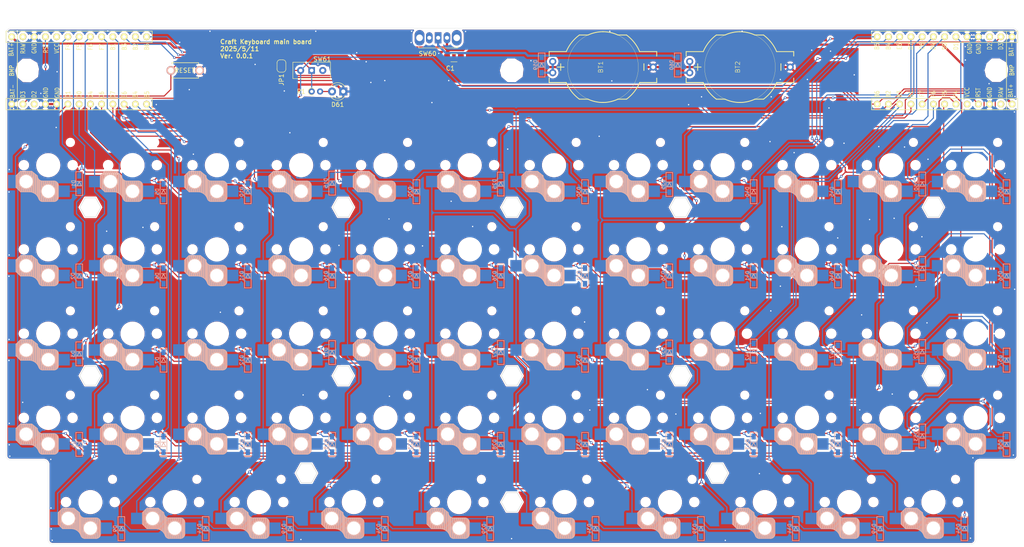
<source format=kicad_pcb>
(kicad_pcb (version 20241229) (generator "pcbnew") (generator_version "9.0")
  (layers (0 "F.Cu" signal) (2 "B.Cu" signal) (13 "F.Paste" user) (15 "B.Paste" user) (5 "F.SilkS" user "F.Silkscreen") (7 "B.SilkS" user "B.Silkscreen") (1 "F.Mask" user) (3 "B.Mask" user) (25 "Edge.Cuts" user))
  (net 0 "")
  (net 1 "reset")
  (net 2 "GND")
  (net 3 "row8")
  (net 4 "col2")
  (net 5 "col5")
  (net 6 "row3")
  (net 8 "row9")
  (net 9 "col0")
  (net 10 "col4")
  (net 11 "led")
  (net 12 "row5")
  (net 14 "row0")
  (net 15 "row2")
  (net 16 "row6")
  (net 17 "row7")
  (net 19 "bat+")
  (net 20 "row1")
  (net 21 "col3")
  (net 22 "col1")
  (net 23 "row4")
  (net 26 "Net-(D14-A)")
  (net 27 "Net-(D1-A)")
  (net 28 "Net-(D2-A)")
  (net 29 "Net-(D3-A)")
  (net 30 "Net-(D4-A)")
  (net 31 "Net-(D5-A)")
  (net 32 "Net-(D6-A)")
  (net 33 "Net-(D7-A)")
  (net 34 "Net-(D8-A)")
  (net 35 "Net-(D9-A)")
  (net 36 "Net-(D10-A)")
  (net 37 "Net-(D11-A)")
  (net 38 "Net-(D12-A)")
  (net 39 "Net-(D13-A)")
  (net 40 "Net-(D30-A)")
  (net 41 "Net-(D15-A)")
  (net 42 "Net-(D16-A)")
  (net 43 "Net-(D17-A)")
  (net 44 "Net-(D18-A)")
  (net 45 "Net-(D19-A)")
  (net 46 "Net-(D20-A)")
  (net 47 "Net-(D21-A)")
  (net 48 "Net-(D22-A)")
  (net 49 "Net-(D23-A)")
  (net 50 "Net-(D24-A)")
  (net 51 "Net-(D25-A)")
  (net 52 "Net-(D26-A)")
  (net 53 "Net-(D27-A)")
  (net 54 "Net-(D28-A)")
  (net 55 "Net-(D29-A)")
  (net 56 "Net-(D31-A)")
  (net 57 "Net-(D32-A)")
  (net 58 "Net-(D33-A)")
  (net 59 "Net-(D34-A)")
  (net 60 "Net-(D35-A)")
  (net 61 "Net-(D36-A)")
  (net 62 "Net-(D37-A)")
  (net 63 "Net-(D38-A)")
  (net 64 "Net-(D39-A)")
  (net 65 "Net-(D40-A)")
  (net 66 "Net-(D41-A)")
  (net 67 "Net-(D42-A)")
  (net 68 "Net-(D43-A)")
  (net 69 "Net-(D44-A)")
  (net 70 "Net-(D45-A)")
  (net 71 "Net-(D46-A)")
  (net 72 "Net-(D47-A)")
  (net 73 "Net-(D49-A)")
  (net 74 "Net-(D50-A)")
  (net 75 "Net-(D51-A)")
  (net 76 "Net-(D52-A)")
  (net 77 "Net-(D53-A)")
  (net 78 "Net-(D54-A)")
  (net 79 "Net-(D55-A)")
  (net 80 "Net-(D48-A)")
  (net 81 "Net-(D57-A)")
  (net 82 "Net-(D58-A)")
  (net 83 "Net-(BT1-+)")
  (net 84 "Net-(D59-K)")
  (net 85 "Net-(BT2-+)")
  (net 86 "Net-(D56-A)")
  (net 88 "Net-(JP1-A)")
  (net 90 "Net-(D61-A)")
  (footprint "footprints:Choc_Hotswap_1u" (layer "F.Cu") (at 228.6 90.4875)
    (property "Reference" "SW51" (hide yes))
    (property "Value" "SW_PUSH" (hide yes))
  )
  (footprint "footprints:Choc_Hotswap_1u" (layer "F.Cu") (at 247.65 90.4875)
    (property "Reference" "SW56" (hide yes))
    (property "Value" "SW_PUSH" (hide yes))
  )
  (footprint "kbd_Hole:m2_Spacer_Hole_hex" (layer "F.Cu") (at 142.875 119.0625)
    (property "Reference" "H11")
    (property "Value" "H")
    (fp_line (start -2.4 0) (end -1.2 2.15) (stroke (width 0.1)) (layer "Edge.Cuts"))
    (fp_line (start -1.2 -2.15) (end -2.4 0) (stroke (width 0.1)) (layer "Edge.Cuts"))
    (fp_line (start -1.2 2.15) (end 1.2 2.15) (stroke (width 0.1)) (layer "Edge.Cuts"))
    (fp_line (start 1.2 -2.15) (end -1.2 -2.15) (stroke (width 0.1)) (layer "Edge.Cuts"))
    (fp_line (start 1.2 2.15) (end 2.4 0) (stroke (width 0.1)) (layer "Edge.Cuts"))
    (fp_line (start 2.4 0) (end 1.2 -2.15) (stroke (width 0.1)) (layer "Edge.Cuts"))
  )
  (footprint "footprints:Choc_Hotswap_1u" (layer "F.Cu") (at 171.45 71.4375)
    (property "Reference" "SW35" (hide yes))
    (property "Value" "SW_PUSH" (hide yes))
  )
  (footprint "kbd_Parts:Diode_SMD" (layer "F.Cu") (at 216.55 77.4375 -90)
    (property "Reference" "D45")
    (property "Value" "D" (hide yes))
  )
  (footprint "kbd_Parts:Diode_SMD" (layer "F.Cu") (at 235.6 113.6 -90)
    (property "Reference" "D52")
    (property "Value" "D" (hide yes))
  )
  (footprint "footprints:Choc_Hotswap_1u" (layer "F.Cu") (at 152.4 128.5875)
    (property "Reference" "SW33" (hide yes))
    (property "Value" "SW_PUSH" (hide yes))
  )
  (footprint "kbd_Parts:Diode_SMD" (layer "F.Cu") (at 178.45 96.4875 -90)
    (property "Reference" "D36")
    (property "Value" "D" (hide yes))
  )
  (footprint "footprints:Choc_Hotswap_1u" (layer "F.Cu") (at 209.55 128.5875)
    (property "Reference" "SW48" (hide yes))
    (property "Value" "SW_PUSH" (hide yes))
  )
  (footprint "kbd_Parts:Diode_SMD" (layer "F.Cu") (at 254.65 134.5875 -90)
    (property "Reference" "D58")
    (property "Value" "D" (hide yes))
  )
  (footprint "kbd_Hole:m2_Spacer_Hole_hex" (layer "F.Cu") (at 189.309534 141.089181)
    (property "Reference" "H15")
    (property "Value" "H")
    (fp_line (start -2.4 0) (end -1.2 2.15) (stroke (width 0.1)) (layer "Edge.Cuts"))
    (fp_line (start -1.2 -2.15) (end -2.4 0) (stroke (width 0.1)) (layer "Edge.Cuts"))
    (fp_line (start -1.2 2.15) (end 1.2 2.15) (stroke (width 0.1)) (layer "Edge.Cuts"))
    (fp_line (start 1.2 -2.15) (end -1.2 -2.15) (stroke (width 0.1)) (layer "Edge.Cuts"))
    (fp_line (start 1.2 2.15) (end 2.4 0) (stroke (width 0.1)) (layer "Edge.Cuts"))
    (fp_line (start 2.4 0) (end 1.2 -2.15) (stroke (width 0.1)) (layer "Edge.Cuts"))
  )
  (footprint "kbd_Parts:Diode_SMD" (layer "F.Cu") (at 178.45 113.7 -90)
    (property "Reference" "D37")
    (property "Value" "D" (hide yes))
  )
  (footprint "footprints:HU1632" (layer "F.Cu") (at 163.45 49.2512 90)
    (property "Reference" "BT1")
    (property "Value" "Battery_Cell")
  )
  (footprint "footprints:Choc_Hotswap_1u" (layer "F.Cu") (at 114.3 128.5875)
    (property "Reference" "SW23" (hide yes))
    (property "Value" "SW_PUSH" (hide yes))
  )
  (footprint "footprints:Choc_Hotswap_1u" (layer "F.Cu") (at 152.4 109.5375)
    (property "Reference" "SW32" (hide yes))
    (property "Value" "SW_PUSH" (hide yes))
  )
  (footprint "kbd_Hole:m2_Spacer_Hole_hex" (layer "F.Cu") (at 180.975 119.0625)
    (property "Reference" "H12")
    (property "Value" "H")
    (fp_line (start -2.4 0) (end -1.2 2.15) (stroke (width 0.1)) (layer "Edge.Cuts"))
    (fp_line (start -1.2 -2.15) (end -2.4 0) (stroke (width 0.1)) (layer "Edge.Cuts"))
    (fp_line (start -1.2 2.15) (end 1.2 2.15) (stroke (width 0.1)) (layer "Edge.Cuts"))
    (fp_line (start 1.2 -2.15) (end -1.2 -2.15) (stroke (width 0.1)) (layer "Edge.Cuts"))
    (fp_line (start 1.2 2.15) (end 2.4 0) (stroke (width 0.1)) (layer "Edge.Cuts"))
    (fp_line (start 2.4 0) (end 1.2 -2.15) (stroke (width 0.1)) (layer "Edge.Cuts"))
  )
  (footprint "footprints:Choc_Hotswap_1u" (layer "F.Cu") (at 219.075 147.6375)
    (property "Reference" "SW49" (hide yes))
    (property "Value" "SW_PUSH" (hide yes))
  )
  (footprint "footprints:HU1632" (layer "F.Cu") (at 194.4062 49.2512 90)
    (property "Reference" "BT2")
    (property "Value" "Battery_Cell")
  )
  (footprint "footprints:Choc_Hotswap_1u" (layer "F.Cu") (at 190.5 71.4375)
    (property "Reference" "SW40" (hide yes))
    (property "Value" "SW_PUSH" (hide yes))
  )
  (footprint "kbd_Parts:Diode_SMD" (layer "F.Cu") (at 207.025 153.6375 -90)
    (property "Reference" "D44")
    (property "Value" "D" (hide yes))
  )
  (footprint "kbd_Parts:Diode_SMD" (layer "F.Cu") (at 235.6 132.7 -90)
    (property "Reference" "D53")
    (property "Value" "D" (hide yes))
  )
  (footprint "kbd_Parts:Diode_SMD" (layer "F.Cu") (at 197.5 134.5875 -90)
    (property "Reference" "D43")
    (property "Value" "D" (hide yes))
  )
  (footprint "kbd_Hole:m2_Spacer_Hole_hex" (layer "F.Cu") (at 47.625 119.0625)
    (property "Reference" "H9")
    (property "Value" "H")
    (fp_line (start -2.4 0) (end -1.2 2.15) (stroke (width 0.1)) (layer "Edge.Cuts"))
    (fp_line (start -1.2 -2.15) (end -2.4 0) (stroke (width 0.1)) (layer "Edge.Cuts"))
    (fp_line (start -1.2 2.15) (end 1.2 2.15) (stroke (width 0.1)) (layer "Edge.Cuts"))
    (fp_line (start 1.2 -2.15) (end -1.2 -2.15) (stroke (width 0.1)) (layer "Edge.Cuts"))
    (fp_line (start 1.2 2.15) (end 2.4 0) (stroke (width 0.1)) (layer "Edge.Cuts"))
    (fp_line (start 2.4 0) (end 1.2 -2.15) (stroke (width 0.1)) (layer "Edge.Cuts"))
  )
  (footprint "kbd_Parts:Diode_SMD" (layer "F.Cu") (at 159.4 96.4875 -90)
    (property "Reference" "D31")
    (property "Value" "D" (hide yes))
  )
  (footprint "footprints:Choc_Hotswap_1u" (layer "F.Cu") (at 209.55 109.5375)
    (property "Reference" "SW47" (hide yes))
    (property "Value" "SW_PUSH" (hide yes))
  )
  (footprint "kbd_Parts:Diode_SMD" (layer "F.Cu") (at 92.725 153.6375 -90)
    (property "Reference" "D19")
    (property "Value" "D" (hide yes))
  )
  (footprint "kbd_Parts:Diode_SMD" (layer "F.Cu") (at 197.5 113.5 -90)
    (property "Reference" "D42")
    (property "Value" "D" (hide yes))
  )
  (footprint "footprints:Choc_Hotswap_1u" (layer "F.Cu") (at 95.25 128.5875)
    (property "Reference" "SW18" (hide yes))
    (property "Value" "SW_PUSH" (hide yes))
  )
  (footprint "kbd_Parts:Diode_SMD" (layer "F.Cu") (at 159.4 134.5875 -90)
    (property "Reference" "D33")
    (property "Value" "D" (hide yes))
  )
  (footprint "kbd_Hole:m2_Spacer_Hole_hex" (layer "F.Cu") (at 238.125 119.0625)
    (property "Reference" "H13")
    (property "Value" "H")
    (fp_line (start -2.4 0) (end -1.2 2.15) (stroke (width 0.1)) (layer "Edge.Cuts"))
    (fp_line (start -1.2 -2.15) (end -2.4 0) (stroke (width 0.1)) (layer "Edge.Cuts"))
    (fp_line (start -1.2 2.15) (end 1.2 2.15) (stroke (width 0.1)) (layer "Edge.Cuts"))
    (fp_line (start 1.2 -2.15) (end -1.2 -2.15) (stroke (width 0.1)) (layer "Edge.Cuts"))
    (fp_line (start 1.2 2.15) (end 2.4 0) (stroke (width 0.1)) (layer "Edge.Cuts"))
    (fp_line (start 2.4 0) (end 1.2 -2.15) (stroke (width 0.1)) (layer "Edge.Cuts"))
  )
  (footprint "kbd_Parts:Diode_SMD" (layer "F.Cu") (at 45.1 134.5875 -90)
    (property "Reference" "D4")
    (property "Value" "D" (hide yes))
  )
  (footprint "footprints:Choc_Hotswap_1u" (layer "F.Cu") (at 228.6 128.5875)
    (property "Reference" "SW53" (hide yes))
    (property "Value" "SW_PUSH" (hide yes))
  )
  (footprint "kbd_Hole:m2_Spacer_Hole_hex" (layer "F.Cu") (at 238.125 80.9625)
    (property "Reference" "H8")
    (property "Value" "H")
    (fp_line (start -2.4 0) (end -1.2 2.15) (stroke (width 0.1)) (layer "Edge.Cuts"))
    (fp_line (start -1.2 -2.15) (end -2.4 0) (stroke (width 0.1)) (layer "Edge.Cuts"))
    (fp_line (start -1.2 2.15) (end 1.2 2.15) (stroke (width 0.1)) (layer "Edge.Cuts"))
    (fp_line (start 1.2 -2.15) (end -1.2 -2.15) (stroke (width 0.1)) (layer "Edge.Cuts"))
    (fp_line (start 1.2 2.15) (end 2.4 0) (stroke (width 0.1)) (layer "Edge.Cuts"))
    (fp_line (start 2.4 0) (end 1.2 -2.15) (stroke (width 0.1)) (layer "Edge.Cuts"))
  )
  (footprint "footprints:Choc_Hotswap_1u" (layer "F.Cu") (at 85.725 147.6375)
    (property "Reference" "SW19" (hide yes))
    (property "Value" "SW_PUSH" (hide yes))
  )
  (footprint "footprints:Choc_Hotswap_1u" (layer "F.Cu") (at 57.15 109.5375)
    (property "Reference" "SW7" (hide yes))
    (property "Value" "SW_PUSH" (hide yes))
  )
  (footprint "kbd_Parts:Diode_SMD" (layer "F.Cu") (at 254.65 115.5375 -90)
    (property "Reference" "D57")
    (property "Value" "D" (hide yes))
  )
  (footprint "footprints:Choc_Hotswap_1u_Small" (layer "F.Cu") (at 47.625 147.6375)
    (property "Reference" "SW9" (hide yes))
    (property "Value" "SW_PUSH" (hide yes))
  )
  (footprint "footprints:Choc_Hotswap_1u" (layer "F.Cu") (at 66.675 147.6375)
    (property "Reference" "SW14" (hide yes))
    (property "Value" "SW_PUSH" (hide yes))
  )
  (footprint "kbd_Parts:Diode_SMD" (layer "F.Cu") (at 83.2 96.4875 -90)
    (property "Reference" "D11")
    (property "Value" "D" (hide yes))
  )
  (footprint "footprints:Choc_Hotswap_1u" (layer "F.Cu") (at 190.5 109.5375)
    (property "Reference" "SW42" (hide yes))
    (property "Value" "SW_PUSH" (hide yes))
  )
  (footprint "kbd_Parts:Diode_SMD" (layer "F.Cu") (at 216.55 134.5875 -90)
    (property "Reference" "D48")
    (property "Value" "D" (hide yes))
  )
  (footprint "Capacitor_SMD:C_1206_3216Metric_Pad1.33x1.80mm_HandSolder" (layer "F.Cu") (at 129.7781 47.1487)
    (property "Reference" "C1")
    (property "Value" "C")
  )
  (footprint "kbd_Hole:m2_Spacer_Hole_hex" (layer "F.Cu") (at 104.775 119.0625)
    (property "Reference" "H10")
    (property "Value" "H")
    (fp_line (start -2.4 0) (end -1.2 2.15) (stroke (width 0.1)) (layer "Edge.Cuts"))
    (fp_line (start -1.2 -2.15) (end -2.4 0) (stroke (width 0.1)) (layer "Edge.Cuts"))
    (fp_line (start -1.2 2.15) (end 1.2 2.15) (stroke (width 0.1)) (layer "Edge.Cuts"))
    (fp_line (start 1.2 -2.15) (end -1.2 -2.15) (stroke (width 0.1)) (layer "Edge.Cuts"))
    (fp_line (start 1.2 2.15) (end 2.4 0) (stroke (width 0.1)) (layer "Edge.Cuts"))
    (fp_line (start 2.4 0) (end 1.2 -2.15) (stroke (width 0.1)) (layer "Edge.Cuts"))
  )
  (footprint "kbd_Parts:Diode_SMD" (layer "F.Cu") (at 121.3 96.4875 -90)
    (property "Reference" "D21")
    (property "Value" "D" (hide yes))
  )
  (footprint "kbd_Parts:Diode_SMD" (layer "F.Cu") (at 73.675 153.6375 -90)
    (property "Reference" "D14")
    (property "Value" "D" (hide yes))
  )
  (footprint "footprints:Choc_Hotswap_1u" (layer "F.Cu") (at 228.6 109.5375)
    (property "Reference" "SW52" (hide yes))
    (property "Value" "SW_PUSH" (hide yes))
  )
  (footprint "footprints:Choc_Hotswap_1u" (layer "F.Cu") (at 200.025 147.6375)
    (property "Reference" "SW44" (hide yes))
    (property "Value" "SW_PUSH" (hide yes))
  )
  (footprint "footprints:Choc_Hotswap_1u" (layer "F.Cu") (at 114.3 90.4875)
    (property "Reference" "SW21" (hide yes))
    (property "Value" "SW_PUSH" (hide yes))
  )
  (footprint "footprints:Choc_Hotswap_1.25u" (layer "F.Cu") (at 107.1563 147.6375)
    (property "Reference" "SW24" (hide yes))
    (property "Value" "SW_PUSH" (hide yes))
  )
  (footprint "kbd_Parts:Diode_SMD" (layer "F.Cu") (at 102.25 134.5875 -90)
    (property "Reference" "D18")
    (property "Value" "D" (hide yes))
  )
  (footprint "footprints:Choc_Hotswap_1u" (layer "F.Cu") (at 76.2 109.5375)
    (property "Reference" "SW12" (hide yes))
    (property "Value" "SW_PUSH" (hide yes))
  )
  (footprint "footprints:Choc_Hotswap_1u" (layer "F.Cu") (at 76.2 71.4375)
    (property "Reference" "SW10" (hide yes))
    (property "Value" "SW_PUSH" (hide yes))
  )
  (footprint "footprints:Choc_Hotswap_1u" (layer "F.Cu") (at 171.45 109.5375)
    (property "Reference" "SW37" (hide yes))
    (property "Value" "SW_PUSH" (hide yes))
  )
  (footprint "kbd_Parts:Diode_SMD" (layer "F.Cu") (at 159.4 115.5375 -90)
    (property "Reference" "D32")
    (property "Value" "D" (hide yes))
  )
  (footprint "footprints:Choc_Hotswap_1u" (layer "F.Cu") (at 133.35 71.4375)
    (property "Reference" "SW25" (hide yes))
    (property "Value" "SW_PUSH" (hide yes))
  )
  (footprint "kbd_Parts:Diode_SMD" (layer "F.Cu") (at 161.7813 153.6375 -90)
    (property "Reference" "D34")
    (property "Value" "D" (hide yes))
  )
  (footprint "kbd_Parts:Diode_SMD" (layer "F.Cu") (at 45.1 75.604751 -90)
    (property "Reference" "D1")
    (property "Value" "D" (hide yes))
  )
  (footprint "kbd_Parts:Diode_SMD" (layer "F.Cu") (at 83.2 134.5875 -90)
    (property "Reference" "D13")
    (property "Value" "D" (hide yes))
  )
  (footprint "footprints:Choc_Hotswap_1u" (layer "F.Cu") (at 171.45 128.5875)
    (property "Reference" "SW38" (hide yes))
    (property "Value" "SW_PUSH" (hide yes))
  )
  (footprint "kbd_Hole:m2_Screw_Hole" (layer "F.Cu") (at 33.3375 50.00625)
    (property "Reference" "H1")
    (property "Value" "H")
  )
  (footprint "footprints:Choc_Hotswap_1u" (layer "F.Cu") (at 76.2 90.4875)
    (property "Reference" "SW11" (hide yes))
    (property "Value" "SW_PUSH" (hide yes))
  )
  (footprint "footprints:Choc_Hotswap_1u" (layer "F.Cu") (at 247.65 128.5875)
    (property "Reference" "SW58" (hide yes))
    (property "Value" "SW_PUSH" (hide yes))
  )
  (footprint "kbd_Parts:Diode_SMD" (layer "F.Cu") (at 254.65 77.4375 -90)
    (property "Reference" "D55")
    (property "Value" "D" (hide yes))
  )
  (footprint "LED_THT:LED_D3.0mm" (layer "F.Cu") (at 104.775 54.7687 180)
    (property "Reference" "D61")
    (property "Value" "LED")
  )
  (footprint "kbd_Hole:m2_Spacer_Hole_hex" (layer "F.Cu") (at 104.775 80.9625)
    (property "Reference" "H5")
    (property "Value" "H")
    (fp_line (start -2.4 0) (end -1.2 2.15) (stroke (width 0.1)) (layer "Edge.Cuts"))
    (fp_line (start -1.2 -2.15) (end -2.4 0) (stroke (width 0.1)) (layer "Edge.Cuts"))
    (fp_line (start -1.2 2.15) (end 1.2 2.15) (stroke (width 0.1)) (layer "Edge.Cuts"))
    (fp_line (start 1.2 -2.15) (end -1.2 -2.15) (stroke (width 0.1)) (layer "Edge.Cuts"))
    (fp_line (start 1.2 2.15) (end 2.4 0) (stroke (width 0.1)) (layer "Edge.Cuts"))
    (fp_line (start 2.4 0) (end 1.2 -2.15) (stroke (width 0.1)) (layer "Edge.Cuts"))
  )
  (footprint "kbd_Hole:m2_Spacer_Hole_hex" (layer "F.Cu") (at 96.440706 141.089181)
    (property "Reference" "H14")
    (property "Value" "H")
    (fp_line (start -2.4 0) (end -1.2 2.15) (stroke (width 0.1)) (layer "Edge.Cuts"))
    (fp_line (start -1.2 -2.15) (end -2.4 0) (stroke (width 0.1)) (layer "Edge.Cuts"))
    (fp_line (start -1.2 2.15) (end 1.2 2.15) (stroke (width 0.1)) (layer "Edge.Cuts"))
    (fp_line (start 1.2 -2.15) (end -1.2 -2.15) (stroke (width 0.1)) (layer "Edge.Cuts"))
    (fp_line (start 1.2 2.15) (end 2.4 0) (stroke (width 0.1)) (layer "Edge.Cuts"))
    (fp_line (start 2.4 0) (end 1.2 -2.15) (stroke (width 0.1)) (layer "Edge.Cuts"))
  )
  (footprint "kbd_Parts:Diode_SMD" (layer "F.Cu") (at 140.35 113.8 -90)
    (property "Reference" "D27")
    (property "Value" "D" (hide yes))
  )
  (footprint "footprints:SS-12D00G3" (layer "F.Cu") (at 97.6313 50.0062)
    (property "Reference" "SW61")
    (property "Value" "SW_SPDT")
  )
  (footprint "kbd_Parts:Diode_SMD" (layer "F.Cu") (at 64.15 96.4875 -90)
    (property "Reference" "D6")
    (property "Value" "D" (hide yes))
  )
  (footprint "footprints:Choc_Hotswap_1u" (layer "F.Cu") (at 247.65 71.4375)
    (property "Reference" "SW55" (hide yes))
    (property "Value" "SW_PUSH" (hide yes))
  )
  (footprint "footprints:Choc_Hotswap_1.25u" (layer "F.Cu") (at 178.5938 147.6375)
    (property "Reference" "SW39" (hide yes))
    (property "Value" "SW_PUSH" (hide yes))
  )
  (footprint "footprints:Choc_Hotswap_1u" (layer "F.Cu") (at 76.2 128.5875)
    (property "Reference" "SW13" (hide yes))
    (property "Value" "SW_PUSH" (hide yes))
  )
  (footprint "kbd_Parts:Diode_SMD" (layer "F.Cu") (at 64.15 77.4375 -90)
    (property "Reference" "D5")
    (property "Value" "D" (hide yes))
  )
  (footprint "footprints:Choc_Hotswap_1.25u" (layer "F.Cu") (at 130.9688 147.6375)
    (property "Reference" "SW29" (hide yes))
    (property "Value" "SW_PUSH" (hide yes))
  )
  (footprint "footprints:Choc_Hotswap_1u" (layer "F.Cu") (at 238.125 147.6375)
    (property "Reference" "SW54" (hide yes))
    (property "Value" "SW_PUSH" (hide yes))
  )
  (footprint "footprints:Micon_BMP" (layer "F.Cu") (at 238.8873 50.0062 -90)
    (property "Reference" "U2" (hide yes))
    (property "Value" "Micon_BLEMicroPro" (hide yes))
  )
  (footprint "footprints:Choc_Hotswap_1u" (layer "F.Cu") (at 247.65 109.5375)
    (property "Reference" "SW57" (hide yes))
    (property "Value" "SW_PUSH" (hide yes))
  )
  (footprint "kbd_Parts:Diode_SMD" (layer "F.Cu") (at 45.1 114.1 -90)
    (property "Reference" "D3")
    (property "Value" "D" (hide yes))
  )
  (footprint "kbd_Parts:Diode_SMD" (layer "F.Cu") (at 137.9688 153.6375 -90)
    (property "Reference" "D29")
    (property "Value" "D" (hide yes))
  )
  (footprint "footprints:Choc_Hotswap_1u" (layer "F.Cu") (at 114.3 109.5375)
    (property "Reference" "SW22" (hide yes))
    (property "Value" "SW_PUSH" (hide yes))
  )
  (footprint "kbd_Parts:Diode_SMD" (layer "F.Cu") (at 140.35 75.7 -90)
    (property "Reference" "D25")
    (property "Value" "D" (hide yes))
  )
  (footprint "kbd_Parts:Diode_SMD" (layer "F.Cu") (at 140.35 96.4875 -90)
    (property "Reference" "D26")
    (property "Value" "D" (hide yes))
  )
  (footprint "kbd_Parts:Diode_SMD" (layer "F.Cu") (at 140.35 134.5875 -90)
    (property "Reference" "D28")
    (property "Value" "D" (hide yes))
  )
  (footprint "footprints:Choc_Hotswap_1u" (layer "F.Cu") (at 209.55 90.4875)
    (property "Reference" "SW46" (hide yes))
    (property "Value" "SW_PUSH" (hide yes))
  )
  (footprint "footprints:Choc_Hotswap_1u" (layer "F.Cu") (at 57.15 71.4375)
    (property "Reference" "SW5" (hide yes))
    (property "Value" "SW_PUSH" (hide yes))
  )
  (footprint "footprints:Choc_Hotswap_1u" (layer "F.Cu") (at 152.4 90.4875)
    (property "Reference" "SW31" (hide yes))
    (property "Value" "SW_PUSH" (hide yes))
  )
  (footprint "footprints:Choc_Hotswap_1u" (layer "F.Cu") (at 95.25 109.5375)
    (property "Reference" "SW17" (hide yes))
    (property "Value" "SW_PUSH" (hide yes))
  )
  (footprint "footprints:Choc_Hotswap_1u_Small" (layer "F.Cu") (at 38.1 90.4875)
    (property "Reference" "SW2" (hide yes))
    (property "Value" "SW_PUSH" (hide yes))
  )
  (footprint "kbd_Parts:Diode_SMD" (layer "F.Cu") (at 226.075 153.6375 -90)
    (property "Reference" "D49")
    (property "Value" "D" (hide yes))
  )
  (footprint "kbd_Hole:m2_Screw_Hole" (layer "F.Cu") (at 142.875 50.00625)
    (property "Reference" "H2")
    (property "Value" "H")
  )
  (footprint "footprints:Choc_Hotswap_1u" (layer "F.Cu") (at 95.25 90.4875)
    (property "Reference" "SW16" (hide yes))
    (property "Value" "SW_PUSH" (hide yes))
  )
  (footprint "kbd_Parts:Diode_SMD" (layer "F.Cu") (at 121.3 134.5875 -90)
    (property "Reference" "D23")
    (property "Value" "D" (hide yes))
  )
  (footprint "Resistor_THT:R_Axial_DIN0204_L3.6mm_D1.6mm_P1.90mm_Vertical" (layer "F.Cu") (at 97.6313 54.7687)
    (property "Reference" "R1")
    (property "Value" "R")
  )
  (footprint "footprints:Choc_Hotswap_1u_Small" (layer "F.Cu") (at 38.1 109.5375)
    (property "Reference" "SW3" (hide yes))
    (property "Value" "SW_PUSH" (hide yes))
  )
  (footprint "kbd_Hole:m2_Spacer_Hole_hex" (layer "F.Cu") (at 142.875 80.9625)
    (property "Reference" "H6")
    (property "Value" "H")
    (fp_line (start -2.4 0) (end -1.2 2.15) (stroke (width 0.1)) (layer "Edge.Cuts"))
    (fp_line (start -1.2 -2.15) (end -2.4 0) (stroke (width 0.1)) (layer "Edge.Cuts"))
    (fp_line (start -1.2 2.15) (end 1.2 2.15) (stroke (width 0.1)) (layer "Edge.Cuts"))
    (fp_line (start 1.2 -2.15) (end -1.2 -2.15) (stroke (width 0.1)) (layer "Edge.Cuts"))
    (fp_line (start 1.2 2.15) (end 2.4 0) (stroke (width 0.1)) (layer "Edge.Cuts"))
    (fp_line (start 2.4 0) (end 1.2 -2.15) (stroke (width 0.1)) (layer "Edge.Cuts"))
  )
  (footprint "kbd_Parts:Diode_SMD" (layer "F.Cu") (at 64.15 115.5375 -90)
    (property "Reference" "D7")
    (property "Value" "D" (hide yes))
  )
  (footprint "footprints:Choc_Hotswap_1u" (layer "F.Cu") (at 171.45 90.4875)
    (property "Reference" "SW36" (hide yes))
    (property "Value" "SW_PUSH" (hide yes))
  )
  (footprint "footprints:Choc_Hotswap_1u_Small" (layer "F.Cu") (at 38.1 71.4375)
    (property "Reference" "SW1" (hide yes))
    (property "Value" "SW_PUSH" (hide yes))
  )
  (footprint "kbd_Parts:Diode_SMD" (layer "F.Cu") (at 178.45 75.8 -90)
    (property "Reference" "D35")
    (property "Value" "D" (hide yes))
  )
  (footprint "kbd_Parts:Diode_SMD" (layer "F.Cu") (at 216.55 96.4875 -90)
    (property "Reference" "D46")
    (property "Value" "D" (hide yes))
  )
  (footprint "footprints:Choc_Hotswap_1u" (layer "F.Cu") (at 133.35 90.4875)
    (property "Reference" "SW26" (hide yes))
    (property "Value" "SW_PUSH" (hide yes))
  )
  (footprint "kbd_Parts:Diode_SMD" (layer "F.Cu") (at 149.6 48.775 -90)
    (property "Reference" "D59")
    (property "Value" "D" (hide yes))
  )
  (footprint "footprints:Micon_BMP" (layer "F.Cu") (at 46.8628 50.0062 90)
    (property "Reference" "U1" (hide yes))
    (property "Value" "Micon_BLEMicroPro" (hide yes))
  )
  (footprint "footprints:Choc_Hotswap_1u" (layer "F.Cu") (at 133.35 128.5875)
    (property "Reference" "SW28" (hide yes))
    (property "Value" "SW_PUSH" (hide yes))
  )
  (footprint "kbd_Parts:Diode_SMD" (layer "F.Cu") (at 121.3 77.4375 -90)
    (property "Reference" "D20")
    (property "Value" "D" (hide yes))
  )
  (footprint "kbd_Parts:Diode_SMD" (layer "F.Cu") (at 54.625 153.6375 -90)
    (property "Reference" "D9")
    (property "Value" "D" (hide yes))
  )
  (footprint "kbd_Parts:Diode_SMD" (layer "F.Cu") (at 102.25 75.5 -90)
    (property "Reference" "D15")
    (property "Value" "D" (hide yes))
  )
  (footprint "footprints:SK-12D11VG3" (layer "F.Cu") (at 126.2063 42.6244 180)
    (property "Reference" "SW60")
    (property "Value" "SW_SPDT")
  )
  (footprint "footprints:Choc_Hotswap_1u" (layer "F.Cu") (at 95.25 71.4375)
    (property "Reference" "SW15" (hide yes))
    (property "Value" "SW_PUSH" (hide yes))
  )
  (footprint "kbd_Parts:Diode_SMD" (layer "F.Cu") (at 180.3568 48.775 -90)
    (property "Reference" "D60")
    (property "Value" "D" (hide yes))
  )
  (footprint "footprints:Choc_Hotswap_1u" (layer "F.Cu") (at 209.55 71.4375)
    (property "Reference" "SW45" (hide yes))
    (property "Value" "SW_PUSH" (hide yes))
  )
  (footprint "footprints:Choc_Hotswap_1u" (layer "F.Cu") (at 152.4 71.4375)
    (property "Reference" "SW30" (hide yes))
    (property "Value" "SW_PUSH" (hide yes))
  )
  (footprint "kbd_Hole:m2_Spacer_Hole_hex" (layer "F.Cu") (at 180.975 80.9625)
    (property "Reference" "H7")
    (property "Value" "H")
    (fp_line (start -2.4 0) (end -1.2 2.15) (stroke (width 0.1)) (layer "Edge.Cuts"))
    (fp_line (start -1.2 -2.15) (end -2.4 0) (stroke (width 0.1)) (layer "Edge.Cuts"))
    (fp_line (start -1.2 2.15) (end 1.2 2.15) (stroke (width 0.1)) (layer "Edge.Cuts"))
    (fp_line (start 1.2 -2.15) (end -1.2 -2.15) (stroke (width 0.1)) (layer "Edge.Cuts"))
    (fp_line (start 1.2 2.15) (end 2.4 0) (stroke (width 0.1)) (layer "Edge.Cuts"))
    (fp_line (start 2.4 0) (end 1.2 -2.15) (stroke (width 0.1)) (layer "Edge.Cuts"))
  )
  (footprint "Jumper:SolderJumper-2_P1.3mm_Bridged_RoundedPad1.0x1.5mm" (layer "F.Cu") (at 90.8 49 -90)
    (property "Reference" "JP1")
    (property "Value" "SolderJumper_2_Open")
  )
  (footprint "kbd_Parts:Diode_SMD" (layer "F.Cu") (at 102.25 96.4875 -90)
    (property "Reference" "D16")
    (property "Value" "D" (hide yes))
  )
  (footprint "kbd_Parts:Diode_SMD" (layer "F.Cu") (at 45.1 96.4875 -90)
    (property "Reference" "D2")
    (property "Value" "D" (hide yes))
  )
  (footprint "footprints:Choc_Hotswap_1u" (layer "F.Cu") (at 228.6 71.4375)
    (property "Reference" "SW50" (hide yes))
    (property "Value" "SW_PUSH" (hide yes))
  )
  (footprint "footprints:Choc_Hotswap_1u" (layer "F.Cu") (at 190.5 90.4875)
    (property "Reference" "SW41" (hide yes))
    (property "Value" "SW_PUSH" (hide yes))
  )
  (footprint "kbd_Parts:Diode_SMD" (layer "F.Cu") (at 216.55 113.95 -90)
    (property "Reference" "D47")
    (property "Value" "D" (hide yes))
  )
  (footprint "footprints:Choc_Hotswap_1u" (layer "F.Cu") (at 57.15 128.5875)
    (property "Reference" "SW8" (hide yes))
    (property "Value" "SW_PUSH" (hide yes))
  )
  (footprint "footprints:Choc_Hotswap_1u" (layer "F.Cu") (at 114.3 71.4375)
    (property "Reference" "SW20" (hide yes))
    (property "Value" "SW_PUSH" (hide yes))
  )
  (footprint "kbd_Parts:Diode_SMD" (layer "F.Cu") (at 235.6 75.7 -90)
    (property "Reference" "D50")
    (property "Value" "D" (hide yes))
  )
  (footprint "footprints:Choc_Hotswap_1.25u" (layer "F.Cu") (at 154.7813 147.6375)
    (property "Reference" "SW34" (hide yes))
    (property "Value" "SW_PUSH" (hide yes))
  )
  (footprint "kbd_Parts:Diode_SMD" (layer "F.Cu") (at 235.6 94.8 -90)
    (property "Reference" "D51")
    (property "Value" "D" (hide yes))
  )
  (footprint "footprints:Choc_Hotswap_1u" (layer "F.Cu") (at 190.5 128.5875)
    (property "Reference" "SW43" (hide yes))
    (property "Value" "SW_PUSH" (hide yes))
  )
  (footprint "footprints:Choc_Hotswap_1u" (layer "F.Cu") (at 57.15 90.4875)
    (property "Reference" "SW6" (hide yes))
    (property "Value" "SW_PUSH" (hide yes))
  )
  (footprint "kbd_Parts:Diode_SMD" (layer "F.Cu") (at 102.25 113.8 -90)
    (property "Reference" "D17")
    (property "Value" "D" (hide yes))
  )
  (footprint "kbd_Parts:Diode_SMD" (layer "F.Cu") (at 197.5 96.4875 -90)
    (property "Reference" "D41")
    (property "Value" "D" (hide yes))
  )
  (footprint "kbd_Parts:Diode_SMD" (layer "F.Cu") (at 254.65 96.4875 -90)
    (property "Reference" "D56")
    (property "Value" "D" (hide yes))
  )
  (footprint "kbd_Parts:Diode_SMD" (layer "F.Cu") (at 114.1563 153.6375 -90)
    (property "Reference" "D24")
    (property "Value" "D" (hide yes))
  )
  (footprint "kbd_Parts:Diode_SMD" (layer "F.Cu") (at 83.2 115.5375 -90)
    (property "Reference" "D12")
    (property "Value" "D" (hide yes))
  )
  (footprint "footprints:Choc_Hotswap_1u_Small" (layer "F.Cu") (at 38.1 128.5875)
    (property "Reference" "SW4" (hide yes))
    (property "Value" "SW_PUSH" (hide yes))
  )
  (footprint "kbd_Hole:m2_Spacer_Hole_hex" (layer "F.Cu") (at 142.875 147.6375)
    (property "Reference" "H16")
    (property "Value" "H")
    (fp_line (start -2.4 0) (end -1.2 2.15) (stroke (width 0.1)) (layer "Edge.Cuts"))
    (fp_line (start -1.2 -2.15) (end -2.4 0) (stroke (width 0.1)) (layer "Edge.Cuts"))
    (fp_line (start -1.2 2.15) (end 1.2 2.15) (stroke (width 0.1)) (layer "Edge.Cuts"))
    (fp_line (start 1.2 -2.15) (end -1.2 -2.15) (stroke (width 0.1)) (layer "Edge.Cuts"))
    (fp_line (start 1.2 2.15) (end 2.4 0) (stroke (width 0.1)) (layer "Edge.Cuts"))
    (fp_line (start 2.4 0) (end 1.2 -2.15) (stroke (width 0.1)) (layer "Edge.Cuts"))
  )
  (footprint "kbd_Parts:Diode_SMD" (layer "F.Cu") (at 245.125 153.6375 -90)
    (property "Reference" "D54")
    (property "Value" "D" (hide yes))
  )
  (footprint "kbd_Parts:Diode_SMD" (layer "F.Cu") (at 178.45 134.5875 -90)
    (property "Reference" "D38")
    (property "Value" "D" (hide yes))
  )
  (footprint "kbd_Parts:Diode_SMD" (layer "F.Cu") (at 64.15 134.5875 -90)
    (property "Reference" "D8")
    (property "Value" "D" (hide yes))
  )
  (footprint "kbd_Hole:m2_Spacer_Hole_hex" (layer "F.Cu") (at 47.625 80.9625)
    (property "Reference" "H4")
    (property "Value" "H")
    (fp_line (start -2.4 0) (end -1.2 2.15) (stroke (width 0.1)) (layer "Edge.Cuts"))
    (fp_line (start -1.2 -2.15) (end -2.4 0) (stroke (width 0.1)) (layer "Edge.Cuts"))
    (fp_line (start -1.2 2.15) (end 1.2 2.15) (stroke (width 0.1)) (layer "Edge.Cuts"))
    (fp_line (start 1.2 -2.15) (end -1.2 -2.15) (stroke (width 0.1)) (layer "Edge.Cuts"))
    (fp_line (start 1.2 2.15) (end 2.4 0) (stroke (width 0.1)) (layer "Edge.Cuts"))
    (fp_line (start 2.4 0) (end 1.2 -2.15) (stroke (width 0.1)) (layer "Edge.Cuts"))
  )
  (footprint "kbd_Parts:Diode_SMD" (layer "F.Cu") (at 185.5938 153.6375 -90)
    (property "Reference" "D39")
    (property "Value" "D" (hide yes))
  )
  (footprint "kbd_Parts:Diode_SMD" (layer "F.Cu") (at 83.2 77.4375 -90)
    (property "Reference" "D10")
    (property "Value" "D" (hide yes))
  )
  (footprint "kbd_Parts:Diode_SMD" (layer "F.Cu") (at 121.3 115.5375 -90)
    (property "Reference" "D22")
    (property "Value" "D" (hide yes))
  )
  (footprint "kbd_Parts:Diode_SMD" (layer "F.Cu") (at 159.4 77.4375 -90)
    (property "Reference" "D30")
    (property "Value" "D" (hide yes))
  )
  (footprint "footprints:Choc_Hotswap_1u" (layer "F.Cu") (at 133.35 109.5375)
    (property "Reference" "SW27" (hide yes))
    (property "Value" "SW_PUSH" (hide yes))
  )
  (footprint "kbd_Hole:m2_Screw_Hole" (layer "F.Cu") (at 252.4125 50.00625)
    (property "Reference" "H3")
    (property "Value" "H")
  )
  (footprint "kbd_Parts:Diode_SMD" (layer "F.Cu") (at 197.5 77.4375 -90)
    (property "Reference" "D40")
    (property "Value" "D" (hide yes))
  )
  (footprint "kbd_Parts:ResetSW" (layer "B.Cu") (at 69.0563 50.0062 180)
    (property "Reference" "SW59" (hide yes))
    (property "Value" "SW_PUSH")
  )
  (gr_arc (start 28.575 41.48125) (mid 28.867893 40.774143) (end 29.575 40.48125) (stroke (width 0.05)) (layer "Edge.Cuts"))
  (gr_line (start 247.65 139.1125) (end 247.65 156.1625) (stroke (width 0.05)) (layer "Edge.Cuts"))
  (gr_arc (start 256.175 40.48125) (mid 256.882107 40.774143) (end 257.175 41.48125) (stroke (width 0.05)) (layer "Edge.Cuts"))
  (gr_line (start 256.175 138.1125) (end 248.65 138.1125) (stroke (width 0.05)) (layer "Edge.Cuts"))
  (gr_arc (start 247.65 139.1125) (mid 247.942893 138.405393) (end 248.65 138.1125) (stroke (width 0.05)) (layer "Edge.Cuts"))
  (gr_arc (start 247.65 156.1625) (mid 247.357107 156.869607) (end 246.65 157.1625) (stroke (width 0.05)) (layer "Edge.Cuts"))
  (gr_arc (start 39.1 157.1625) (mid 38.392893 156.869607) (end 38.1 156.1625) (stroke (width 0.05)) (layer "Edge.Cuts"))
  (gr_arc (start 29.575 138.1125) (mid 28.867893 137.819607) (end 28.575 137.1125) (stroke (width 0.05)) (layer "Edge.Cuts"))
  (gr_line (start 28.575 41.48125) (end 28.575 137.1125) (stroke (width 0.05)) (layer "Edge.Cuts"))
  (gr_line (start 39.1 157.1625) (end 246.65 157.1625) (stroke (width 0.05)) (layer "Edge.Cuts"))
  (gr_line (start 256.175 40.48125) (end 29.575 40.48125) (stroke (width 0.05)) (layer "Edge.Cuts"))
  (gr_line (start 37.1 138.1125) (end 29.575 138.1125) (stroke (width 0.05)) (layer "Edge.Cuts"))
  (gr_arc (start 257.175 137.1125) (mid 256.882107 137.819607) (end 256.175 138.1125) (stroke (width 0.05)) (layer "Edge.Cuts"))
  (gr_arc (start 37.1 138.1125) (mid 37.807107 138.405393) (end 38.1 139.1125) (stroke (width 0.05)) (layer "Edge.Cuts"))
  (gr_line (start 38.1 156.1625) (end 38.1 139.1125) (stroke (width 0.05)) (layer "Edge.Cuts"))
  (gr_line (start 257.175 137.1125) (end 257.175 41.48125) (stroke (width 0.05)) (layer "Edge.Cuts"))
  (gr_text "Craft Keyboard main board\n2025/5/11\nVer. 0.0.1" (at 76.85 47.325 0) (layer "F.SilkS") (effects (font (size 1 1) (thickness 0.2) (bold yes)) (justify left bottom)))
  (segment (start 108.7237 55.3015) (end 182.7852 55.3015) (width 0.25) (layer "F.Cu") (net 1))
  (segment (start 105.7014 52.2792) (end 108.7237 55.3015) (width 0.25) (layer "F.Cu") (net 1))
  (segment (start 245.8441 55.175) (end 248.2853 57.6162) (width 0.25) (layer "F.Cu") (net 1))
  (segment (start 37.5 54.2) (end 37.5 49.2) (width 0.25) (layer "F.Cu") (net 1))
  (segment (start 75.4 47.9) (end 79.7792 52.2792) (width 0.25) (layer "F.Cu") (net 1))
  (segment (start 64.3 55.8) (end 39.1 55.8) (width 0.25) (layer "F.Cu") (net 1))
  (segment (start 79.7792 52.2792) (end 105.7014 52.2792) (width 0.25) (layer "F.Cu") (net 1))
  (segment (start 231.7753 56.7247) (end 233.325 55.175) (width 0.25) (layer "F.Cu") (net 1))
  (segment (start 187.7337 60.25) (end 231.1 60.25) (width 0.25) (layer "F.Cu") (net 1))
  (segment (start 231.1 60.25) (end 231.7753 59.5747) (width 0.25) (layer "F.Cu") (net 1))
  (segment (start 182.7852 55.3015) (end 187.7337 60.25) (width 0.25) (layer "F.Cu") (net 1))
  (segment (start 231.7753 59.5747) (end 231.7753 56.7247) (width 0.25) (layer "F.Cu") (net 1))
  (segment (start 67.9125 47.9) (end 75.4 47.9) (width 0.25) (layer "F.Cu") (net 1))
  (segment (start 65.8063 50.0062) (end 65.8063 54.2937) (width 0.25) (layer "F.Cu") (net 1))
  (segment (start 233.325 55.175) (end 245.8441 55.175) (width 0.25) (layer "F.Cu") (net 1))
  (segment (start 65.8063 50.0062) (end 67.9125 47.9) (width 0.25) (layer "F.Cu") (net 1))
  (segment (start 65.8063 54.2937) (end 64.3 55.8) (width 0.25) (layer "F.Cu") (net 1))
  (segment (start 39.1 55.8) (end 37.5 54.2) (width 0.25) (layer "F.Cu") (net 1))
  (via (at 37.5 49.2) (size 0.6) (drill 0.3) (layers "F.Cu" "B.Cu") (net 1))
  (segment (start 37.4648 49.1648) (end 37.5 49.2) (width 0.25) (layer "B.Cu") (net 1))
  (segment (start 37.4648 42.3962) (end 37.4648 49.1648) (width 0.25) (layer "B.Cu") (net 1))
  (segment (start 72.3063 50.0062) (end 75.5001 53.2) (width 0.5) (layer "F.Cu") (net 2))
  (segment (start 174.8 49.2512) (end 205.7562 49.2512) (width 0.5) (layer "F.Cu") (net 2))
  (segment (start 145.2488 46.8) (end 140.7 46.8) (width 0.5) (layer "F.Cu") (net 2))
  (segment (start 256.624 41.6775) (end 256.624 41.613617) (width 0.5) (layer "F.Cu") (net 2))
  (segment (start 40.0048 58.9202) (end 39.65 59.275) (width 0.5) (layer "F.Cu") (net 2))
  (segment (start 29.8448 59.0698) (end 29.85 59.075) (width 0.5) (layer "F.Cu") (net 2))
  (segment (start 256.624 43.1149) (end 256.624 43.7) (width 0.5) (layer "F.Cu") (net 2))
  (segment (start 147.7 49.2512) (end 145.2488 46.8) (width 0.5) (layer "F.Cu") (net 2))
  (segment (start 174.8 49.2512) (end 147.7 49.2512) (width 0.5) (layer "F.Cu") (net 2))
  (segment (start 140.7 46.8) (end 140.3513 47.1487) (width 0.5) (layer "F.Cu") (net 2))
  (segment (start 256.624 41.613617) (end 256.615304 41.405684) (width 0.5) (layer "F.Cu") (net 2))
  (segment (start 255.9053 42.3962) (end 256.624 43.1149) (width 0.5) (layer "F.Cu") (net 2))
  (segment (start 75.5001 53.2) (end 103.2063 53.2) (width 0.5) (layer "F.Cu") (net 2))
  (segment (start 255.9053 42.3962) (end 256.624 41.6775) (width 0.5) (layer "F.Cu") (net 2))
  (segment (start 29.8448 57.6162) (end 29.8448 59.0698) (width 0.5) (layer "F.Cu") (net 2))
  (segment (start 29.8448 56.3302) (end 29.85 56.325) (width 0.5) (layer "F.Cu") (net 2))
  (segment (start 40.0048 57.6162) (end 37.4648 57.6162) (width 0.5) (layer "F.Cu") (net 2))
  (segment (start 29.126 55.949) (end 29.126 59.05) (width 0.5) (layer "F.Cu") (net 2))
  (segment (start 140.3513 47.1487) (end 131.3406 47.1487) (width 0.5) (layer "F.Cu") (net 2))
  (segment (start 40.0048 57.6162) (end 40.0048 58.9202) (width 0.5) (layer "F.Cu") (net 2))
  (segment (start 29.8448 56.3302) (end 29.8448 57.6162) (width 0.5) (layer "F.Cu") (net 2))
  (segment (start 103.2063 53.2) (end 104.775 54.7687) (width 0.5) (layer "F.Cu") (net 2))
  (via (at 160.475 126.825) (size 0.6) (drill 0.3) (layers "F.Cu" "B.Cu") (net 2))
  (via (at 84.85 48.65) (size 0.6) (drill 0.3) (layers "F.Cu" "B.Cu") (net 2))
  (via (at 216.5 87.9) (size 0.6) (drill 0.3) (layers "F.Cu" "B.Cu") (net 2))
  (via (at 247.05 137.625) (size 0.6) (drill 0.3) (layers "F.Cu" "B.Cu") (net 2))
  (via (at 40.1 50.3) (size 0.6) (drill 0.3) (layers "F.Cu" "B.Cu") (net 2))
  (via (at 231.6 67.325) (size 0.6) (drill 0.3) (layers "F.Cu" "B.Cu") (net 2))
  (via (at 126.35 46.15) (size 0.6) (drill 0.3) (layers "F.Cu" "B.Cu") (net 2))
  (via (at 29.2 44.05) (size 0.6) (drill 0.3) (layers "F.Cu" "B.Cu") (net 2))
  (via (at 92.7 64.1) (size 0.6) (drill 0.3) (layers "F.Cu" "B.Cu") (net 2))
  (via (at 165.45 52.375) (size 0.6) (drill 0.3) (layers "F.Cu" "B.Cu") (net 2))
  (via (at 256.425 59.4) (size 0.6) (drill 0.3) (layers "F.Cu" "B.Cu") (net 2))
  (via (at 51.55 41.1) (size 0.6) (drill 0.3) (layers "F.Cu" "B.Cu") (net 2))
  (via (at 245.35 47.65) (size 0.6) (drill 0.3) (layers "F.Cu" "B.Cu") (net 2))
  (via (at 206.65 68.6) (size 0.6) (drill 0.3) (layers "F.Cu" "B.Cu") (net 2))
  (via (at 99.05 48.575) (size 0.6) (drill 0.3) (layers "F.Cu" "B.Cu") (net 2))
  (via (at 124.8 57.275) (size 0.6) (drill 0.3) (layers "F.Cu" "B.Cu") (net 2))
  (via (at 254.3 73.3) (size 0.6) (drill 0.3) (layers "F.Cu" "B.Cu") (net 2))
  (via (at 59.5 85.5) (size 0.6) (drill 0.3) (layers "F.Cu" "B.Cu") (net 2))
  (via (at 256.475 99.5) (size 0.6) (drill 0.3) (layers "F.Cu" "B.Cu") (net 2))
  (via (at 122.675 89.7) (size 0.6) (drill 0.3) (layers "F.Cu" "B.Cu") (net 2))
  (via (at 32.325 125.075) (size 0.6) (drill 0.3) (layers "F.Cu" "B.Cu") (net 2))
  (via (at 236.675 107.1) (size 0.6) (drill 0.3) (layers "F.Cu" "B.Cu") (net 2))
  (via (at 191.1 156.3) (size 0.6) (drill 0.3) (layers "F.Cu" "B.Cu") (net 2))
  (via (at 201.2 66.1) (size 0.6) (drill 0.3) (layers "F.Cu" "B.Cu") (net 2))
  (via (at 132.4 41.2) (size 0.6) (drill 0.3) (layers "F.Cu" "B.Cu") (net 2))
  (via (at 214.525 58.5) (size 0.6) (drill 0.3) (layers "F.Cu" "B.Cu") (net 2))
  (via (at 203.875 85.35) (size 0.6) (drill 0.3) (layers "F.Cu" "B.Cu") (net 2))
  (via (at 203.55 98.8) (size 0.6) (drill 0.3) (layers "F.Cu" "B.Cu") (net 2))
  (via (at 235.525 87.625) (size 0.6) (drill 0.3) (layers "F.Cu" "B.Cu") (net 2))
  (via (at 224.2 41.15) (size 0.6) (drill 0.3) (layers "F.Cu" "B.Cu") (net 2))
  (via (at 173.5 122.2) (size 0.6) (drill 0.3) (layers "F.Cu" "B.Cu") (net 2))
  (via (at 203.525 52.05) (size 0.6) (drill 0.3) (layers "F.Cu" "B.Cu") (net 2))
  (via (at 162.6 64.9) (size 0.6) (drill 0.3) (layers "F.Cu" "B.Cu") (net 2))
  (via (at 29.25 110.85) (size 0.6) (drill 0.3) (layers "F.Cu" "B.Cu") (net 2))
  (via (at 214.875 45.65) (size 0.6) (drill 0.3) (layers "F.Cu" "B.Cu") (net 2))
  (via (at 159.3 106.9) (size 0.6) (drill 0.3) (layers "F.Cu" "B.Cu") (net 2))
  (via (at 114.15 52.3) (size 0.6) (drill 0.3) (layers "F.Cu" "B.Cu") (net 2))
  (via (at 29.275 91.75) (size 0.6) (drill 0.3) (layers "F.Cu" "B.Cu") (net 2))
  (via (at 217.925 66.475) (size 0.6) (drill 0.3) (layers "F.Cu" "B.Cu") (net 2))
  (via (at 165 41.15) (size 0.6) (drill 0.3) (layers "F.Cu" "B.Cu") (net 2))
  (via (at 31.1 41.1) (size 0.6) (drill 0.3) (layers "F.Cu" "B.Cu") (net 2))
  (via (at 250.7 53) (size 0.6) (drill 0.3) (layers "F.Cu" "B.Cu") (net 2))
  (via (at 209.65 52.05) (size 0.6) (drill 0.3) (layers "F.Cu" "B.Cu") (net 2))
  (via (at 198.8 141.2) (size 0.6) (drill 0.3) (layers "F.Cu" "B.Cu") (net 2))
  (via (at 221.475 126.775) (size 0.6) (drill 0.3) (layers "F.Cu" "B.Cu") (net 2))
  (via (at 194.9 41.15) (size 0.6) (drill 0.3) (layers "F.Cu" "B.Cu") (net 2))
  (via (at 74.65 41.15) (size 0.6) (drill 0.3) (layers "F.Cu" "B.Cu") (net 2))
  (via (at 179.925 127.725) (size 0.6) (drill 0.3) (layers "F.Cu" "B.Cu") (net 2))
  (via (at 29.25 77.5) (size 0.6) (drill 0.3) (layers "F.Cu" "B.Cu") (net 2))
  (via (at 70.9 68.95) (size 0.6) (drill 0.3) (layers "F.Cu" "B.Cu") (net 2))
  (via (at 29.225 115.6) (size 0.6) (drill 0.3) (layers "F.Cu" "B.Cu") (net 2))
  (via (at 236.9 70.1) (size 0.6) (drill 0.3) (layers "F.Cu" "B.Cu") (net 2))
  (via (at 223.7 83.725) (size 0.6) (drill 0.3) (layers "F.Cu" "B.Cu") (net 2))
  (via (at 141.925 67.8) (size 0.6) (drill 0.3) (layers "F.Cu" "B.Cu") (net 2))
  (via (at 39.9 62.9) (size 0.6) (drill 0.3) (layers "F.Cu" "B.Cu") (net 2))
  (via (at 62.525 57.725) (size 0.6) (drill 0.3) (layers "F.Cu" "B.Cu") (net 2))
  (via (at 128.6 52.3) (size 0.6) (drill 0.3) (layers "F.Cu" "B.Cu") (net 2))
  (via (at 256.2 137) (size 0.6) (drill 0.3) (layers "F.Cu" "B.Cu") (net 2))
  (via (at 29.3 134.675) (size 0.6) (drill 0.3) (layers "F.Cu" "B.Cu") (net 2))
  (via (at 134 85.3) (size 0.6) (drill 0.3) (layers "F.Cu" "B.Cu") (net 2))
  (via (at 228.825 123.2) (size 0.6) (drill 0.3) (layers "F.Cu" "B.Cu") (net 2))
  (via (at 51.3 86.375) (size 0.6) (drill 0.3) (layers "F.Cu" "B.Cu") (net 2))
  (via (at 120.2 41.15) (size 0.6) (drill 0.3) (layers "F.Cu" "B.Cu") (net 2))
  (via (at 120.1 43.7) (size 0.6) (drill 0.3) (layers "F.Cu" "B.Cu") (net 2))
  (via (at 91.45 54.65) (size 0.6) (drill 0.3) (layers "F.Cu" "B.Cu") (net 2))
  (via (at 256.55 55.9) (size 0.6) (drill 0.3) (layers "F.Cu" "B.Cu") (net 2))
  (via (at 39 156.275) (size 0.6) (drill 0.3) (layers "F.Cu" "B.Cu") (net 2))
  (via (at 107.8 46) (size 0.6) (drill 0.3) (layers "F.Cu" "B.Cu") (net 2))
  (via (at 109.95 48.05) (size 0.6) (drill 0.3) (layers "F.Cu" "B.Cu") (net 2))
  (via (at 147.175 47.8) (size 0.6) (drill 0.3) (layers "F.Cu" "B.Cu") (net 2))
  (via (at 95.7 123.4) (size 0.6) (drill 0.3) (layers "F.Cu" "B.Cu") (net 2))
  (via (at 225.775 67.225) (size 0.6) (drill 0.3) (layers "F.Cu" "B.Cu") (net 2))
  (via (at 38.725 148.975) (size 0.6) (drill 0.3) (layers "F.Cu" "B.Cu") (net 2))
  (via (at 210.625 45.425) (size 0.6) (drill 0.3) (layers "F.Cu" "B.Cu") (net 2))
  (via (at 38.775 153.725) (size 0.6) (drill 0.3) (layers "F.Cu" "B.Cu") (net 2))
  (via (at 98.55 41.15) (size 0.6) (drill 0.3) (layers "F.Cu" "B.Cu") (net 2))
  (via (at 115.1 83.6) (size 0.6) (drill 0.3) (layers "F.Cu" "B.Cu") (net 2))
  (via (at 142.8 155.9) (size 0.6) (drill 0.3) (layers "F.Cu" "B.Cu") (net 2))
  (via (at 221.9 105.3) (size 0.6) (drill 0.3) (layers "F.Cu" "B.Cu") (net 2))
  (via (at 245.325 44.625) (size 0.6) (drill 0.3) (layers "F.Cu" "B.Cu") (net 2))
  (via (at 129.15 79.6) (size 0.6) (drill 0.3) (layers "F.Cu" "B.Cu") (net 2))
  (via (at 29.3 129.825) (size 0.6) (drill 0.3) (layers "F.Cu" "B.Cu") (net 2))
  (via (at 29.425 137.25) (size 0.6) (drill 0.3) (layers "F.Cu" "B.Cu") (net 2))
  (via (at 29.3 72.425) (size 0.6) (drill 0.3) (layers "F.Cu" "B.Cu") (net 2))
  (via (at 234.2 98.9) (size 0.6) (drill 0.3) (layers "F.Cu" "B.Cu") (net 2))
  (via (at 229.25 83.45) (size 0.6) (drill 0.3) (layers "F.Cu" "B.Cu") (net 2))
  (via (at 36.425 55.2) (size 0.6) (drill 0.3) (layers "F.Cu" "B.Cu") (net 2))
  (via (at 199.025 127.575) (size 0.6) (drill 0.3) (layers "F.Cu" "B.Cu") (net 2))
  (via (at 77 104.7) (size 0.6) (drill 0.3) (layers "F.Cu" "B.Cu") (net 2))
  (via (at 29.225 96.55) (size 0.6) (drill 0.3) (layers "F.Cu" "B.Cu") (net 2))
  (via (at 111 52.725) (size 0.6) (drill 0.3) (layers "F.Cu" "B.Cu") (net 2))
  (via (at 220.238991 51.005896) (size 0.6) (drill 0.3) (layers "F.Cu" "B.Cu") (net 2))
  (via (at 201.375 104.4) (size 0.6) (drill 0.3) (layers "F.Cu" "B.Cu") (net 2))
  (via (at 38.675 137.975) (size 0.6) (drill 0.3) (layers "F.Cu" "B.Cu") (net 2))
  (via (at 182.8 57.75) (size 0.6) (drill 0.3) (layers "F.Cu" "B.Cu") (net 2))
  (via (at 246.5 155.8) (size 0.6) (drill 0.3) (layers "F.Cu" "B.Cu") (net 2))
  (via (at 115.2 123.7) (size 0.6) (drill 0.3) (layers "F.Cu" "B.Cu") (net 2))
  (via (at 185.725 55.975) (size 0.6) (drill 0.3) (layers "F.Cu" "B.Cu") (net 2))
  (via (at 103.8 89.575) (size 0.6) (drill 0.3) (layers "F.Cu" "B.Cu") (net 2))
  (via (at 67.8 43.65) (size 0.6) (drill 0.3) (layers "F.Cu" "B.Cu") (net 2))
  (via (at 201.475 55.975) (size 0.6) (drill 0.3) (layers "F.Cu" "B.Cu") (net 2))
  (via (at 69.975 54.35) (size 0.6) (drill 0.3) (layers "F.Cu" "B.Cu") (net 2))
  (via (at 95.2 156.1) (size 0.6) (drill 0.3) (layers "F.Cu" "B.Cu") (net 2))
  (segment (start 256.624 43.1149) (end 256.624 43.45) (width 0.5) (layer "B.Cu") (net 2))
  (segment (start 256.615304 41.686196) (end 256.615304 41.405684) (width 0.5) (layer "B.Cu") (net 2))
  (segment (start 245.7453 42.3962) (end 248.2853 42.3962) (width 0.5) (layer "B.Cu") (net 2))
  (segment (start 29.8448 57.6162) (end 29.8448 59.0448) (width 0.5) (layer "B.Cu") (net 2))
  (segment (start 40.4 55.825) (end 40.4 57.221) (width 0.5) (layer "B.Cu") (net 2))
  (segment (start 255.9053 42.3962) (end 256.624 43.1149) (width 0.5) (layer "B.Cu") (net 2))
  (segment (start 40.425 58.0364) (end 40.0048 57.6162) (width 0.5) (layer "B.Cu") (net 2))
  (segment (start 40.4 57.221) (end 40.0048 57.6162) (width 0.5) (layer "B.Cu") (net 2))
  (segment (start 40.425 59.625) (end 40.425 58.0364) (width 0.5) (layer "B.Cu") (net 2))
  (segment (start 255.9053 42.3962) (end 256.615304 41.686196) (width 0.5) (layer "B.Cu") (net 2))
  (segment (start 29.8448 57.6162) (end 29.8448 56.2302) (width 0.5) (layer "B.Cu") (net 2))
  (segment (start 29.126 55.974) (end 29.126 58.95) (width 0.5) (layer "B.Cu") (net 2))
  (segment (start 110.087026 54.1) (end 107.118426 51.1314) (width 0.25) (layer "F.Cu") (net 3))
  (segment (start 231.875 54.65) (end 228.9088 57.6162) (width 0.25) (layer "F.Cu") (net 3))
  (segment (start 233.5 130.9) (end 232.3 132.1) (width 0.25) (layer "F.Cu") (net 3))
  (segment (start 189.5 132.1) (end 195.3 132.1) (width 0.25) (layer "F.Cu") (net 3))
  (segment (start 178.2 131.6) (end 181.7 135.1) (width 0.25) (layer "F.Cu") (net 3))
  (segment (start 167.6 134.7) (end 168.8 133.5) (width 0.25) (layer "F.Cu") (net 3))
  (segment (start 161.3 134.7) (end 161.6 134.7) (width 0.25) (layer "F.Cu") (net 3))
  (segment (start 161.6 134.7) (end 167.6 134.7) (width 0.25) (layer "F.Cu") (net 3))
  (segment (start 67.525 46.5) (end 67.5 46.475) (width 0.25) (layer "F.Cu") (net 3))
  (segment (start 208.5 132.1) (end 214.4 132.1) (width 0.25) (layer "F.Cu") (net 3))
  (segment (start 216.3 131.6) (end 219.6 134.9) (width 0.25) (layer "F.Cu") (net 3))
  (segment (start 249.575 56.8) (end 247.425 54.65) (width 0.25) (layer "F.Cu") (net 3))
  (segment (start 234.15 130.9) (end 233.5 130.9) (width 0.25) (layer "F.Cu") (net 3))
  (segment (start 195.3 132.1) (end 195.7 131.7) (width 0.25) (layer "F.Cu") (net 3))
  (segment (start 222.3423 58.7423) (end 217.7 54.1) (width 0.25) (layer "F.Cu") (net 3))
  (segment (start 224.7 134.9) (end 227.5 132.1) (width 0.25) (layer "F.Cu") (net 3))
  (segment (start 77.1 46.5) (end 67.525 46.5) (width 0.25) (layer "F.Cu") (net 3))
  (segment (start 214.9 131.6) (end 216.3 131.6) (width 0.25) (layer "F.Cu") (net 3))
  (segment (start 214.4 132.1) (end 214.9 131.6) (width 0.25) (layer "F.Cu") (net 3))
  (segment (start 250.85 62.075) (end 249.6 60.825) (width 0.25) (layer "F.Cu") (net 3))
  (segment (start 107.118426 51.1314) (end 81.7314 51.1314) (width 0.25) (layer "F.Cu") (net 3))
  (segment (start 249.6 60.825) (end 249.575 60.8) (width 0.25) (layer "F.Cu") (net 3))
  (segment (start 81.7314 51.1314) (end 77.1 46.5) (width 0.25) (layer "F.Cu") (net 3))
  (segment (start 227.9653 57.6162) (end 226.8392 58.7423) (width 0.25) (layer "F.Cu") (net 3))
  (segment (start 219.6 134.9) (end 224.7 134.9) (width 0.25) (layer "F.Cu") (net 3))
  (segment (start 197.3 131.7) (end 200.4 134.8) (width 0.25) (layer "F.Cu") (net 3))
  (segment (start 205.8 134.8) (end 208.5 132.1) (width 0.25) (layer "F.Cu") (net 3))
  (segment (start 247.425 54.65) (end 231.875 54.65) (width 0.25) (layer "F.Cu") (net 3))
  (segment (start 200.4 134.8) (end 205.8 134.8) (width 0.25) (layer "F.Cu") (net 3))
  (segment (start 186.5 135.1) (end 189.5 132.1) (width 0.25) (layer "F.Cu") (net 3))
  (segment (start 176.3 132) (end 176.7 131.6) (width 0.25) (layer "F.Cu") (net 3))
  (segment (start 249.3 124.8) (end 250.85 123.25) (width 0.25) (layer "F.Cu") (net 3))
  (segment (start 160.8 134.2) (end 161.3 134.7) (width 0.25) (layer "F.Cu") (net 3))
  (segment (start 168.8 133.5) (end 170.3 132) (width 0.25) (layer "F.Cu") (net 3))
  (segment (start 226.8392 58.7423) (end 222.3423 58.7423) (width 0.25) (layer "F.Cu") (net 3))
  (segment (start 217.7 54.1) (end 110.087026 54.1) (width 0.25) (layer "F.Cu") (net 3))
  (segment (start 249.575 60.8) (end 249.575 56.8) (width 0.25) (layer "F.Cu") (net 3))
  (segment (start 170.3 132) (end 176.3 132) (width 0.25) (layer "F.Cu") (net 3))
  (segment (start 228.9088 57.6162) (end 227.9653 57.6162) (width 0.25) (layer "F.Cu") (net 3))
  (segment (start 195.7 131.7) (end 197.3 131.7) (width 0.25) (layer "F.Cu") (net 3))
  (segment (start 181.7 135.1) (end 186.5 135.1) (width 0.25) (layer "F.Cu") (net 3))
  (segment (start 227.5 132.1) (end 232.3 132.1) (width 0.25) (layer "F.Cu") (net 3))
  (segment (start 250.85 123.25) (end 250.85 62.075) (width 0.25) (layer "F.Cu") (net 3))
  (segment (start 176.7 131.6) (end 178.2 131.6) (width 0.25) (layer "F.Cu") (net 3))
  (via (at 214.4 132.1) (size 0.6) (drill 0.3) (layers "F.Cu" "B.Cu") (net 3))
  (via (at 160.8 134.2) (size 0.6) (drill 0.3) (layers "F.Cu" "B.Cu") (net 3))
  (via (at 249.3 124.8) (size 0.6) (drill 0.3) (layers "F.Cu" "B.Cu") (net 3))
  (via (at 234.15 130.9) (size 0.6) (drill 0.3) (layers "F.Cu" "B.Cu") (net 3))
  (via (at 67.5 46.475) (size 0.6) (drill 0.3) (layers "F.Cu" "B.Cu") (net 3))
  (via (at 176.3 132) (size 0.6) (drill 0.3) (layers "F.Cu" "B.Cu") (net 3))
  (via (at 195.3 132.1) (size 0.6) (drill 0.3) (layers "F.Cu" "B.Cu") (net 3))
  (segment (start 160.8 134.2) (end 159.4125 132.8125) (width 0.25) (layer "B.Cu") (net 3))
  (segment (start 235.6 130.925) (end 241.725 124.8) (width 0.25) (layer "B.Cu") (net 3))
  (segment (start 234.175 130.925) (end 234.15 130.9) (width 0.25) (layer "B.Cu") (net 3))
  (segment (start 252.4125 132.8125) (end 254.65 132.8125) (width 0.25) (layer "B.Cu") (net 3))
  (segment (start 196.0125 132.8125) (end 195.3 132.1) (width 0.25) (layer "B.Cu") (net 3))
  (segment (start 214.4 132.1) (end 215.1125 132.8125) (width 0.25) (layer "B.Cu") (net 3))
  (segment (start 241.725 124.8) (end 249.3 124.8) (width 0.25) (layer "B.Cu") (net 3))
  (segment (start 197.5 132.8125) (end 196.0125 132.8125) (width 0.25) (layer "B.Cu") (net 3))
  (segment (start 251 126.5) (end 251 131.4) (width 0.25) (layer "B.Cu") (net 3))
  (segment (start 159.4125 132.8125) (end 159.4 132.8125) (width 0.25) (layer "B.Cu") (net 3))
  (segment (start 178.45 132.8125) (end 177.1125 132.8125) (width 0.25) (layer "B.Cu") (net 3))
  (segment (start 58.9886 43.6) (end 64.625 43.6) (width 0.25) (layer "B.Cu") (net 3))
  (segment (start 64.625 43.6) (end 67.5 46.475) (width 0.25) (layer "B.Cu") (net 3))
  (segment (start 215.1125 132.8125) (end 216.55 132.8125) (width 0.25) (layer "B.Cu") (net 3))
  (segment (start 235.6 130.925) (end 234.175 130.925) (width 0.25) (layer "B.Cu") (net 3))
  (segment (start 57.7848 42.3962) (end 58.9886 43.6) (width 0.25) (layer "B.Cu") (net 3))
  (segment (start 251 131.4) (end 252.4125 132.8125) (width 0.25) (layer "B.Cu") (net 3))
  (segment (start 177.1125 132.8125) (end 176.3 132) (width 0.25) (layer "B.Cu") (net 3))
  (segment (start 249.3 124.8) (end 251 126.5) (width 0.25) (layer "B.Cu") (net 3))
  (segment (start 178.5001 132.8125) (end 178.45 132.8125) (width 0.25) (layer "B.Cu") (net 3))
  (segment (start 51.6 68) (end 65.625 68) (width 0.25) (layer "F.Cu") (net 4))
  (segment (start 47.65 57.6414) (end 47.65 64.05) (width 0.25) (layer "F.Cu") (net 4))
  (segment (start 65.625 68) (end 67.625 70) (width 0.25) (layer "F.Cu") (net 4))
  (segment (start 47.6248 57.6162) (end 47.65 57.6414) (width 0.25) (layer "F.Cu") (net 4))
  (segment (start 47.65 64.05) (end 51.6 68) (width 0.25) (layer "F.Cu") (net 4))
  (segment (start 67.625 137.9) (end 201 137.9) (width 0.25) (layer "F.Cu") (net 4))
  (via (at 67.625 137.9) (size 0.6) (drill 0.3) (layers "F.Cu" "B.Cu") (net 4))
  (via (at 201 137.9) (size 0.6) (drill 0.3) (layers "F.Cu" "B.Cu") (net 4))
  (via (at 67.625 70) (size 0.6) (drill 0.3) (layers "F.Cu" "B.Cu") (net 4))
  (segment (start 58.1 147.4) (end 67.525 137.975) (width 0.25) (layer "B.Cu") (net 4))
  (segment (start 200.975 137.875) (end 201 137.9) (width 0.25) (layer "B.Cu") (net 4))
  (segment (start 210.5 143.4376) (end 210.5 151.3375) (width 0.25) (layer "B.Cu") (net 4))
  (segment (start 67.6 137.9) (end 67.625 137.9) (width 0.25) (layer "B.Cu") (net 4))
  (segment (start 200.975 132.2875) (end 200.975 133.9126) (width 0.25) (layer "B.Cu") (net 4))
  (segment (start 67.625 70) (end 67.625 75.1375) (width 0.25) (layer "B.Cu") (net 4))
  (segment (start 206.525 76.85) (end 206.525 92.15) (width 0.25) (layer "B.Cu") (net 4))
  (segment (start 194.05 108.675) (end 200.975 101.75) (width 0.25) (layer "B.Cu") (net 4))
  (segment (start 214.5 75.1) (end 208.275 75.1) (width 0.25) (layer "B.Cu") (net 4))
  (segment (start 67.625 94.1875) (end 67.625 113.2375) (width 0.25) (layer "B.Cu") (net 4))
  (segment (start 201 137.9) (end 203.8688 140.7688) (width 0.25) (layer "B.Cu") (net 4))
  (segment (start 208.275 75.1) (end 206.525 76.85) (width 0.25) (layer "B.Cu") (net 4))
  (segment (start 238.1253 42.3962) (end 234.325 46.1965) (width 0.25) (layer "B.Cu") (net 4))
  (segment (start 229.725 59.875) (end 214.5 75.1) (width 0.25) (layer "B.Cu") (net 4))
  (segment (start 207.8312 140.7688) (end 210.5 143.4376) (width 0.25) (layer "B.Cu") (net 4))
  (segment (start 200.6125 113.6) (end 195.025 113.6) (width 0.25) (layer "B.Cu") (net 4))
  (segment (start 58.1 151.3375) (end 58.1 147.4) (width 0.25) (layer "B.Cu") (net 4))
  (segment (start 67.625 80.1947) (end 67.625 75.1375) (width 0.25) (layer "B.Cu") (net 4))
  (segment (start 67.525 137.975) (end 67.625 137.875) (width 0.25) (layer "B.Cu") (net 4))
  (segment (start 200.975 132.2875) (end 200.975 113.2375) (width 0.25) (layer "B.Cu") (net 4))
  (segment (start 200.975 133.9126) (end 200.975 137.875) (width 0.25) (layer "B.Cu") (net 4))
  (segment (start 234.325 58.9) (end 233.35 59.875) (width 0.25) (layer "B.Cu") (net 4))
  (segment (start 200.975 113.2375) (end 200.6125 113.6) (width 0.25) (layer "B.Cu") (net 4))
  (segment (start 206.525 92.15) (end 207.075 92.7) (width 0.25) (layer "B.Cu") (net 4))
  (segment (start 195.025 113.6) (end 194.05 112.625) (width 0.25) (layer "B.Cu") (net 4))
  (segment (start 67.525 137.975) (end 67.6 137.9) (width 0.25) (layer "B.Cu") (net 4))
  (segment (start 200.975 101.75) (end 200.975 94.1875) (width 0.25) (layer "B.Cu") (net 4))
  (segment (start 203.8688 140.7688) (end 207.8312 140.7688) (width 0.25) (layer "B.Cu") (net 4))
  (segment (start 233.35 59.875) (end 229.725 59.875) (width 0.25) (layer "B.Cu") (net 4))
  (segment (start 200.975 109.2) (end 200.975 113.2375) (width 0.25) (layer "B.Cu") (net 4))
  (segment (start 200.975 94.1875) (end 200.975 75.1375) (width 0.25) (layer "B.Cu") (net 4))
  (segment (start 67.625 80.1947) (end 67.625 94.1875) (width 0.25) (layer "B.Cu") (net 4))
  (segment (start 67.625 113.2375) (end 67.625 130.6624) (width 0.25) (layer "B.Cu") (net 4))
  (segment (start 207.075 92.7) (end 207.075 103.1) (width 0.25) (layer "B.Cu") (net 4))
  (segment (start 67.625 137.875) (end 67.625 132.2875) (width 0.25) (layer "B.Cu") (net 4))
  (segment (start 207.075 103.1) (end 200.975 109.2) (width 0.25) (layer "B.Cu") (net 4))
  (segment (start 201 94.1625) (end 200.975 94.1875) (width 0.25) (layer "B.Cu") (net 4))
  (segment (start 234.325 46.1965) (end 234.325 58.9) (width 0.25) (layer "B.Cu") (net 4))
  (segment (start 194.05 112.625) (end 194.05 108.675) (width 0.25) (layer "B.Cu") (net 4))
  (segment (start 67.625 132.2875) (end 67.625 130.6624) (width 0.25) (layer "B.Cu") (net 4))
  (segment (start 137.6 59) (end 137.85 59) (width 0.25) (layer "F.Cu") (net 5))
  (segment (start 218.3 47.29085) (end 212.00915 47.29085) (width 0.25) (layer "F.Cu") (net 5))
  (segment (start 55.2448 57.6162) (end 56.6286 59) (width 0.25) (layer "F.Cu") (net 5))
  (segment (start 56.6286 59) (end 137.6 59) (width 0.25) (layer "F.Cu") (net 5))
  (via (at 137.85 59) (size 0.6) (drill 0.3) (layers "F.Cu" "B.Cu") (net 5))
  (via (at 212.00915 47.29085) (size 0.6) (drill 0.3) (layers "F.Cu" "B.Cu") (net 5))
  (via (at 218.3 47.29085) (size 0.6) (drill 0.3) (layers "F.Cu" "B.Cu") (net 5))
  (segment (start 124.775 82.2) (end 125.2 82.2) (width 0.25) (layer "B.Cu") (net 5))
  (segment (start 146.2063 146.2063) (end 146.2063 151.3375) (width 0.25) (layer "B.Cu") (net 5))
  (segment (start 125.2 82.2) (end 138.6 82.2) (width 0.25) (layer "B.Cu") (net 5))
  (segment (start 124.775 113.2375) (end 124.775 94.1875) (width 0.25) (layer "B.Cu") (net 5))
  (segment (start 144.3 59) (end 200.3 59) (width 0.25) (layer "B.Cu") (net 5))
  (segment (start 143.825 75.1375) (end 143.825 60.025) (width 0.25) (layer "B.Cu") (net 5))
  (segment (start 143.35 59) (end 137.85 59) (width 0.25) (layer "B.Cu") (net 5))
  (segment (start 143.825 59.475) (end 143.625 59.275) (width 0.25) (layer "B.Cu") (net 5))
  (segment (start 124.775 132.2875) (end 124.775 142.7) (width 0.25) (layer "B.Cu") (net 5))
  (segment (start 143.825 113.2375) (end 143.825 114.825) (width 0.25) (layer "B.Cu") (net 5))
  (segment (start 143.8 86.1) (end 143.5 85.8) (width 0.25) (layer "B.Cu") (net 5))
  (segment (start 143.825 143.4) (end 143.825 143.825) (width 0.25) (layer "B.Cu") (net 5))
  (segment (start 138.8 82.2) (end 142.4 85.8) (width 0.25) (layer "B.Cu") (net 5))
  (segment (start 146.8 79.6) (end 146.8 82.825) (width 0.25) (layer "B.Cu") (net 5))
  (segment (start 125.175 82.2) (end 124.775 82.6) (width 0.25) (layer "B.Cu") (net 5))
  (segment (start 146.2 120.825) (end 143.825 123.2) (width 0.25) (layer "B.Cu") (net 5))
  (segment (start 124.775 82.6) (end 124.775 94.1875) (width 0.25) (layer "B.Cu") (net 5))
  (segment (start 122.3938 145.5062) (end 122.3938 151.3375) (width 0.25) (layer "B.Cu") (net 5))
  (segment (start 143.825 76.625) (end 146.8 79.6) (width 0.25) (layer "B.Cu") (net 5))
  (segment (start 124.775 142.7) (end 124.775 143.125) (width 0.25) (layer "B.Cu") (net 5))
  (segment (start 143.825 132.2875) (end 143.825 143.4) (width 0.25) (layer "B.Cu") (net 5))
  (segment (start 143.825 86.1) (end 143.825 94.1875) (width 0.25) (layer "B.Cu") (net 5))
  (segment (start 124.775 113.2375) (end 124.775 132.2875) (width 0.25) (layer "B.Cu") (net 5))
  (segment (start 143.625 59.275) (end 143.35 59) (width 0.25) (layer "B.Cu") (net 5))
  (segment (start 125.2 82.2) (end 125.175 82.2) (width 0.25) (layer "B.Cu") (net 5))
  (segment (start 124.775 80.2036) (end 124.775 81.8) (width 0.25) (layer "B.Cu") (net 5))
  (segment (start 146.8 82.825) (end 143.825 85.8) (width 0.25) (layer "B.Cu") (net 5))
  (segment (start 143.825 60.025) (end 143.825 59.475) (width 0.25) (layer "B.Cu") (net 5))
  (segment (start 143.825 85.8) (end 143.825 86.1) (width 0.25) (layer "B.Cu") (net 5))
  (segment (start 125.175 82.2) (end 124.775 81.8) (width 0.25) (layer "B.Cu") (net 5))
  (segment (start 143.825 143.825) (end 146.2063 146.2063) (width 0.25) (layer "B.Cu") (net 5))
  (segment (start 124.775 82.2) (end 124.775 82.6) (width 0.25) (layer "B.Cu") (net 5))
  (segment (start 228.9015 44) (end 221.59085 44) (width 0.25) (layer "B.Cu") (net 5))
  (segment (start 230.5053 42.3962) (end 228.9015 44) (width 0.25) (layer "B.Cu") (net 5))
  (segment (start 144.025 59.275) (end 143.625 59.275) (width 0.25) (layer "B.Cu") (net 5))
  (segment (start 200.3 59) (end 212.00915 47.29085) (width 0.25) (layer "B.Cu") (net 5))
  (segment (start 143.825 75.1375) (end 143.825 76.625) (width 0.25) (layer "B.Cu") (net 5))
  (segment (start 143.5 85.8) (end 143.825 85.8) (width 0.25) (layer "B.Cu") (net 5))
  (segment (start 124.775 80.2036) (end 124.775 75.1375) (width 0.25) (layer "B.Cu") (net 5))
  (segment (start 143.825 123.2) (end 143.825 132.2875) (width 0.25) (layer "B.Cu") (net 5))
  (segment (start 143.825 59.475) (end 144.025 59.275) (width 0.25) (layer "B.Cu") (net 5))
  (segment (start 124.775 143.125) (end 122.3938 145.5062) (width 0.25) (layer "B.Cu") (net 5))
  (segment (start 143.825 114.825) (end 146.2 117.2) (width 0.25) (layer "B.Cu") (net 5))
  (segment (start 143.825 86.1) (end 143.8 86.1) (width 0.25) (layer "B.Cu") (net 5))
  (segment (start 144.025 59.275) (end 144.3 59) (width 0.25) (layer "B.Cu") (net 5))
  (segment (start 221.59085 44) (end 218.3 47.29085) (width 0.25) (layer "B.Cu") (net 5))
  (segment (start 124.775 81.8) (end 124.775 82.2) (width 0.25) (layer "B.Cu") (net 5))
  (segment (start 143.825 94.1875) (end 143.825 113.2375) (width 0.25) (layer "B.Cu") (net 5))
  (segment (start 138.6 82.2) (end 138.8 82.2) (width 0.25) (layer "B.Cu") (net 5))
  (segment (start 142.4 85.8) (end 143.5 85.8) (width 0.25) (layer "B.Cu") (net 5))
  (segment (start 146.2 117.2) (end 146.2 120.825) (width 0.25) (layer "B.Cu") (net 5))
  (segment (start 119.1 93.9) (end 119.6 93.4) (width 0.25) (layer "F.Cu") (net 6))
  (segment (start 129.2 96.9) (end 132.1 94) (width 0.25) (layer "F.Cu") (net 6))
  (segment (start 159.65 99.25) (end 147.1 99.25) (width 0.25) (layer "F.Cu") (net 6))
  (segment (start 168.1 100.95) (end 165 97.85) (width 0.25) (layer "F.Cu") (net 6))
  (segment (start 105.2 96.8) (end 110.4 96.8) (width 0.25) (layer "F.Cu") (net 6))
  (segment (start 240.6653 57.6162) (end 240.45 57.8315) (width 0.25) (layer "F.Cu") (net 6))
  (segment (start 62 94) (end 62.5 93.5) (width 0.25) (layer "F.Cu") (net 6))
  (segment (start 72.2 96.7) (end 75 93.9) (width 0.25) (layer "F.Cu") (net 6))
  (segment (start 235.5 100.95) (end 168.1 100.95) (width 0.25) (layer "F.Cu") (net 6))
  (segment (start 242.15 87.5) (end 240.3 89.35) (width 0.25) (layer "F.Cu") (net 6))
  (segment (start 141.3 93.45) (end 138.75 93.45) (width 0.25) (layer "F.Cu") (net 6))
  (segment (start 240.2 89.45) (end 240.2 96.25) (width 0.25) (layer "F.Cu") (net 6))
  (segment (start 165 97.85) (end 164.95 97.9) (width 0.25) (layer "F.Cu") (net 6))
  (segment (start 47.3 96.9) (end 52.8073 96.9) (width 0.25) (layer "F.Cu") (net 6))
  (segment (start 100 94) (end 100.4 93.6) (width 0.25) (layer "F.Cu") (net 6))
  (segment (start 64.2 93.5) (end 67.4 96.7) (width 0.25) (layer "F.Cu") (net 6))
  (segment (start 121.2 93.4) (end 124.7 96.9) (width 0.25) (layer "F.Cu") (net 6))
  (segment (start 164.95 97.9) (end 161 97.9) (width 0.25) (layer "F.Cu") (net 6))
  (segment (start 161 97.9) (end 159.65 99.25) (width 0.25) (layer "F.Cu") (net 6))
  (segment (start 242.15 81.55) (end 242.15 87.5) (width 0.25) (layer "F.Cu") (net 6))
  (segment (start 124.7 96.9) (end 129.2 96.9) (width 0.25) (layer "F.Cu") (net 6))
  (segment (start 81.6 93.4) (end 82.9 93.4) (width 0.25) (layer "F.Cu") (net 6))
  (segment (start 240.45 57.8315) (end 240.45 78.1) (width 0.25) (layer "F.Cu") (net 6))
  (segment (start 240.3 89.35) (end 240.2 89.45) (width 0.25) (layer "F.Cu") (net 6))
  (segment (start 81.1 93.9) (end 81.6 93.4) (width 0.25) (layer "F.Cu") (net 6))
  (segment (start 240.6653 57.6162) (end 240.7162 57.6162) (width 0.25) (layer "F.Cu") (net 6))
  (segment (start 46.7 96.3) (end 47.3 96.9) (width 0.25) (layer "F.Cu") (net 6))
  (segment (start 67.4 96.7) (end 72.2 96.7) (width 0.25) (layer "F.Cu") (net 6))
  (segment (start 102 93.6) (end 105.2 96.8) (width 0.25) (layer "F.Cu") (net 6))
  (segment (start 100.4 93.6) (end 102 93.6) (width 0.25) (layer "F.Cu") (net 6))
  (segment (start 53.1 96.9) (end 55.2 94.8) (width 0.25) (layer "F.Cu") (net 6))
  (segment (start 119.6 93.4) (end 121.2 93.4) (width 0.25) (layer "F.Cu") (net 6))
  (segment (start 82.9 93.4) (end 86.2 96.7) (width 0.25) (layer "F.Cu") (net 6))
  (segment (start 240.2 96.25) (end 235.5 100.95) (width 0.25) (layer "F.Cu") (net 6))
  (segment (start 113.3 93.9) (end 119.1 93.9) (width 0.25) (layer "F.Cu") (net 6))
  (segment (start 94.1 94) (end 100 94) (width 0.25) (layer "F.Cu") (net 6))
  (segment (start 147.1 99.25) (end 141.3 93.45) (width 0.25) (layer "F.Cu") (net 6))
  (segment (start 52.8073 96.9) (end 53.1 96.9) (width 0.25) (layer "F.Cu") (net 6))
  (segment (start 110.4 96.8) (end 113.3 93.9) (width 0.25) (layer "F.Cu") (net 6))
  (segment (start 75 93.9) (end 81.1 93.9) (width 0.25) (layer "F.Cu") (net 6))
  (segment (start 91.4 96.7) (end 94.1 94) (width 0.25) (layer "F.Cu") (net 6))
  (segment (start 240.7162 57.6162) (end 240.85 57.75) (width 0.25) (layer "F.Cu") (net 6))
  (segment (start 56 94) (end 62 94) (width 0.25) (layer "F.Cu") (net 6))
  (segment (start 242.15 79.8) (end 242.15 81.55) (width 0.25) (layer "F.Cu") (net 6))
  (segment (start 132.1 94) (end 138.2 94) (width 0.25) (layer "F.Cu") (net 6))
  (segment (start 240.45 78.1) (end 242.15 79.8) (width 0.25) (layer "F.Cu") (net 6))
  (segment (start 86.2 96.7) (end 91.4 96.7) (width 0.25) (layer "F.Cu") (net 6))
  (segment (start 55.2 94.8) (end 56 94) (width 0.25) (layer "F.Cu") (net 6))
  (segment (start 138.75 93.45) (end 138.2 94) (width 0.25) (layer "F.Cu") (net 6))
  (segment (start 62.5 93.5) (end 64.2 93.5) (width 0.25) (layer "F.Cu") (net 6))
  (via (at 62 94) (size 0.6) (drill 0.3) (layers "F.Cu" "B.Cu") (net 6))
  (via (at 119.1 93.9) (size 0.6) (drill 0.3) (layers "F.Cu" "B.Cu") (net 6))
  (via (at 138.2 94) (size 0.6) (drill 0.3) (layers "F.Cu" "B.Cu") (net 6))
  (via (at 46.7 96.3) (size 0.6) (drill 0.3) (layers "F.Cu" "B.Cu") (net 6))
  (via (at 100 94) (size 0.6) (drill 0.3) (layers "F.Cu" "B.Cu") (net 6))
  (via (at 81.1 93.9) (size 0.6) (drill 0.3) (layers "F.Cu" "B.Cu") (net 6))
  (segment (start 45.1 94.7125) (end 45.1125 94.7125) (width 0.25) (layer "B.Cu") (net 6))
  (segment (start 138.2 94) (end 138.9125 94.7125) (width 0.25) (layer "B.Cu") (net 6))
  (segment (start 46.326 92.7241) (end 45.1 93.9501) (width 0.25) (layer "B.Cu") (net 6))
  (segment (start 81.1 93.9) (end 81.9125 94.7125) (width 0.25) (layer "B.Cu") (net 6))
  (segment (start 44.5 79.8) (end 44.5 82.4) (width 0.25) (layer "B.Cu") (net 6))
  (segment (start 45.1 93.9501) (end 45.1 94.7125) (width 0.25) (layer "B.Cu") (net 6))
  (segment (start 100 94) (end 100.7125 94.7125) (width 0.25) (layer "B.Cu") (net 6))
  (segment (start 45.1125 94.7125) (end 46.7 96.3) (width 0.25) (layer "B.Cu") (net 6))
  (segment (start 119.1 93.9) (end 119.9125 94.7125) (width 0.25) (layer "B.Cu") (net 6))
  (segment (start 43.8 43.681) (end 43.8 64.474) (width 0.25) (layer "B.Cu") (net 6))
  (segment (start 119.9125 94.7125) (end 121.3 94.7125) (width 0.25) (layer "B.Cu") (net 6))
  (segment (start 100.7125 94.7125) (end 102.25 94.7125) (width 0.25) (layer "B.Cu") (net 6))
  (segment (start 138.9125 94.7125) (end 140.35 94.7125) (width 0.25) (layer "B.Cu") (net 6))
  (segment (start 62.7125 94.7125) (end 64.15 94.7125) (width 0.25) (layer "B.Cu") (net 6))
  (segment (start 46.326 84.226) (end 46.326 92.7241) (width 0.25) (layer "B.Cu") (net 6))
  (segment (start 46.326 77.974) (end 44.5 79.8) (width 0.25) (layer "B.Cu") (net 6))
  (segment (start 46.326 67) (end 46.326 77.974) (width 0.25) (layer "B.Cu") (net 6))
  (segment (start 44.5 82.4) (end 46.326 84.226) (width 0.25) (layer "B.Cu") (net 6))
  (segment (start 45.0848 42.3962) (end 43.8 43.681) (width 0.25) (layer "B.Cu") (net 6))
  (segment (start 43.8 64.474) (end 46.326 67) (width 0.25) (layer "B.Cu") (net 6))
  (segment (start 81.9125 94.7125) (end 83.2 94.7125) (width 0.25) (layer "B.Cu") (net 6))
  (segment (start 62 94) (end 62.7125 94.7125) (width 0.25) (layer "B.Cu") (net 6))
  (segment (start 251.4 130.3) (end 249.4 132.3) (width 0.25) (layer "F.Cu") (net 8))
  (segment (start 252.1 62.4431) (end 251.4 63.1431) (width 0.25) (layer "F.Cu") (net 8))
  (segment (start 245.2 133.9) (end 245.2 150.5) (width 0.25) (layer "F.Cu") (net 8))
  (segment (start 68.4 45.875) (end 105.9868 45.875) (width 0.25) (layer "F.Cu") (net 8))
  (segment (start 249.4 132.3) (end 246.8 132.3) (width 0.25) (layer "F.Cu") (net 8))
  (segment (start 217.825 53.4) (end 222.0412 57.6162) (width 0.25) (layer "F.Cu") (net 8))
  (segment (start 226.6915 56.35) (end 229.325 56.35) (width 0.25) (layer "F.Cu") (net 8))
  (segment (start 229.325 56.35) (end 231.475 54.2) (width 0.25) (layer "F.Cu") (net 8))
  (segment (start 249.25 54.2) (end 252.1 57.05) (width 0.25) (layer "F.Cu") (net 8))
  (segment (start 105.9868 45.875) (end 113.5118 53.4) (width 0.25) (layer "F.Cu") (net 8))
  (segment (start 113.5118 53.4) (end 217.825 53.4) (width 0.25) (layer "F.Cu") (net 8))
  (segment (start 222.0412 57.6162) (end 225.4253 57.6162) (width 0.25) (layer "F.Cu") (net 8))
  (segment (start 231.475 54.2) (end 249.25 54.2) (width 0.25) (layer "F.Cu") (net 8))
  (segment (start 225.4253 57.6162) (end 226.6915 56.35) (width 0.25) (layer "F.Cu") (net 8))
  (segment (start 246.8 132.3) (end 245.2 133.9) (width 0.25) (layer "F.Cu") (net 8))
  (segment (start 251.4 63.1431) (end 251.4 130.3) (width 0.25) (layer "F.Cu") (net 8))
  (segment (start 252.1 57.05) (end 252.1 62.4431) (width 0.25) (layer "F.Cu") (net 8))
  (via (at 68.4 45.875) (size 0.6) (drill 0.3) (layers "F.Cu" "B.Cu") (net 8))
  (via (at 245.2 150.5) (size 0.6) (drill 0.3) (layers "F.Cu" "B.Cu") (net 8))
  (segment (start 207.025 151.8625) (end 206.3625 151.2) (width 0.25) (layer "B.Cu") (net 8))
  (segment (start 245.125 151.8625) (end 245.125 150.575) (width 0.25) (layer "B.Cu") (net 8))
  (segment (start 163.6 153.6) (end 161.8625 151.8625) (width 0.25) (layer "B.Cu") (net 8))
  (segment (start 177.5975 151.1) (end 175.0975 153.6) (width 0.25) (layer "B.Cu") (net 8))
  (segment (start 208.85 153.65) (end 207.0625 151.8625) (width 0.25) (layer "B.Cu") (net 8))
  (segment (start 237 151.1) (end 234.45 153.65) (width 0.25) (layer "B.Cu") (net 8))
  (segment (start 215.45 153.65) (end 208.85 153.65) (width 0.25) (layer "B.Cu") (net 8))
  (segment (start 175.0975 153.6) (end 163.6 153.6) (width 0.25) (layer "B.Cu") (net 8))
  (segment (start 198.91395 151.2) (end 196.36395 153.75) (width 0.25) (layer "B.Cu") (net 8))
  (segment (start 225.3125 151.1) (end 218 151.1) (width 0.25) (layer "B.Cu") (net 8))
  (segment (start 184.8313 151.1) (end 177.5975 151.1) (width 0.25) (layer "B.Cu") (net 8))
  (segment (start 227.85 153.65) (end 226.075 151.875) (width 0.25) (layer "B.Cu") (net 8))
  (segment (start 218 151.1) (end 215.45 153.65) (width 0.25) (layer "B.Cu") (net 8))
  (segment (start 185.5938 151.8625) (end 184.8313 151.1) (width 0.25) (layer "B.Cu") (net 8))
  (segment (start 196.36395 153.75) (end 187.45 153.75) (width 0.25) (layer "B.Cu") (net 8))
  (segment (start 245.125 151.8625) (end 243.6625 151.8625) (width 0.25) (layer "B.Cu") (net 8))
  (segment (start 187.45 153.75) (end 185.5938 151.8938) (width 0.25) (layer "B.Cu") (net 8))
  (segment (start 243.6625 151.8625) (end 242.9 151.1) (width 0.25) (layer "B.Cu") (net 8))
  (segment (start 60.3248 42.3962) (end 64.9212 42.3962) (width 0.25) (layer "B.Cu") (net 8))
  (segment (start 207.0625 151.8625) (end 207.025 151.8625) (width 0.25) (layer "B.Cu") (net 8))
  (segment (start 226.075 151.8625) (end 225.3125 151.1) (width 0.25) (layer "B.Cu") (net 8))
  (segment (start 234.45 153.65) (end 227.85 153.65) (width 0.25) (layer "B.Cu") (net 8))
  (segment (start 64.9212 42.3962) (end 68.4 45.875) (width 0.25) (layer "B.Cu") (net 8))
  (segment (start 245.125 150.575) (end 245.2 150.5) (width 0.25) (layer "B.Cu") (net 8))
  (segment (start 206.3625 151.2) (end 198.91395 151.2) (width 0.25) (layer "B.Cu") (net 8))
  (segment (start 161.8625 151.8625) (end 161.7813 151.8625) (width 0.25) (layer "B.Cu") (net 8))
  (segment (start 185.5938 151.8938) (end 185.5938 151.8625) (width 0.25) (layer "B.Cu") (net 8))
  (segment (start 245.125 151.8625) (end 245.1375 151.8625) (width 0.25) (layer "B.Cu") (net 8))
  (segment (start 226.075 151.875) (end 226.075 151.8625) (width 0.25) (layer "B.Cu") (net 8))
  (segment (start 242.9 151.1) (end 237 151.1) (width 0.25) (layer "B.Cu") (net 8))
  (segment (start 47.15 136.55) (end 46.475 136.55) (width 0.25) (layer "F.Cu") (net 9))
  (segment (start 42.5448 57.6162) (end 32.8805 67.2805) (width 0.25) (layer "F.Cu") (net 9))
  (segment (start 238.2 136.55) (end 238.25 136.5) (width 0.25) (layer "F.Cu") (net 9))
  (segment (start 46.475 136.55) (end 42.025 132.1) (width 0.25) (layer "F.Cu") (net 9))
  (segment (start 239.1 135.65) (end 238.25 136.5) (width 0.25) (layer "F.Cu") (net 9))
  (segment (start 47.15 136.55) (end 238.2 136.55) (width 0.25) (layer "F.Cu") (net 9))
  (via (at 32.8805 67.2805) (size 0.6) (drill 0.3) (layers "F.Cu" "B.Cu") (net 9))
  (via (at 239.1 135.65) (size 0.6) (drill 0.3) (layers "F.Cu" "B.Cu") (net 9))
  (via (at 42.025 132.1) (size 0.6) (drill 0.3) (layers "F.Cu" "B.Cu") (net 9))
  (segment (start 244.314 43.5049) (end 243.2053 42.3962) (width 0.25) (layer "B.Cu") (net 9))
  (segment (start 236.75 75.85) (end 236.45 75.85) (width 0.25) (layer "B.Cu") (net 9))
  (segment (start 234.55 132.85) (end 238.5125 132.85) (width 0.25) (layer "B.Cu") (net 9))
  (segment (start 232.3 74.2) (end 232.3 71.014) (width 0.25) (layer "B.Cu") (net 9))
  (segment (start 29.925 94.1875) (end 31.175 95.4375) (width 0.25) (layer "B.Cu") (net 9))
  (segment (start 231.95 82.85) (end 231.95 92.7) (width 0.25) (layer "B.Cu") (net 9))
  (segment (start 29.925 75.1375) (end 31.225 76.4375) (width 0.25) (layer "B.Cu") (net 9))
  (segment (start 31.2 131.0125) (end 29.925 132.2875) (width 0.25) (layer "B.Cu") (net 9))
  (segment (start 238.1625 95.1) (end 239.075 94.1875) (width 0.25) (layer "B.Cu") (net 9))
  (segment (start 236.45 75.85) (end 233.95 75.85) (width 0.25) (layer "B.Cu") (net 9))
  (segment (start 234.35 95.1) (end 238.1625 95.1) (width 0.25) (layer "B.Cu") (net 9))
  (segment (start 31.225 76.4375) (end 31.225 92.8875) (width 0.25) (layer "B.Cu") (net 9))
  (segment (start 32.3125 134.675) (end 31.2 133.5625) (width 0.25) (layer "B.Cu") (net 9))
  (segment (start 239.075 123.5) (end 236.35 123.5) (width 0.25) (layer "B.Cu") (net 9))
  (segment (start 239.075 101.375) (end 232.25 108.2) (width 0.25) (layer "B.Cu") (net 9))
  (segment (start 239.075 114.975) (end 241.8 117.7) (width 0.25) (layer "B.Cu") (net 9))
  (segment (start 239.075 132.2875) (end 239.075 135.625) (width 0.25) (layer "B.Cu") (net 9))
  (segment (start 236.75 75.85) (end 236.75 76.15) (width 0.25) (layer "B.Cu") (net 9))
  (segment (start 241.8 120.775) (end 239.075 123.5) (width 0.25) (layer "B.Cu") (net 9))
  (segment (start 31.225 92.8875) (end 29.925 94.1875) (width 0.25) (layer "B.Cu") (net 9))
  (segment (start 236.75 78.05) (end 231.95 82.85) (width 0.25) (layer "B.Cu") (net 9))
  (segment (start 31.2 114.5125) (end 31.2 131.0125) (width 0.25) (layer "B.Cu") (net 9))
  (segment (start 42.025 132.1) (end 36.975 132.1) (width 0.25) (layer "B.Cu") (net 9))
  (segment (start 238.5125 132.85) (end 239.075 132.2875) (width 0.25) (layer "B.Cu") (net 9))
  (segment (start 232.2 127.65) (end 232.2 130.5) (width 0.25) (layer "B.Cu") (net 9))
  (segment (start 231.95 92.7) (end 234.35 95.1) (width 0.25) (layer "B.Cu") (net 9))
  (segment (start 36.975 132.1) (end 34.4 134.675) (width 0.25) (layer "B.Cu") (net 9))
  (segment (start 232.25 108.2) (end 232.25 111.95) (width 0.25) (layer "B.Cu") (net 9))
  (segment (start 239.075 75.1375) (end 237.4625 75.1375) (width 0.25) (layer "B.Cu") (net 9))
  (segment (start 234 113.7) (end 238.6125 113.7) (width 0.25) (layer "B.Cu") (net 9))
  (segment (start 232.25 111.95) (end 234 113.7) (width 0.25) (layer "B.Cu") (net 9))
  (segment (start 31.175 111.9875) (end 29.925 113.2375) (width 0.25) (layer "B.Cu") (net 9))
  (segment (start 236.35 123.5) (end 232.2 127.65) (width 0.25) (layer "B.Cu") (net 9))
  (segment (start 34.4 134.675) (end 32.3125 134.675) (width 0.25) (layer "B.Cu") (net 9))
  (segment (start 237.4625 75.1375) (end 236.75 75.85) (width 0.25) (layer "B.Cu") (net 9))
  (segment (start 239.075 75.1375) (end 239.075 75.175) (width 0.25) (layer "B.Cu") (net 9))
  (segment (start 244.314 59) (end 244.314 43.5049) (width 0.25) (layer "B.Cu") (net 9))
  (segment (start 239.075 113.2375) (end 239.075 114.975) (width 0.25) (layer "B.Cu") (net 9))
  (segment (start 32.8805 67.2805) (end 30.7 69.461) (width 0.25) (layer "B.Cu") (net 9))
  (segment (start 239.075 135.625) (end 239.1 135.65) (width 0.25) (layer "B.Cu") (net 9))
  (segment (start 232.3 71.014) (end 244.314 59) (width 0.25) (layer "B.Cu") (net 9))
  (segment (start 236.75 76.15) (end 236.75 78.05) (width 0.25) (layer "B.Cu") (net 9))
  (segment (start 239.075 94.1875) (end 239.075 101.375) (width 0.25) (layer "B.Cu") (net 9))
  (segment (start 236.45 75.85) (end 236.75 76.15) (width 0.25) (layer "B.Cu") (net 9))
  (segment (start 232.2 130.5) (end 234.55 132.85) (width 0.25) (layer "B.Cu") (net 9))
  (segment (start 233.95 75.85) (end 232.3 74.2) (width 0.25) (layer "B.Cu") (net 9))
  (segment (start 30.7 74.3625) (end 29.925 75.1375) (width 0.25) (layer "B.Cu") (net 9))
  (segment (start 29.925 113.2375) (end 31.2 114.5125) (width 0.25) (layer "B.Cu") (net 9))
  (segment (start 238.6125 113.7) (end 239.075 113.2375) (width 0.25) (layer "B.Cu") (net 9))
  (segment (start 31.2 133.5625) (end 29.925 132.2875) (width 0.25) (layer "B.Cu") (net 9))
  (segment (start 241.8 117.7) (end 241.8 120.775) (width 0.25) (layer "B.Cu") (net 9))
  (segment (start 31.175 95.4375) (end 31.175 111.9875) (width 0.25) (layer "B.Cu") (net 9))
  (segment (start 30.7 69.461) (end 30.7 74.3625) (width 0.25) (layer "B.Cu") (net 9))
  (segment (start 101.6095 67.8095) (end 80.6916 67.8095) (width 0.25) (layer "F.Cu") (net 10))
  (segment (start 168.9098 143.9902) (end 168.275 144.625) (width 0.25) (layer "F.Cu") (net 10))
  (segment (start 168.275 144.625) (end 168.25 144.625) (width 0.25) (layer "F.Cu") (net 10))
  (segment (start 103.5 69.7) (end 101.6095 67.8095) (width 0.25) (layer "F.Cu") (net 10))
  (segment (start 80.6916 67.8095) (end 76.5821 63.7) (width 0.25) (layer "F.Cu") (net 10))
  (segment (start 54.2654 63.7) (end 52.7048 62.1394) (width 0.25) (layer "F.Cu") (net 10))
  (segment (start 52.7048 62.1394) (end 52.7048 57.6162) (width 0.25) (layer "F.Cu") (net 10))
  (segment (start 76.5821 63.7) (end 54.2654 63.7) (width 0.25) (layer "F.Cu") (net 10))
  (segment (start 103.8793 74.9702) (end 103.5 74.5909) (width 0.25) (layer "F.Cu") (net 10))
  (segment (start 102.65 144.625) (end 168.25 144.625) (width 0.25) (layer "F.Cu") (net 10))
  (segment (start 101.575 143.825) (end 102.375 144.625) (width 0.25) (layer "F.Cu") (net 10))
  (segment (start 102.375 144.625) (end 102.65 144.625) (width 0.25) (layer "F.Cu") (net 10))
  (segment (start 103.5 74.5909) (end 103.5 69.7) (width 0.25) (layer "F.Cu") (net 10))
  (via (at 101.575 143.825) (size 0.6) (drill 0.3) (layers "F.Cu" "B.Cu") (net 10))
  (via (at 168.9098 143.9902) (size 0.6) (drill 0.3) (layers "F.Cu" "B.Cu") (net 10))
  (via (at 103.8793 74.9702) (size 0.6) (drill 0.3) (layers "F.Cu" "B.Cu") (net 10))
  (segment (start 162.875 113.2375) (end 162.875 131.8106) (width 0.25) (layer "B.Cu") (net 10))
  (segment (start 210.8844 67.1) (end 205.575 67.1) (width 0.25) (layer "B.Cu") (net 10))
  (segment (start 162.875 80.74) (end 162.875 75.1375) (width 0.25) (layer "B.Cu") (net 10))
  (segment (start 168.9098 143.9902) (end 169.5598 144.6402) (width 0.25) (layer "B.Cu") (net 10))
  (segment (start 163.2125 83.6375) (end 162.875 83.3) (width 0.25) (layer "B.Cu") (net 10))
  (segment (start 162.875 113.2375) (end 162.875 94.1875) (width 0.25) (layer "B.Cu") (net 10))
  (segment (start 163.2125 84.1125) (end 162.875 84.45) (width 0.25) (layer "B.Cu") (net 10))
  (segment (start 233.0453 54.8547) (end 232.35 55.55) (width 0.25) (layer "B.Cu") (net 10))
  (segment (start 105.725 84.8) (end 105.725 94.1875) (width 0.25) (layer "B.Cu") (net 10))
  (segment (start 105.725 114.825) (end 108.3 117.4) (width 0.25) (layer "B.Cu") (net 10))
  (segment (start 105.725 75.1375) (end 104.0999 75.1375) (width 0.25) (layer "B.Cu") (net 10))
  (segment (start 101.575 143.825) (end 98.5813 146.8187) (width 0.25) (layer "B.Cu") (net 10))
  (segment (start 105.725 132.2875) (end 105.725 139.675) (width 0.25) (layer "B.Cu") (net 10))
  (segment (start 162.875 83.3) (end 162.875 80.74) (width 0.25) (layer "B.Cu") (net 10))
  (segment (start 105.725 108.7945) (end 105.725 113.2375) (width 0.25) (layer "B.Cu") (net 10))
  (segment (start 170.0188 145.0992) (end 170.0188 151.3375) (width 0.25) (layer "B.Cu") (net 10))
  (segment (start 98.5813 146.8187) (end 98.5813 151.3375) (width 0.25) (layer "B.Cu") (net 10))
  (segment (start 108.5 79.8) (end 108.5 82.025) (width 0.25) (layer "B.Cu") (net 10))
  (segment (start 168.9098 143.9902) (end 168.8348 143.9152) (width 0.25) (layer "B.Cu") (net 10))
  (segment (start 162.875 132.2875) (end 162.875 137.9554) (width 0.25) (layer "B.Cu") (net 10))
  (segment (start 103.8793 74.9702) (end 103.9326 74.9702) (width 0.25) (layer "B.Cu") (net 10))
  (segment (start 212.525 65.4594) (end 210.8844 67.1) (width 0.25) (layer "B.Cu") (net 10))
  (segment (start 163.45 83.875) (end 163.2125 83.6375) (width 0.25) (layer "B.Cu") (net 10))
  (segment (start 198.9523 79.7977) (end 194.875 83.875) (width 0.25) (layer "B.Cu") (net 10))
  (segment (start 232.35 55.55) (end 214.125 55.55) (width 0.25) (layer "B.Cu") (net 10))
  (segment (start 162.875 94.1875) (end 162.875 84.475) (width 0.25) (layer "B.Cu") (net 10))
  (segment (start 105.725 123.2) (end 105.725 132.2875) (width 0.25) (layer "B.Cu") (net 10))
  (segment (start 163.2125 83.6375) (end 163.2125 84.1125) (width 0.25) (layer "B.Cu") (net 10))
  (segment (start 233.0453 42.3962) (end 233.0453 54.8547) (width 0.25) (layer "B.Cu") (net 10))
  (segment (start 105.725 139.675) (end 101.575 143.825) (width 0.25) (layer "B.Cu") (net 10))
  (segment (start 105.725 75.1375) (end 105.725 77.025) (width 0.25) (layer "B.Cu") (net 10))
  (segment (start 162.875 84.45) (end 162.875 84.475) (width 0.25) (layer "B.Cu") (net 10))
  (segment (start 205.575 67.1) (end 198.9523 73.7227) (width 0.25) (layer "B.Cu") (net 10))
  (segment (start 194.875 83.875) (end 163.45 83.875) (width 0.25) (layer "B.Cu") (net 10))
  (segment (start 108.3 120.625) (end 105.725 123.2) (width 0.25) (layer "B.Cu") (net 10))
  (segment (start 108.3 117.4) (end 108.3 120.625) (width 0.25) (layer "B.Cu") (net 10))
  (segment (start 162.875 137.9554) (end 168.9098 143.9902) (width 0.25) (layer "B.Cu") (net 10))
  (segment (start 105.725 94.1875) (end 105.725 106.4) (width 0.25) (layer "B.Cu") (net 10))
  (segment (start 198.9523 73.7227) (end 198.9523 79.7977) (width 0.25) (layer "B.Cu") (net 10))
  (segment (start 162.875 131.8106) (end 162.875 132.2875) (width 0.25) (layer "B.Cu") (net 10))
  (segment (start 212.525 57.15) (end 212.525 65.4594) (width 0.25) (layer "B.Cu") (net 10))
  (segment (start 105.725 106.4) (end 105.725 108.7945) (width 0.25) (layer "B.Cu") (net 10))
  (segment (start 170 151.3563) (end 170.0188 151.3375) (width 0.25) (layer "B.Cu") (net 10))
  (segment (start 105.725 113.2375) (end 105.725 114.825) (width 0.25) (layer "B.Cu") (net 10))
  (segment (start 103.9326 74.9702) (end 104.0999 75.1375) (width 0.25) (layer "B.Cu") (net 10))
  (segment (start 163.45 83.875) (end 163.2125 84.1125) (width 0.25) (layer "B.Cu") (net 10))
  (segment (start 105.725 77.025) (end 108.5 79.8) (width 0.25) (layer "B.Cu") (net 10))
  (segment (start 214.125 55.55) (end 212.525 57.15) (width 0.25) (layer "B.Cu") (net 10))
  (segment (start 108.5 82.025) (end 105.725 84.8) (width 0.25) (layer "B.Cu") (net 10))
  (segment (start 169.5598 144.6402) (end 170.0188 145.0992) (width 0.25) (layer "B.Cu") (net 10))
  (segment (start 219.225 43.575) (end 218.65 43) (width 0.25) (layer "F.Cu") (net 11))
  (segment (start 33.701 56.3) (end 32.3848 57.6162) (width 0.25) (layer "F.Cu") (net 11))
  (segment (start 95.15 55.6) (end 94.45 56.3) (width 0.25) (layer "F.Cu") (net 11))
  (segment (start 95.15 55.55) (end 95.15 55.6) (width 0.25) (layer "F.Cu") (net 11))
  (segment (start 95.1313 50.0062) (end 91.1562 50.0062) (width 0.25) (layer "F.Cu") (net 11))
  (segment (start 252.1865 43.575) (end 253.3653 42.3962) (width 0.25) (layer "F.Cu") (net 11))
  (segment (start 218.65 43) (end 218.5 42.85) (width 0.25) (layer "F.Cu") (net 11))
  (segment (start 94.45 56.3) (end 33.701 56.3) (width 0.25) (layer "F.Cu") (net 11))
  (segment (start 219.8 43.575) (end 252.1865 43.575) (width 0.25) (layer "F.Cu") (net 11))
  (segment (start 218.5 42.85) (end 214.825 42.85) (width 0.25) (layer "F.Cu") (net 11))
  (segment (start 91.1562 50.0062) (end 90.8 49.65) (width 0.25) (layer "F.Cu") (net 11))
  (segment (start 219.8 43.575) (end 219.225 43.575) (width 0.25) (layer "F.Cu") (net 11))
  (via (at 95.15 55.55) (size 0.6) (drill 0.3) (layers "F.Cu" "B.Cu") (net 11))
  (via (at 214.825 42.85) (size 0.6) (drill 0.3) (layers "F.Cu" "B.Cu") (net 11))
  (segment (start 214.75 42.85) (end 204 53.6) (width 0.25) (layer "B.Cu") (net 11))
  (segment (start 204 53.6) (end 131.6 53.6) (width 0.25) (layer "B.Cu") (net 11))
  (segment (start 95.1313 50.0062) (end 95.1313 54.95) (width 0.25) (layer "B.Cu") (net 11))
  (segment (start 125.0181 47.0181) (end 98.1194 47.0181) (width 0.25) (layer "B.Cu") (net 11))
  (segment (start 98.1194 47.0181) (end 95.1313 50.0062) (width 0.25) (layer "B.Cu") (net 11))
  (segment (start 131.6 53.6) (end 125.0181 47.0181) (width 0.25) (layer "B.Cu") (net 11))
  (segment (start 95.1313 55.5313) (end 95.15 55.55) (width 0.25) (layer "B.Cu") (net 11))
  (segment (start 214.825 42.85) (end 214.75 42.85) (width 0.25) (layer "B.Cu") (net 11))
  (segment (start 95.1313 54.95) (end 95.1313 55.5313) (width 0.25) (layer "B.Cu") (net 11))
  (segment (start 235.5853 57.6162) (end 237.5765 55.625) (width 0.25) (layer "F.Cu") (net 12))
  (segment (start 244.5 73.35) (end 244.95 73.8) (width 0.25) (layer "F.Cu") (net 12))
  (segment (start 119.0124 131.6) (end 120 131.6) (width 0.25) (layer "F.Cu") (net 12))
  (segment (start 91 134.9) (end 85.8 134.9) (width 0.25) (layer "F.Cu") (net 12))
  (segment (start 245.1 93.05) (end 245.1 95.6) (width 0.25) (layer "F.Cu") (net 12))
  (segment (start 104.1 134.9) (end 110.3 134.9) (width 0.25) (layer "F.Cu") (net 12))
  (segment (start 244.3 77.05) (end 244.3 92.25) (width 0.25) (layer "F.Cu") (net 12))
  (segment (start 93.8 132.1) (end 91 134.9) (width 0.25) (layer "F.Cu") (net 12))
  (segment (start 145 125.3) (end 138.2 132.1) (width 0.25) (layer "F.Cu") (net 12))
  (segment (start 72.2272 134.9) (end 74.9272 132.2) (width 0.25) (layer "F.Cu") (net 12))
  (segment (start 244.3 92.25) (end 245.1 93.05) (width 0.25) (layer "F.Cu") (net 12))
  (segment (start 244.4 96.3) (end 244.4 111.25) (width 0.25) (layer "F.Cu") (net 12))
  (segment (start 244.95 76.4) (end 244.3 77.05) (width 0.25) (layer "F.Cu") (net 12))
  (segment (start 110.3 134.9) (end 113.2 132) (width 0.25) (layer "F.Cu") (net 12))
  (segment (start 47.2 134.9) (end 53.3 134.9) (width 0.25) (layer "F.Cu") (net 12))
  (segment (start 99.5 132.1) (end 93.8 132.1) (width 0.25) (layer "F.Cu") (net 12))
  (segment (start 53.3 134.9) (end 56.1 132.1) (width 0.25) (layer "F.Cu") (net 12))
  (segment (start 46.4 134.1) (end 47.2 134.9) (width 0.25) (layer "F.Cu") (net 12))
  (segment (start 66.8 134.9) (end 72.2272 134.9) (width 0.25) (layer "F.Cu") (net 12))
  (segment (start 63.6 131.7) (end 66.8 134.9) (width 0.25) (layer "F.Cu") (net 12))
  (segment (start 118.6 132.0124) (end 119.0124 131.6) (width 0.25) (layer "F.Cu") (net 12))
  (segment (start 244.5 57.25) (end 244.5 73.35) (width 0.25) (layer "F.Cu") (net 12))
  (segment (start 62 132.1) (end 62.4 131.7) (width 0.25) (layer "F.Cu") (net 12))
  (segment (start 123.2 134.8) (end 129.5 134.8) (width 0.25) (layer "F.Cu") (net 12))
  (segment (start 56.1 132.1) (end 62 132.1) (width 0.25) (layer "F.Cu") (net 12))
  (segment (start 132.2 132.1) (end 138.2 132.1) (width 0.25) (layer "F.Cu") (net 12))
  (segment (start 129.5 134.8) (end 132.2 132.1) (width 0.25) (layer "F.Cu") (net 12))
  (segment (start 118.5876 132) (end 118.6 132.0124) (width 0.25) (layer "F.Cu") (net 12))
  (segment (start 113.2 132) (end 118.5876 132) (width 0.25) (layer "F.Cu") (net 12))
  (segment (start 244.4 111.25) (end 244.95 111.8) (width 0.25) (layer "F.Cu") (net 12))
  (segment (start 100.9 131.7) (end 104.1 134.9) (width 0.25) (layer "F.Cu") (net 12))
  (segment (start 99.9 131.7) (end 100.9 131.7) (width 0.25) (layer "F.Cu") (net 12))
  (segment (start 74.9272 132.2) (end 81 132.2) (width 0.25) (layer "F.Cu") (net 12))
  (segment (start 244.95 111.8) (end 244.95 119.3) (width 0.25) (layer "F.Cu") (net 12))
  (segment (start 81 132.2) (end 81.1 132.2) (width 0.25) (layer "F.Cu") (net 12))
  (segment (start 82.7 131.8) (end 81.5 131.8) (width 0.25) (layer "F.Cu") (net 12))
  (segment (start 242.875 55.625) (end 244.5 57.25) (width 0.25) (layer "F.Cu") (net 12))
  (segment (start 85.8 134.9) (end 82.7 131.8) (width 0.25) (layer "F.Cu") (net 12))
  (segment (start 99.5 132.1) (end 99.9 131.7) (width 0.25) (layer "F.Cu") (net 12))
  (segment (start 238.95 125.3) (end 145 125.3) (width 0.25) (layer "F.Cu") (net 12))
  (segment (start 245.1 95.6) (end 244.4 96.3) (width 0.25) (layer "F.Cu") (net 12))
  (segment (start 244.95 73.8) (end 244.95 76.4) (width 0.25) (layer "F.Cu") (net 12))
  (segment (start 120 131.6) (end 123.2 134.8) (width 0.25) (layer "F.Cu") (net 12))
  (segment (start 81.5 131.8) (end 81.1 132.2) (width 0.25) (layer "F.Cu") (net 12))
  (segment (start 62.4 131.7) (end 63.6 131.7) (width 0.25) (layer "F.Cu") (net 12))
  (segment (start 237.5765 55.625) (end 242.875 55.625) (width 0.25) (layer "F.Cu") (net 12))
  (segment (start 244.95 119.3) (end 238.95 125.3) (width 0.25) (layer "F.Cu") (net 12))
  (via (at 99.5 132.1) (size 0.6) (drill 0.3) (layers "F.Cu" "B.Cu") (net 12))
  (via (at 118.6 132.0124) (size 0.6) (drill 0.3) (layers "F.Cu" "B.Cu") (net 12))
  (via (at 46.4 134.1) (size 0.6) (drill 0.3) (layers "F.Cu" "B.Cu") (net 12))
  (via (at 62 132.1) (size 0.6) (drill 0.3) (layers "F.Cu" "B.Cu") (net 12))
  (via (at 81.1 132.2) (size 0.6) (drill 0.3) (layers "F.Cu" "B.Cu") (net 12))
  (via (at 138.2 132.1) (size 0.6) (drill 0.3) (layers "F.Cu" "B.Cu") (net 12))
  (segment (start 51.45 58.6) (end 61.61615 68.76615) (width 0.25) (layer "B.Cu") (net 12))
  (segment (start 81.7125 132.8125) (end 83.2 132.8125) (width 0.25) (layer "B.Cu") (net 12))
  (segment (start 121.2875 132.8) (end 121.3 132.8125) (width 0.25) (layer "B.Cu") (net 12))
  (segment (start 65.2486 71.3309) (end 65.2486 130.7388) (width 0.25) (layer "B.Cu") (net 12))
  (segment (start 61.61615 68.76615) (end 62.68385 68.76615) (width 0.25) (layer "B.Cu") (net 12))
  (segment (start 81.1 132.2) (end 81.7125 132.8125) (width 0.25) (layer "B.Cu") (net 12))
  (segment (start 45.1125 132.8125) (end 46.4 134.1) (width 0.25) (layer "B.Cu") (net 12))
  (segment (start 65.2486 130.7388) (end 64.15 131.8374) (width 0.25) (layer "B.Cu") (net 12))
  (segment (start 62 132.1) (end 62.7125 132.8125) (width 0.25) (layer "B.Cu") (net 12))
  (segment (start 64.15 131.8374) (end 64.15 132.8125) (width 0.25) (layer "B.Cu") (net 12))
  (segment (start 102.2375 132.8) (end 102.25 132.8125) (width 0.25) (layer "B.Cu") (net 12))
  (segment (start 102.25 132.8125) (end 102.25 132.441) (width 0.25) (layer "B.Cu") (net 12))
  (segment (start 138.9125 132.8125) (end 140.35 132.8125) (width 0.25) (layer "B.Cu") (net 12))
  (segment (start 62.7125 132.8125) (end 64.15 132.8125) (width 0.25) (layer "B.Cu") (net 12))
  (segment (start 102.25 132.441) (end 102.25 132.3428) (width 0.25) (layer "B.Cu") (net 12))
  (segment (start 138.2 132.1) (end 138.9125 132.8125) (width 0.25) (layer "B.Cu") (net 12))
  (segment (start 62.68385 68.76615) (end 65.2486 71.3309) (width 0.25) (layer "B.Cu") (net 12))
  (segment (start 119.3876 132.8) (end 121.2875 132.8) (width 0.25) (layer "B.Cu") (net 12))
  (segment (start 118.6 132.0124) (end 119.3876 132.8) (width 0.25) (layer "B.Cu") (net 12))
  (segment (start 51.45 43.6814) (end 51.45 58.6) (width 0.25) (layer "B.Cu") (net 12))
  (segment (start 99.5 132.1) (end 100.2 132.8) (width 0.25) (layer "B.Cu") (net 12))
  (segment (start 100.2 132.8) (end 102.2375 132.8) (width 0.25) (layer "B.Cu") (net 12))
  (segment (start 50.1648 42.3962) (end 51.45 43.6814) (width 0.25) (layer "B.Cu") (net 12))
  (segment (start 224.9509 73.0393) (end 226.4341 74.5225) (width 0.25) (layer "F.Cu") (net 14))
  (segment (start 181.5 77.8) (end 186.5 77.8) (width 0.25) (layer "F.Cu") (net 14))
  (segment (start 233.5 74.5225) (end 233.7725 74.5225) (width 0.25) (layer "F.Cu") (net 14))
  (segment (start 218.2051 72.6944) (end 218.55 73.0393) (width 0.25) (layer "F.Cu") (net 14))
  (segment (start 165.7 77.9) (end 167.4 77.9) (width 0.25) (layer "F.Cu") (net 14))
  (segment (start 211.7482 65.3491) (end 211.7482 65.4811) (width 0.25) (layer "F.Cu") (net 14))
  (segment (start 218.2051 73.0393) (end 217.2937 73.9507) (width 0.25) (layer "F.Cu") (net 14))
  (segment (start 179.5 75.8) (end 181.5 77.8) (width 0.25) (layer "F.Cu") (net 14))
  (segment (start 170.4 74.9) (end 176.3 74.9) (width 0.25) (layer "F.Cu") (net 14))
  (segment (start 233.7725 74.5225) (end 233.8 74.55) (width 0.25) (layer "F.Cu") (net 14))
  (segment (start 146.6994 61.3726) (end 61.5412 61.3726) (width 0.25) (layer "F.Cu") (net 14))
  (segment (start 161.7 77.9) (end 165.7 77.9) (width 0.25) (layer "F.Cu") (net 14))
  (segment (start 211.7482 65.4811) (end 218.2051 71.938) (width 0.25) (layer "F.Cu") (net 14))
  (segment (start 176.3 74.9) (end 177.2 75.8) (width 0.25) (layer "F.Cu") (net 14))
  (segment (start 167.4 77.9) (end 170.2 75.1) (width 0.25) (layer "F.Cu") (net 14))
  (segment (start 218.2051 72.6) (end 218.2051 73.0393) (width 0.25) (layer "F.Cu") (net 14))
  (segment (start 218.55 73.0393) (end 224.9509 73.0393) (width 0.25) (layer "F.Cu") (net 14))
  (segment (start 189.4 74.9) (end 195.3 74.9) (width 0.25) (layer "F.Cu") (net 14))
  (segment (start 160.8 77) (end 161.7 77.9) (width 0.25) (layer "F.Cu") (net 14))
  (segment (start 170.2 75.1) (end 170.4 74.9) (width 0.25) (layer "F.Cu") (net 14))
  (segment (start 177.2 75.8) (end 179.5 75.8) (width 0.25) (layer "F.Cu") (net 14))
  (segment (start 226.4341 74.5225) (end 233.5 74.5225) (width 0.25) (layer "F.Cu") (net 14))
  (segment (start 218.2051 71.938) (end 218.2051 72.6) (width 0.25) (layer "F.Cu") (net 14))
  (segment (start 218.2051 72.6) (end 218.2051 72.6944) (width 0.25) (layer "F.Cu") (net 14))
  (segment (start 218.2051 73.0393) (end 218.55 73.0393) (width 0.25) (layer "F.Cu") (net 14))
  (segment (start 186.5 77.8) (end 189.4 74.9) (width 0.25) (layer "F.Cu") (net 14))
  (via (at 195.3 74.9) (size 0.6) (drill 0.3) (layers "F.Cu" "B.Cu") (net 14))
  (via (at 217.2937 73.9507) (size 0.6) (drill 0.3) (layers "F.Cu" "B.Cu") (net 14))
  (via (at 160.8 77) (size 0.6) (drill 0.3) (layers "F.Cu" "B.Cu") (net 14))
  (via (at 233.8 74.55) (size 0.6) (drill 0.3) (layers "F.Cu" "B.Cu") (net 14))
  (via (at 61.5412 61.3726) (size 0.6) (drill 0.3) (layers "F.Cu" "B.Cu") (net 14))
  (via (at 146.6994 61.3726) (size 0.6) (drill 0.3) (layers "F.Cu" "B.Cu") (net 14))
  (via (at 176.3 74.9) (size 0.6) (drill 0.3) (layers "F.Cu" "B.Cu") (net 14))
  (via (at 211.7482 65.3491) (size 0.6) (drill 0.3) (layers "F.Cu" "B.Cu") (net 14))
  (segment (start 235.6 73.925) (end 235.825 73.925) (width 0.25) (layer "B.Cu") (net 14))
  (segment (start 235.575 73.95) (end 235.6 73.925) (width 0.25) (layer "B.Cu") (net 14))
  (segment (start 251.05 72.0625) (end 251.05 69.4) (width 0.25) (layer "B.Cu") (net 14))
  (segment (start 249.45 67.8) (end 251.05 69.4) (width 0.25) (layer "B.Cu") (net 14))
  (segment (start 159.4625 75.6625) (end 160.8 77) (width 0.25) (layer "B.Cu") (net 14))
  (segment (start 159.4 75.6625) (end 159.4625 75.6625) (width 0.25) (layer "B.Cu") (net 14))
  (segment (start 211.7482 52.6518) (end 211.7482 65.3491) (width 0.25) (layer "B.Cu") (net 14))
  (segment (start 241.95 67.8) (end 249.45 67.8) (width 0.25) (layer "B.Cu") (net 14))
  (segment (start 196.0625 75.6625) (end 195.3 74.9) (width 0.25) (layer "B.Cu") (net 14))
  (segment (start 197.5 75.6625) (end 196.0625 75.6625) (width 0.25) (layer "B.Cu") (net 14))
  (segment (start 159.4 75.6625) (end 158.7625 75.6625) (width 0.25) (layer "B.Cu") (net 14))
  (segment (start 176.3 74.9) (end 177.175 74.025) (width 0.25) (layer "B.Cu") (net 14))
  (segment (start 216.55 74.6874) (end 216.557 74.6874) (width 0.25) (layer "B.Cu") (net 14))
  (segment (start 211.7482 65.3491) (end 210.7797 66.3176) (width 0.25) (layer "B.Cu") (net 14))
  (segment (start 226.8615 43.5) (end 220.9 43.5) (width 0.25) (layer "B.Cu") (net 14))
  (segment (start 216.557 74.6874) (end 217.2937 73.9507) (width 0.25) (layer "B.Cu") (net 14))
  (segment (start 254.65 75.6625) (end 251.05 72.0625) (width 0.25) (layer "B.Cu") (net 14))
  (segment (start 177.175 74.025) (end 178.45 74.025) (width 0.25) (layer "B.Cu") (net 14))
  (segment (start 235.825 73.925) (end 241.95 67.8) (width 0.25) (layer "B.Cu") (net 14))
  (segment (start 233.8 74.55) (end 234.4 73.95) (width 0.25) (layer "B.Cu") (net 14))
  (segment (start 220.9 43.5) (end 211.7482 52.6518) (width 0.25) (layer "B.Cu") (net 14))
  (segment (start 197.5 74.3) (end 197.5 75.6625) (width 0.25) (layer "B.Cu") (net 14))
  (segment (start 156.246 73.146) (end 158.7625 75.6625) (width 0.25) (layer "B.Cu") (net 14))
  (segment (start 216.55 75.6625) (end 216.55 74.6874) (width 0.25) (layer "B.Cu") (net 14))
  (segment (start 227.9653 42.3962) (end 226.8615 43.5) (width 0.25) (layer "B.Cu") (net 14))
  (segment (start 57.7848 57.6162) (end 61.5412 61.3726) (width 0.25) (layer "B.Cu") (net 14))
  (segment (start 234.4 73.95) (end 235.575 73.95) (width 0.25) (layer "B.Cu") (net 14))
  (segment (start 156.246 72.0022) (end 156.246 70.9192) (width 0.25) (layer "B.Cu") (net 14))
  (segment (start 205.4824 66.3176) (end 197.5 74.3) (width 0.25) (layer "B.Cu") (net 14))
  (segment (start 210.7797 66.3176) (end 205.4824 66.3176) (width 0.25) (layer "B.Cu") (net 14))
  (segment (start 156.246 70.9192) (end 146.6994 61.3726) (width 0.25) (layer "B.Cu") (net 14))
  (segment (start 156.246 72.0022) (end 156.246 73.146) (width 0.25) (layer "B.Cu") (net 14))
  (segment (start 71.8 78.1) (end 74.9 75) (width 0.25) (layer "F.Cu") (net 15))
  (segment (start 46.6 73) (end 54.1 73) (width 0.25) (layer "F.Cu") (net 15))
  (segment (start 237.6977 62.7) (end 147.3254 62.7) (width 0.25) (layer "F.Cu") (net 15))
  (segment (start 56 74.9) (end 62 74.9) (width 0.25) (layer "F.Cu") (net 15))
  (segment (start 62.5 74.4) (end 64 74.4) (width 0.25) (layer "F.Cu") (net 15))
  (segment (start 147.3254 62.7) (end 142.2 62.7) (width 0.25) (layer "F.Cu") (net 15))
  (segment (start 142.2 62.7) (end 142.18775 62.68775) (width 0.25) (layer "F.Cu") (net 15))
  (segment (start 243.2053 57.6162) (end 241.7891 56.2) (width 0.25) (layer "F.Cu") (net 15))
  (segment (start 239.4 60.9977) (end 237.6977 62.7) (width 0.25) (layer "F.Cu") (net 15))
  (segment (start 45.7 72.1) (end 46.6 73) (width 0.25) (layer "F.Cu") (net 15))
  (segment (start 240.178835 56.2) (end 239.4 56.978835) (width 0.25) (layer "F.Cu") (net 15))
  (segment (start 64 74.4) (end 67.7 78.1) (width 0.25) (layer "F.Cu") (net 15))
  (segment (start 67.7 78.1) (end 71.8 78.1) (width 0.25) (layer "F.Cu") (net 15))
  (segment (start 62 74.9) (end 62.5 74.4) (width 0.25) (layer "F.Cu") (net 15))
  (segment (start 74.9 75) (end 80.3 75) (width 0.25) (layer "F.Cu") (net 15))
  (segment (start 54.1 73) (end 56 74.9) (width 0.25) (layer "F.Cu") (net 15))
  (segment (start 239.4 56.978835) (end 239.4 60.9977) (width 0.25) (layer "F.Cu") (net 15))
  (segment (start 241.7891 56.2) (end 240.178835 56.2) (width 0.25) (layer "F.Cu") (net 15))
  (via (at 62 74.9) (size 0.6) (drill 0.3) (layers "F.Cu" "B.Cu") (net 15))
  (via (at 45.7 72.1) (size 0.6) (drill 0.3) (layers "F.Cu" "B.Cu") (net 15))
  (via (at 142.18775 62.68775) (size 0.6) (drill 0.3) (layers "F.Cu" "B.Cu") (net 15))
  (via (at 80.3 75) (size 0.6) (drill 0.3) (layers "F.Cu" "B.Cu") (net 15))
  (segment (start 120.4999 75.6625) (end 121.3 75.6625) (width 0.25) (layer "B.Cu") (net 15))
  (segment (start 140.35 73.925) (end 140.35 64.5255) (width 0.25) (layer "B.Cu") (net 15))
  (segment (start 121.3 75.6625) (end 121.3 74.6874) (width 0.25) (layer "B.Cu") (net 15))
  (segment (start 100.9126 75.0874) (end 94.0681 75.0874) (width 0.25) (layer "B.Cu") (net 15))
  (segment (start 110.6739 73.0623) (end 112.7062 75.0946) (width 0.25) (layer "B.Cu") (net 15))
  (segment (start 102.25 73.725) (end 102.25 73.75) (width 0.25) (layer "B.Cu") (net 15))
  (segment (start 140.35 64.5255) (end 142.18775 62.68775) (width 0.25) (layer "B.Cu") (net 15))
  (segment (start 42.5448 42.3962) (end 41.3 43.641) (width 0.25) (layer "B.Cu") (net 15))
  (segment (start 92.0012 73.0205) (end 84.8669 73.0205) (width 0.25) (layer "B.Cu") (net 15))
  (segment (start 80.9625 75.6625) (end 80.3 75) (width 0.25) (layer "B.Cu") (net 15))
  (segment (start 102.25 73.75) (end 100.9126 75.0874) (width 0.25) (layer "B.Cu") (net 15))
  (segment (start 41.3 43.641) (end 41.3 66.65) (width 0.25) (layer "B.Cu") (net 15))
  (segment (start 121.3 74.6874) (end 122.9419 73.0455) (width 0.25) (layer "B.Cu") (net 15))
  (segment (start 84.8669 73.0205) (end 83.2 74.6874) (width 0.25) (layer "B.Cu") (net 15))
  (segment (start 94.0681 75.0874) (end 92.0012 73.0205) (width 0.25) (layer "B.Cu") (net 15))
  (segment (start 131.9807 74.9) (end 139.375 74.9) (width 0.25) (layer "B.Cu") (net 15))
  (segment (start 122.9419 73.0455) (end 130.1262 73.0455) (width 0.25) (layer "B.Cu") (net 15))
  (segment (start 112.7062 75.0946) (end 119.932 75.0946) (width 0.25) (layer "B.Cu") (net 15))
  (segment (start 64.15 75.6625) (end 62.7625 75.6625) (width 0.25) (layer "B.Cu") (net 15))
  (segment (start 102.25 73.725) (end 102.275 73.725) (width 0.25) (layer "B.Cu") (net 15))
  (segment (start 83.2 75.6625) (end 80.9625 75.6625) (width 0.25) (layer "B.Cu") (net 15))
  (segment (start 45.1 73.829751) (end 45.1 72.7) (width 0.25) (layer "B.Cu") (net 15))
  (segment (start 62.7625 75.6625) (end 62 74.9) (width 0.25) (layer "B.Cu") (net 15))
  (segment (start 102.9377 73.0623) (end 110.6739 73.0623) (width 0.25) (layer "B.Cu") (net 15))
  (segment (start 102.275 73.725) (end 102.9377 73.0623) (width 0.25) (layer "B.Cu") (net 15))
  (segment (start 130.1262 73.0455) (end 131.9807 74.9) (width 0.25) (layer "B.Cu") (net 15))
  (segment (start 83.2 74.6874) (end 83.2 75.6625) (width 0.25) (layer "B.Cu") (net 15))
  (segment (start 139.375 74.9) (end 140.35 73.925) (width 0.25) (layer "B.Cu") (net 15))
  (segment (start 45.7 71.05) (end 45.7 72.1) (width 0.25) (layer "B.Cu") (net 15))
  (segment (start 45.1 72.7) (end 45.7 72.1) (width 0.25) (layer "B.Cu") (net 15))
  (segment (start 119.932 75.0946) (end 120.4999 75.6625) (width 0.25) (layer "B.Cu") (net 15))
  (segment (start 41.3 66.65) (end 45.7 71.05) (width 0.25) (layer "B.Cu") (net 15))
  (segment (start 233.0453 57.6162) (end 233.0453 59.3047) (width 0.25) (layer "F.Cu") (net 16))
  (segment (start 55.2034 60.7466) (end 55.2 60.75) (width 0.25) (layer "F.Cu") (net 16))
  (segment (start 147.7764 60.75) (end 147.773 60.7466) (width 0.25) (layer "F.Cu") (net 16))
  (segment (start 233.0453 59.3047) (end 231.6 60.75) (width 0.25) (layer "F.Cu") (net 16))
  (segment (start 231.6 60.75) (end 147.7764 60.75) (width 0.25) (layer "F.Cu") (net 16))
  (segment (start 147.773 60.7466) (end 55.2034 60.7466) (width 0.25) (layer "F.Cu") (net 16))
  (via (at 55.2 60.75) (size 0.6) (drill 0.3) (layers "F.Cu" "B.Cu") (net 16))
  (segment (start 73.6625 151.8625) (end 73 151.2) (width 0.25) (layer "B.Cu") (net 16))
  (segment (start 92.725 151.8625) (end 94.4625 153.6) (width 0.25) (layer "B.Cu") (net 16))
  (segment (start 92.0625 151.2) (end 84.6287 151.2) (width 0.25) (layer "B.Cu") (net 16))
  (segment (start 127.65 153.65) (end 115.89695 153.65) (width 0.25) (layer "B.Cu") (net 16))
  (segment (start 106.3 151.3) (end 113.5938 151.3) (width 0.25) (layer "B.Cu") (net 16))
  (segment (start 54 59.55) (end 55.2 60.75) (width 0.25) (layer "B.Cu") (net 16))
  (segment (start 65.8899 67.6211) (end 65.8899 137.5959) (width 0.25) (layer "B.Cu") (net 16))
  (segment (start 75.45 153.6) (end 73.7125 151.8625) (width 0.25) (layer "B.Cu") (net 16))
  (segment (start 115.89695 153.65) (end 114.1563 151.90935) (width 0.25) (layer "B.Cu") (net 16))
  (segment (start 137.9688 151.8625) (end 137.5063 151.4) (width 0.25) (layer "B.Cu") (net 16))
  (segment (start 137.5063 151.4) (end 129.9 151.4) (width 0.25) (layer "B.Cu") (net 16))
  (segment (start 114.1563 151.90935) (end 114.1563 151.8625) (width 0.25) (layer "B.Cu") (net 16))
  (segment (start 73.675 151.8625) (end 73.6625 151.8625) (width 0.25) (layer "B.Cu") (net 16))
  (segment (start 94.4625 153.6) (end 104 153.6) (width 0.25) (layer "B.Cu") (net 16))
  (segment (start 104 153.6) (end 106.3 151.3) (width 0.25) (layer "B.Cu") (net 16))
  (segment (start 55.2 60.75) (end 58.4654 64.0154) (width 0.25) (layer "B.Cu") (net 16))
  (segment (start 73.7125 151.8625) (end 73.675 151.8625) (width 0.25) (layer "B.Cu") (net 16))
  (segment (start 54.7125 151.8625) (end 54.625 151.8625) (width 0.25) (layer "B.Cu") (net 16))
  (segment (start 73 151.2) (end 65.5 151.2) (width 0.25) (layer "B.Cu") (net 16))
  (segment (start 54.625 151.4624) (end 54.7 151.5374) (width 0.25) (layer "B.Cu") (net 16))
  (segment (start 62.8 153.9) (end 56.75 153.9) (width 0.25) (layer "B.Cu") (net 16))
  (segment (start 65.8899 137.5959) (end 54.625 148.8608) (width 0.25) (layer "B.Cu") (net 16))
  (segment (start 92.725 151.8625) (end 92.0625 151.2) (width 0.25) (layer "B.Cu") (net 16))
  (segment (start 56.75 153.9) (end 54.7125 151.8625) (width 0.25) (layer "B.Cu") (net 16))
  (segment (start 58.4654 64.0154) (end 62.2842 64.0154) (width 0.25) (layer "B.Cu") (net 16))
  (segment (start 52.7048 42.3962) (end 54 43.6914) (width 0.25) (layer "B.Cu") (net 16))
  (segment (start 62.2842 64.0154) (end 65.8899 67.6211) (width 0.25) (layer "B.Cu") (net 16))
  (segment (start 129.9 151.4) (end 127.65 153.65) (width 0.25) (layer "B.Cu") (net 16))
  (segment (start 54 43.6914) (end 54 59.55) (width 0.25) (layer "B.Cu") (net 16))
  (segment (start 54.625 151.8625) (end 54.625 148.8608) (width 0.25) (layer "B.Cu") (net 16))
  (segment (start 84.6287 151.2) (end 82.2287 153.6) (width 0.25) (layer "B.Cu") (net 16))
  (segment (start 65.5 151.2) (end 62.8 153.9) (width 0.25) (layer "B.Cu") (net 16))
  (segment (start 113.5938 151.3) (end 114.1563 151.8625) (width 0.25) (layer "B.Cu") (net 16))
  (segment (start 82.2287 153.6) (end 75.45 153.6) (width 0.25) (layer "B.Cu") (net 16))
  (segment (start 230.5053 57.6162) (end 229.6088 57.6162) (width 0.25) (layer "F.Cu") (net 17))
  (segment (start 214.5625 112.9875) (end 214.95 112.6) (width 0.25) (layer "F.Cu") (net 17))
  (segment (start 224.6 115.8) (end 218.15 115.8) (width 0.25) (layer "F.Cu") (net 17))
  (segment (start 179.5 113.9) (end 181.4 115.8) (width 0.25) (layer "F.Cu") (net 17))
  (segment (start 196.25 113.35) (end 198.05 113.35) (width 0.25) (layer "F.Cu") (net 17))
  (segment (start 109.4 54.7) (end 106.2816 51.5816) (width 0.25) (layer "F.Cu") (net 17))
  (segment (start 106.2816 51.5816) (end 80.8816 51.5816) (width 0.25) (layer "F.Cu") (net 17))
  (segment (start 214.6625 112.8875) (end 215.2375 112.8875) (width 0.25) (layer "F.Cu") (net 17))
  (segment (start 195.65 112.75) (end 196.25 113.35) (width 0.25) (layer "F.Cu") (net 17))
  (segment (start 200.5 115.8) (end 205.5 115.8) (width 0.25) (layer "F.Cu") (net 17))
  (segment (start 233.7 112.65) (end 227.75 112.65) (width 0.25) (layer "F.Cu") (net 17))
  (segment (start 228.0139 59.2111) (end 222.0361 59.2111) (width 0.25) (layer "F.Cu") (net 17))
  (segment (start 76.4 47.1) (end 66.6 47.1) (width 0.25) (layer "F.Cu") (net 17))
  (segment (start 176.2 113) (end 170.3 113) (width 0.25) (layer "F.Cu") (net 17))
  (segment (start 177.1 113.9) (end 179.5 113.9) (width 0.25) (layer "F.Cu") (net 17))
  (segment (start 167.4 115.9) (end 161.5 115.9) (width 0.25) (layer "F.Cu") (net 17))
  (segment (start 176.2 113) (end 177.1 113.9) (width 0.25) (layer "F.Cu") (net 17))
  (segment (start 222.0361 59.2111) (end 217.525 54.7) (width 0.25) (layer "F.Cu") (net 17))
  (segment (start 218.15 115.8) (end 215.25 112.9) (width 0.25) (layer "F.Cu") (net 17))
  (segment (start 214.5625 112.9875) (end 214.6625 112.8875) (width 0.25) (layer "F.Cu") (net 17))
  (segment (start 186.6 115.8) (end 189.65 112.75) (width 0.25) (layer "F.Cu") (net 17))
  (segment (start 181.4 115.8) (end 186.6 115.8) (width 0.25) (layer "F.Cu") (net 17))
  (segment (start 217.525 54.7) (end 109.4 54.7) (width 0.25) (layer "F.Cu") (net 17))
  (segment (start 215.25 112.9) (end 214.95 112.6) (width 0.25) (layer "F.Cu") (net 17))
  (segment (start 208.3 113) (end 214.55 113) (width 0.25) (layer "F.Cu") (net 17))
  (segment (start 215.2375 112.8875) (end 215.25 112.9) (width 0.25) (layer "F.Cu") (net 17))
  (segment (start 214.55 113) (end 214.5625 112.9875) (width 0.25) (layer "F.Cu") (net 17))
  (segment (start 189.65 112.75) (end 195.65 112.75) (width 0.25) (layer "F.Cu") (net 17))
  (segment (start 161.5 115.9) (end 161.1 115.5) (width 0.25) (layer "F.Cu") (net 17))
  (segment (start 229.6088 57.6162) (end 228.0139 59.2111) (width 0.25) (layer "F.Cu") (net 17))
  (segment (start 80.8816 51.5816) (end 76.4 47.1) (width 0.25) (layer "F.Cu") (net 17))
  (segment (start 170.3 113) (end 167.4 115.9) (width 0.25) (layer "F.Cu") (net 17))
  (segment (start 227.75 112.65) (end 224.6 115.8) (width 0.25) (layer "F.Cu") (net 17))
  (segment (start 198.05 113.35) (end 200.5 115.8) (width 0.25) (layer "F.Cu") (net 17))
  (segment (start 205.5 115.8) (end 208.3 113) (width 0.25) (layer "F.Cu") (net 17))
  (segment (start 234 112.35) (end 233.7 112.65) (width 0.25) (layer "F.Cu") (net 17))
  (via (at 234 112.35) (size 0.6) (drill 0.3) (layers "F.Cu" "B.Cu") (net 17))
  (via (at 195.65 112.75) (size 0.6) (drill 0.3) (layers "F.Cu" "B.Cu") (net 17))
  (via (at 161.1 115.5) (size 0.6) (drill 0.3) (layers "F.Cu" "B.Cu") (net 17))
  (via (at 176.2 113) (size 0.6) (drill 0.3) (layers "F.Cu" "B.Cu") (net 17))
  (via (at 214.95 112.6) (size 0.6) (drill 0.3) (layers "F.Cu" "B.Cu") (net 17))
  (via (at 66.6 47.1) (size 0.6) (drill 0.3) (layers "F.Cu" "B.Cu") (net 17))
  (segment (start 206.5 93) (end 206.5 102.725) (width 0.25) (layer "B.Cu") (net 17))
  (segment (start 159.4 113.7625) (end 159.4 113.8) (width 0.25) (layer "B.Cu") (net 17))
  (segment (start 159.4 113.8) (end 161.1 115.5) (width 0.25) (layer "B.Cu") (net 17))
  (segment (start 55.2448 42.3962) (end 56.9486 44.1) (width 0.25) (layer "B.Cu") (net 17))
  (segment (start 216.55 112.175) (end 215.375 112.175) (width 0.25) (layer "B.Cu") (net 17))
  (segment (start 206.025 76.475) (end 206.025 92.525) (width 0.25) (layer "B.Cu") (net 17))
  (segment (start 215.375 112.175) (end 214.95 112.6) (width 0.25) (layer "B.Cu") (net 17))
  (segment (start 230.5053 58.1947) (end 214.275 74.425) (width 0.25) (layer "B.Cu") (net 17))
  (segment (start 251.1 107.6) (end 251.1 111.5) (width 0.25) (layer "B.Cu") (net 17))
  (segment (start 249.15 105.65) (end 251.1 107.6) (width 0.25) (layer "B.Cu") (net 17))
  (segment (start 251.1 111.5) (end 253.225 113.625) (width 0.25) (layer "B.Cu") (net 17))
  (segment (start 63.6 44.1) (end 66.6 47.1) (width 0.25) (layer "B.Cu") (net 17))
  (segment (start 235.6 111.825) (end 234.525 111.825) (width 0.25) (layer "B.Cu") (net 17))
  (segment (start 235.6 111.825) (end 241.775 105.65) (width 0.25) (layer "B.Cu") (net 17))
  (segment (start 241.775 105.65) (end 249.15 105.65) (width 0.25) (layer "B.Cu") (net 17))
  (segment (start 253.3625 113.7625) (end 254.65 113.7625) (width 0.25) (layer "B.Cu") (net 17))
  (segment (start 208.075 74.425) (end 206.025 76.475) (width 0.25) (layer "B.Cu") (net 17))
  (segment (start 234.525 111.825) (end 234 112.35) (width 0.25) (layer "B.Cu") (net 17))
  (segment (start 206.025 92.525) (end 206.5 93) (width 0.25) (layer "B.Cu") (net 17))
  (segment (start 177.275 111.925) (end 178.45 111.925) (width 0.25) (layer "B.Cu") (net 17))
  (segment (start 196.675 111.725) (end 195.65 112.75) (width 0.25) (layer "B.Cu") (net 17))
  (segment (start 230.5053 57.6162) (end 230.5053 58.1947) (width 0.25) (layer "B.Cu") (net 17))
  (segment (start 206.5 102.725) (end 197.5 111.725) (width 0.25) (layer "B.Cu") (net 17))
  (segment (start 197.5 111.725) (end 196.675 111.725) (width 0.25) (layer "B.Cu") (net 17))
  (segment (start 176.2 113) (end 177.275 111.925) (width 0.25) (layer "B.Cu") (net 17))
  (segment (start 56.9486 44.1) (end 63.6 44.1) (width 0.25) (layer "B.Cu") (net 17))
  (segment (start 235.975 111.825) (end 235.6 111.825) (width 0.25) (layer "B.Cu") (net 17))
  (segment (start 253.225 113.625) (end 253.3625 113.7625) (width 0.25) (layer "B.Cu") (net 17))
  (segment (start 214.275 74.425) (end 208.075 74.425) (width 0.25) (layer "B.Cu") (net 17))
  (segment (start 250.2 54.2) (end 240.175 44.175) (width 0.5) (layer "F.Cu") (net 19))
  (segment (start 128.2156 45.4) (end 128.2156 45.7975) (width 0.5) (layer "F.Cu") (net 19))
  (segment (start 128.2063 44.8273) (end 128.2156 44.8366) (width 0.5) (layer "F.Cu") (net 19))
  (segment (start 29.8448 42.3962) (end 31.3486 43.9) (width 0.5) (layer "F.Cu") (net 19))
  (segment (start 128.2156 45.1) (end 128.2156 45.4) (width 0.5) (layer "F.Cu") (net 19))
  (segment (start 128.2156 45.7975) (end 128.2156 46.1) (width 0.5) (layer "F.Cu") (net 19))
  (segment (start 131.875 45.4) (end 128.75 45.4) (width 0.5) (layer "F.Cu") (net 19))
  (segment (start 128.2063 44.3) (end 128.2063 44.321) (width 0.5) (layer "F.Cu") (net 19))
  (segment (start 128.2156 46.1) (end 128.2156 45.9344) (width 0.5) (layer "F.Cu") (net 19))
  (segment (start 127.7 44.8273) (end 127.7 44.8844) (width 0.5) (layer "F.Cu") (net 19))
  (segment (start 128.2156 45.1) (end 128.2156 45.2131) (width 0.5) (layer "F.Cu") (net 19))
  (segment (start 128.2156 44.8366) (end 128.2156 44.8656) (width 0.5) (layer "F.Cu") (net 19))
  (segment (start 252.4891 54.2) (end 250.2 54.2) (width 0.5) (layer "F.Cu") (net 19))
  (segment (start 255.9053 57.6162) (end 252.4891 54.2) (width 0.5) (layer "F.Cu") (net 19))
  (segment (start 65.6727 43.9) (end 66.6 44.8273) (width 0.5) (layer "F.Cu") (net 19))
  (segment (start 128.2063 44.321) (end 127.7 44.8273) (width 0.5) (layer "F.Cu") (net 19))
  (segment (start 128.2156 44.8366) (end 128.2156 45.1) (width 0.5) (layer "F.Cu") (net 19))
  (segment (start 240.175 44.175) (end 133.1 44.175) (width 0.5) (layer "F.Cu") (net 19))
  (segment (start 128.2156 45.9344) (end 128.75 45.4) (width 0.5) (layer "F.Cu") (net 19))
  (segment (start 128.2156 44.8656) (end 128.75 45.4) (width 0.5) (layer "F.Cu") (net 19))
  (segment (start 128.2156 46.1) (end 128.2156 47.1487) (width 0.5) (layer "F.Cu") (net 19))
  (segment (start 128.2063 44.3) (end 128.2063 44.8273) (width 0.5) (layer "F.Cu") (net 19))
  (segment (start 127.7 44.8844) (end 128.2156 45.4) (width 0.5) (layer "F.Cu") (net 19))
  (segment (start 128.2063 42.6244) (end 128.2063 44.3) (width 0.5) (layer "F.Cu") (net 19))
  (segment (start 66.6 44.8273) (end 127.7 44.8273) (width 0.5) (layer "F.Cu") (net 19))
  (segment (start 128.75 45.4) (end 128.2156 45.4) (width 0.5) (layer "F.Cu") (net 19))
  (segment (start 31.3486 43.9) (end 65.6727 43.9) (width 0.5) (layer "F.Cu") (net 19))
  (segment (start 127.7 44.8273) (end 128.2063 44.8273) (width 0.5) (layer "F.Cu") (net 19))
  (segment (start 133.1 44.175) (end 131.875 45.4) (width 0.5) (layer "F.Cu") (net 19))
  (segment (start 219.8 96.6) (end 225.2 96.6) (width 0.25) (layer "F.Cu") (net 20))
  (segment (start 170.5709 94.1) (end 177.0374 94.1) (width 0.25) (layer "F.Cu") (net 20))
  (segment (start 162.7 96.7) (end 167.9709 96.7) (width 0.25) (layer "F.Cu") (net 20))
  (segment (start 79.5658 70.4318) (end 75.2568 66.1228) (width 0.25) (layer "F.Cu") (net 20))
  (segment (start 214 93.6) (end 214.7 93.6) (width 0.25) (layer "F.Cu") (net 20))
  (segment (start 212.9 67.6241) (end 210.7257 65.4498) (width 0.25) (layer "F.Cu") (net 20))
  (segment (start 214.7 93.6) (end 214.75 93.55) (width 0.25) (layer "F.Cu") (net 20))
  (segment (start 157.3 94.1) (end 157.2554 94.1446) (width 0.25) (layer "F.Cu") (net 20))
  (segment (start 144.5416 92.0486) (end 139.493 87) (width 0.25) (layer "F.Cu") (net 20))
  (segment (start 228.15 93.65) (end 234 93.65) (width 0.25) (layer "F.Cu") (net 20))
  (segment (start 195.4 93.9) (end 195.9 93.4) (width 0.25) (layer "F.Cu") (net 20))
  (segment (start 197.2 93.4) (end 200.7 96.9) (width 0.25) (layer "F.Cu") (net 20))
  (segment (start 216.6 93.4) (end 219.8 96.6) (width 0.25) (layer "F.Cu") (net 20))
  (segment (start 214.4 93.9) (end 213.95 93.45) (width 0.25) (layer "F.Cu") (net 20))
  (segment (start 212.9 92.4) (end 212.9 67.6241) (width 0.25) (layer "F.Cu") (net 20))
  (segment (start 208.4 93.9) (end 210.4 93.9) (width 0.25) (layer "F.Cu") (net 20))
  (segment (start 157.3 94.1) (end 157.8 93.6) (width 0.25) (layer "F.Cu") (net 20))
  (segment (start 195.9 93.4) (end 197.2 93.4) (width 0.25) (layer "F.Cu") (net 20))
  (segment (start 150.8062 94.1446) (end 148.7102 92.0486) (width 0.25) (layer "F.Cu") (net 20))
  (segment (start 205.4 96.9) (end 208.4 93.9) (width 0.25) (layer "F.Cu") (net 20))
  (segment (start 179.6374 96.7) (end 186.7 96.7) (width 0.25) (layer "F.Cu") (net 20))
  (segment (start 75.2568 66.1228) (end 68.8314 66.1228) (width 0.25) (layer "F.Cu") (net 20))
  (segment (start 139.493 87) (end 93.8842 87) (width 0.25) (layer "F.Cu") (net 20))
  (segment (start 177.0374 94.1) (end 177.453 94.5156) (width 0.25) (layer "F.Cu") (net 20))
  (segment (start 214.9 93.4) (end 216.6 93.4) (width 0.25) (layer "F.Cu") (net 20))
  (segment (start 189.5 93.9) (end 195.4814 93.9) (width 0.25) (layer "F.Cu") (net 20))
  (segment (start 213.95 93.45) (end 214 93.5) (width 0.25) (layer "F.Cu") (net 20))
  (segment (start 214 93.9) (end 214.4 93.9) (width 0.25) (layer "F.Cu") (net 20))
  (segment (start 214 93.6) (end 214 93.9) (width 0.25) (layer "F.Cu") (net 20))
  (segment (start 157.2554 94.1446) (end 150.8062 94.1446) (width 0.25) (layer "F.Cu") (net 20))
  (segment (start 167.9709 96.7) (end 170.5709 94.1) (width 0.25) (layer "F.Cu") (net 20))
  (segment (start 79.5658 72.6816) (end 79.5658 70.4318) (width 0.25) (layer "F.Cu") (net 20))
  (segment (start 177.453 94.5156) (end 179.6374 96.7) (width 0.25) (layer "F.Cu") (net 20))
  (segment (start 93.8842 87) (end 79.5658 72.6816) (width 0.25) (layer "F.Cu") (net 20))
  (segment (start 200.7 96.9) (end 205.4 96.9) (width 0.25) (layer "F.Cu") (net 20))
  (segment (start 234 93.65) (end 234.05 93.6) (width 0.25) (layer "F.Cu") (net 20))
  (segment (start 186.7 96.7) (end 189.5 93.9) (width 0.25) (layer "F.Cu") (net 20))
  (segment (start 214.75 93.55) (end 214.9 93.4) (width 0.25) (layer "F.Cu") (net 20))
  (segment (start 157.8 93.6) (end 159.6 93.6) (width 0.25) (layer "F.Cu") (net 20))
  (segment (start 225.2 96.6) (end 228.15 93.65) (width 0.25) (layer "F.Cu") (net 20))
  (segment (start 159.6 93.6) (end 162.7 96.7) (width 0.25) (layer "F.Cu") (net 20))
  (segment (start 195.4814 93.9) (end 195.4 93.9) (width 0.25) (layer "F.Cu") (net 20))
  (segment (start 214 93.5) (end 214 93.6) (width 0.25) (layer "F.Cu") (net 20))
  (segment (start 213.95 93.45) (end 212.9 92.4) (width 0.25) (layer "F.Cu") (net 20))
  (segment (start 210.4 93.9) (end 214 93.9) (width 0.25) (layer "F.Cu") (net 20))
  (segment (start 148.7102 92.0486) (end 144.5416 92.0486) (width 0.25) (layer "F.Cu") (net 20))
  (segment (start 214.4 93.9) (end 214.75 93.55) (width 0.25) (layer "F.Cu") (net 20))
  (via (at 157.3 94.1) (size 0.6) (drill 0.3) (layers "F.Cu" "B.Cu") (net 20))
  (via (at 214.4 93.9) (size 0.6) (drill 0.3) (layers "F.Cu" "B.Cu") (net 20))
  (via (at 177.453 94.5156) (size 0.6) (drill 0.3) (layers "F.Cu" "B.Cu") (net 20))
  (via (at 68.8314 66.1228) (size 0.6) (drill 0.3) (layers "F.Cu" "B.Cu") (net 20))
  (via (at 210.7257 65.4498) (size 0.6) (drill 0.3) (layers "F.Cu" "B.Cu") (net 20))
  (via (at 195.4 93.9) (size 0.6) (drill 0.3) (layers "F.Cu" "B.Cu") (net 20))
  (via (at 234.05 93.6) (size 0.6) (drill 0.3) (layers "F.Cu" "B.Cu") (net 20))
  (segment (start 60.3248 57.6162) (end 68.8314 66.1228) (width 0.25) (layer "B.Cu") (net 20))
  (segment (start 241.675 86.95) (end 249.55 86.95) (width 0.25) (layer "B.Cu") (net 20))
  (segment (start 157.3 94.1) (end 157.9125 94.7125) (width 0.25) (layer "B.Cu") (net 20))
  (segment (start 196.2125 94.7125) (end 197.5 94.7125) (width 0.25) (layer "B.Cu") (net 20))
  (segment (start 225.4253 42.3962) (end 221.0038 42.3962) (width 0.25) (layer "B.Cu") (net 20))
  (segment (start 251.1 91.1625) (end 254.65 94.7125) (width 0.25) (layer "B.Cu") (net 20))
  (segment (start 157.9125 94.7125) (end 159.4 94.7125) (width 0.25) (layer "B.Cu") (net 20))
  (segment (start 178.45 94.7125) (end 177.6499 94.7125) (width 0.25) (layer "B.Cu") (net 20))
  (segment (start 235.6 93.025) (end 241.675 86.95) (width 0.25) (layer "B.Cu") (net 20))
  (segment (start 210.7257 52.6743) (end 210.7257 65.4498) (width 0.25) (layer "B.Cu") (net 20))
  (segment (start 234.625 93.025) (end 234.05 93.6) (width 0.25) (layer "B.Cu") (net 20))
  (segment (start 221.0038 42.3962) (end 210.7257 52.6743) (width 0.25) (layer "B.Cu") (net 20))
  (segment (start 251.1 88.5) (end 251.1 91.1625) (width 0.25) (layer "B.Cu") (net 20))
  (segment (start 177.453 94.5156) (end 177.6499 94.7125) (width 0.25) (layer "B.Cu") (net 20))
  (segment (start 249.55 86.95) (end 251.1 88.5) (width 0.25) (layer "B.Cu") (net 20))
  (segment (start 235.6 93.025) (end 234.625 93.025) (width 0.25) (layer "B.Cu") (net 20))
  (segment (start 214.4 93.9) (end 215.2125 94.7125) (width 0.25) (layer "B.Cu") (net 20))
  (segment (start 215.2125 94.7125) (end 216.55 94.7125) (width 0.25) (layer "B.Cu") (net 20))
  (segment (start 195.4 93.9) (end 196.2125 94.7125) (width 0.25) (layer "B.Cu") (net 20))
  (segment (start 181.9 85.5) (end 181.9 91.9) (width 0.25) (layer "F.Cu") (net 21))
  (segment (start 76.5971 64.8812) (end 80.4409 68.725) (width 0.25) (layer "F.Cu") (net 21))
  (segment (start 170.75 143.9) (end 184.8624 143.9) (width 0.25) (layer "F.Cu") (net 21))
  (segment (start 170.1 143.25) (end 170.75 143.9) (width 0.25) (layer "F.Cu") (net 21))
  (segment (start 215.425 56.2) (end 204.65 56.2) (width 0.25) (layer "F.Cu") (net 21))
  (segment (start 167 143.25) (end 170.1 143.25) (width 0.25) (layer "F.Cu") (net 21))
  (segment (start 184.6 82.8) (end 181.9 85.5) (width 0.25) (layer "F.Cu") (net 21))
  (segment (start 82.325 68.725) (end 84.7 71.1) (width 0.25) (layer "F.Cu") (net 21))
  (segment (start 99.4 143.15) (end 103.55 143.15) (width 0.25) (layer "F.Cu") (net 21))
  (segment (start 104.3 143.9) (end 166.35 143.9) (width 0.25) (layer "F.Cu") (net 21))
  (segment (start 83.575 140.825) (end 86.65 143.9) (width 0.25) (layer "F.Cu") (net 21))
  (segment (start 98.65 143.9) (end 99.4 143.15) (width 0.25) (layer "F.Cu") (net 21))
  (segment (start 50.7904 64.8812) (end 76.5971 64.8812) (width 0.25) (layer "F.Cu") (net 21))
  (segment (start 184.6 79.5) (end 184.6 82.8) (width 0.25) (layer "F.Cu") (net 21))
  (segment (start 50.1648 57.6162) (end 50.1648 64.2556) (width 0.25) (layer "F.Cu") (net 21))
  (segment (start 80.4409 68.725) (end 82.325 68.725) (width 0.25) (layer "F.Cu") (net 21))
  (segment (start 86.65 143.9) (end 98.65 143.9) (width 0.25) (layer "F.Cu") (net 21))
  (segment (start 103.55 143.15) (end 104.3 143.9) (width 0.25) (layer "F.Cu") (net 21))
  (segment (start 184.8624 143.9) (end 185.7062 143.0562) (width 0.25) (layer "F.Cu") (net 21))
  (segment (start 50.1648 64.2556) (end 50.7904 64.8812) (width 0.25) (layer "F.Cu") (net 21))
  (segment (start 166.35 143.9) (end 167 143.25) (width 0.25) (layer "F.Cu") (net 21))
  (segment (start 84.7 71.1) (end 84.7 74.5) (width 0.25) (layer "F.Cu") (net 21))
  (segment (start 204.65 56.2) (end 204.625 56.175) (width 0.25) (layer "F.Cu") (net 21))
  (via (at 185.7062 143.0562) (size 0.6) (drill 0.3) (layers "F.Cu" "B.Cu") (net 21))
  (via (at 83.575 140.825) (size 0.6) (drill 0.3) (layers "F.Cu" "B.Cu") (net 21))
  (via (at 181.9 91.9) (size 0.6) (drill 0.3) (layers "F.Cu" "B.Cu") (net 21))
  (via (at 84.7 74.5) (size 0.6) (drill 0.3) (layers "F.Cu" "B.Cu") (net 21))
  (via (at 204.625 56.175) (size 0.6) (drill 0.3) (layers "F.Cu" "B.Cu") (net 21))
  (via (at 215.425 56.2) (size 0.6) (drill 0.3) (layers "F.Cu" "B.Cu") (net 21))
  (via (at 184.6 79.5) (size 0.6) (drill 0.3) (layers "F.Cu" "B.Cu") (net 21))
  (segment (start 181.925 123.5) (end 181.925 132.2875) (width 0.25) (layer "B.Cu") (net 21))
  (segment (start 86.675 132.2875) (end 86.675 113.2375) (width 0.25) (layer "B.Cu") (net 21))
  (segment (start 181.925 94.1875) (end 181.925 113.2375) (width 0.25) (layer "B.Cu") (net 21))
  (segment (start 181.925 113.2375) (end 181.925 114.825) (width 0.25) (layer "B.Cu") (net 21))
  (segment (start 84.7 74.5) (end 84.7 74.7) (width 0.25) (layer "B.Cu") (net 21))
  (segment (start 185.7062 143.0562) (end 191.45 148.8) (width 0.25) (layer "B.Cu") (net 21))
  (segment (start 184.8 120.625) (end 181.925 123.5) (width 0.25) (layer "B.Cu") (net 21))
  (segment (start 86.675 94.1875) (end 86.675 88.8389) (width 0.25) (layer "B.Cu") (net 21))
  (segment (start 88.4779 87.036) (end 88.4779 80.5337) (width 0.25) (layer "B.Cu") (net 21))
  (segment (start 181.925 64.675) (end 183.7 62.9) (width 0.25) (layer "B.Cu") (net 21))
  (segment (start 86.675 88.8389) (end 88.4779 87.036) (width 0.25) (layer "B.Cu") (net 21))
  (segment (start 197.9 62.9) (end 204.625 56.175) (width 0.25) (layer "B.Cu") (net 21))
  (segment (start 181.925 134.725) (end 185.7062 138.5062) (width 0.25) (layer "B.Cu") (net 21))
  (segment (start 84.7 74.7) (end 85.1375 75.1375) (width 0.25) (layer "B.Cu") (net 21))
  (segment (start 191.45 148.8) (end 191.45 151.3375) (width 0.25) (layer "B.Cu") (net 21))
  (segment (start 184.8 117.7) (end 184.8 120.625) (width 0.25) (layer "B.Cu") (net 21))
  (segment (start 181.925 76.925) (end 183.1 78.1) (width 0.25) (layer "B.Cu") (net 21))
  (segment (start 185.7062 138.5062) (end 185.7062 143.0562) (width 0.25) (layer "B.Cu") (net 21))
  (segment (start 183.1 78.1) (end 184.5 79.5) (width 0.25) (layer "B.Cu") (net 21))
  (segment (start 86.675 132.2875) (end 86.675 137.725) (width 0.25) (layer "B.Cu") (net 21))
  (segment (start 181.925 75.1375) (end 181.925 76.925) (width 0.25) (layer "B.Cu") (net 21))
  (segment (start 232.95 56) (end 232.75 56.2) (width 0.25) (layer "B.Cu") (net 21))
  (segment (start 77.15 147.25) (end 77.15 151.3375) (width 0.25) (layer "B.Cu") (net 21))
  (segment (start 86.675 95.7131) (end 86.675 112.7533) (width 0.25) (layer "B.Cu") (net 21))
  (segment (start 181.925 132.2875) (end 181.925 134.725) (width 0.25) (layer "B.Cu") (net 21))
  (segment (start 181.9 91.9) (end 181.9 94.1625) (width 0.25) (layer "B.Cu") (net 21))
  (segment (start 223.25 56.2) (end 215.425 56.2) (width 0.25) (layer "B.Cu") (net 21))
  (segment (start 233.7 55.25) (end 232.95 56) (width 0.25) (layer "B.Cu") (net 21))
  (segment (start 86.675 94.1875) (end 86.675 95.7131) (width 0.25) (layer "B.Cu") (net 21))
  (segment (start 181.925 75.1375) (end 181.925 64.675) (width 0.25) (layer "B.Cu") (net 21))
  (segment (start 184.5 79.5) (end 184.6 79.5) (width 0.25) (layer "B.Cu") (net 21))
  (segment (start 233.7 44.2815) (end 233.7 47.225) (width 0.25) (layer "B.Cu") (net 21))
  (segment (start 86.675 112.7533) (end 86.675 113.2375) (width 0.25) (layer "B.Cu") (net 21))
  (segment (start 235.5853 42.3962) (end 233.7 44.2815) (width 0.25) (layer "B.Cu") (net 21))
  (segment (start 86.675 75.1375) (end 86.675 76.7626) (width 0.25) (layer "B.Cu") (net 21))
  (segment (start 183.7 62.9) (end 197.9 62.9) (width 0.25) (layer "B.Cu") (net 21))
  (segment (start 85.1375 75.1375) (end 86.675 75.1375) (width 0.25) (layer "B.Cu") (net 21))
  (segment (start 233.7 47.225) (end 233.7 55.25) (width 0.25) (layer "B.Cu") (net 21))
  (segment (start 232.75 56.2) (end 223.25 56.2) (width 0.25) (layer "B.Cu") (net 21))
  (segment (start 86.675 76.7626) (end 88.4779 78.5655) (width 0.25) (layer "B.Cu") (net 21))
  (segment (start 181.9 94.1625) (end 181.925 94.1875) (width 0.25) (layer "B.Cu") (net 21))
  (segment (start 88.4779 78.5655) (end 88.4779 80.5337) (width 0.25) (layer "B.Cu") (net 21))
  (segment (start 86.675 137.725) (end 77.15 147.25) (width 0.25) (layer "B.Cu") (net 21))
  (segment (start 181.925 114.825) (end 184.8 117.7) (width 0.25) (layer "B.Cu") (net 21))
  (segment (start 48.575 137.275) (end 220.05 137.275) (width 0.25) (layer "F.Cu") (net 22))
  (via (at 48.575 137.275) (size 0.6) (drill 0.3) (layers "F.Cu" "B.Cu") (net 22))
  (via (at 220.05 137.275) (size 0.6) (drill 0.3) (layers "F.Cu" "B.Cu") (net 22))
  (segment (start 48.575 115) (end 51.2 117.625) (width 0.25) (layer "B.Cu") (net 22))
  (segment (start 219.3125 113.95) (end 220.025 113.2375) (width 0.25) (layer "B.Cu") (net 22))
  (segment (start 220.025 75.1375) (end 220.025 93.4491) (width 0.25) (layer "B.Cu") (net 22))
  (segment (start 48.575 77.475) (end 50.8 79.7) (width 0.25) (layer "B.Cu") (net 22))
  (segment (start 48.575 84.625) (end 48.575 94.1875) (width 0.25) (layer "B.Cu") (net 22))
  (segment (start 48.575 113.2375) (end 48.575 115) (width 0.25) (layer "B.Cu") (net 22))
  (segment (start 228.2562 142.1438) (end 227.6062 141.4938) (width 0.25) (layer "B.Cu") (net 22))
  (segment (start 220.025 137.25) (end 220.05 137.275) (width 0.25) (layer "B.Cu") (net 22))
  (segment (start 50.8 79.7) (end 50.8 82.4) (width 0.25) (layer "B.Cu") (net 22))
  (segment (start 229.125 61.325) (end 220.025 70.425) (width 0.25) (layer "B.Cu") (net 22))
  (segment (start 220.025 70.425) (end 220.025 75.1375) (width 0.25) (layer "B.Cu") (net 22))
  (segment (start 51.2 120.475) (end 48.575 123.1) (width 0.25) (layer "B.Cu") (net 22))
  (segment (start 220.025 132.2875) (end 220.025 130.6624) (width 0.25) (layer "B.Cu") (net 22))
  (segment (start 48.575 75.1375) (end 48.575 68.15) (width 0.25) (layer "B.Cu") (net 22))
  (segment (start 215.15 113.95) (end 219.3125 113.95) (width 0.25) (layer "B.Cu") (net 22))
  (segment (start 48.575 137.15) (end 48.575 132.2875) (width 0.25) (layer "B.Cu") (net 22))
  (segment (start 220.025 93.4491) (end 220.025 94.1875) (width 0.25) (layer "B.Cu") (net 22))
  (segment (start 48.575 94.1875) (end 48.575 113.2375) (width 0.25) (layer "B.Cu") (net 22))
  (segment (start 48.575 137.275) (end 48.575 137.15) (width 0.25) (layer "B.Cu") (net 22))
  (segment (start 45.0848 57.6162) (end 45.0848 64.6598) (width 0.25) (layer "B.Cu") (net 22))
  (segment (start 227.0624 140.95) (end 227.5812 141.4688) (width 0.25) (layer "B.Cu") (net 22))
  (segment (start 236.9 46.1615) (end 236.9 60.325) (width 0.25) (layer "B.Cu") (net 22))
  (segment (start 240.6653 42.3962) (end 236.9 46.1615) (width 0.25) (layer "B.Cu") (net 22))
  (segment (start 229.55 143.4376) (end 228.2562 142.1438) (width 0.25) (layer "B.Cu") (net 22))
  (segment (start 40.225 145.625) (end 40.225 150.5625) (width 0.25) (layer "B.Cu") (net 22))
  (segment (start 48.575 123.1) (end 48.575 132.2875) (width 0.25) (layer "B.Cu") (net 22))
  (segment (start 45.0848 64.6598) (end 48.575 68.15) (width 0.25) (layer "B.Cu") (net 22))
  (segment (start 220.025 101.475) (end 213.05 108.45) (width 0.25) (layer "B.Cu") (net 22))
  (segment (start 227.6062 141.4938) (end 227.5812 141.4688) (width 0.25) (layer "B.Cu") (net 22))
  (segment (start 235.9 61.325) (end 229.125 61.325) (width 0.25) (layer "B.Cu") (net 22))
  (segment (start 50.8 82.4) (end 48.575 84.625) (width 0.25) (layer "B.Cu") (net 22))
  (segment (start 223.75 140.95) (end 227.0624 140.95) (width 0.25) (layer "B.Cu") (net 22))
  (segment (start 213.05 111.85) (end 215.15 113.95) (width 0.25) (layer "B.Cu") (net 22))
  (segment (start 48.575 75.1375) (end 48.575 77.475) (width 0.25) (layer "B.Cu") (net 22))
  (segment (start 236.9 60.325) (end 235.9 61.325) (width 0.25) (layer "B.Cu") (net 22))
  (segment (start 220.025 132.2875) (end 220.025 137.25) (width 0.25) (layer "B.Cu") (net 22))
  (segment (start 229.55 151.3375) (end 229.55 143.4376) (width 0.25) (layer "B.Cu") (net 22))
  (segment (start 213.05 108.45) (end 213.05 111.85) (width 0.25) (layer "B.Cu") (net 22))
  (segment (start 40.225 150.5625) (end 39.45 151.3375) (width 0.25) (layer "B.Cu") (net 22))
  (segment (start 220.025 113.2375) (end 220.025 130.6624) (width 0.25) (layer "B.Cu") (net 22))
  (segment (start 220.05 137.275) (end 220.075 137.275) (width 0.25) (layer "B.Cu") (net 22))
  (segment (start 220.025 94.1875) (end 220.025 101.475) (width 0.25) (layer "B.Cu") (net 22))
  (segment (start 51.2 117.625) (end 51.2 120.475) (width 0.25) (layer "B.Cu") (net 22))
  (segment (start 220.075 137.275) (end 223.75 140.95) (width 0.25) (layer "B.Cu") (net 22))
  (segment (start 48.575 137.275) (end 40.225 145.625) (width 0.25) (layer "B.Cu") (net 22))
  (segment (start 46.6 111.1) (end 46.6 115.2) (width 0.25) (layer "F.Cu") (net 23))
  (segment (start 80.6 113) (end 81 113) (width 0.25) (layer "F.Cu") (net 23))
  (segment (start 73.6 114.4) (end 75 113) (width 0.25) (layer "F.Cu") (net 23))
  (segment (start 62.2 113) (end 62.6 112.6) (width 0.25) (layer "F.Cu") (net 23))
  (segment (start 62.6 112.6) (end 63.3 112.6) (width 0.25) (layer "F.Cu") (net 23))
  (segment (start 72.1946 115.8) (end 72.2 115.8) (width 0.25) (layer "F.Cu") (net 23))
  (segment (start 46.6 115.2) (end 47.4 116) (width 0.25) (layer "F.Cu") (net 23))
  (segment (start 85.3 115.7) (end 91.2 115.7) (width 0.25) (layer "F.Cu") (net 23))
  (segment (start 82 112.6) (end 82.2 112.6) (width 0.25) (layer "F.Cu") (net 23))
  (segment (start 222.801 124.849) (end 225.9 121.75) (width 0.25) (layer "F.Cu") (net 23))
  (segment (start 154.399 124.849) (end 162.45 124.849) (width 0.25) (layer "F.Cu") (net 23))
  (segment (start 120.7 112.5) (end 123.9 115.7) (width 0.25) (layer "F.Cu") (net 23))
  (segment (start 72.2 115.8) (end 73.6 114.4) (width 0.25) (layer "F.Cu") (net 23))
  (segment (start 119.7 112.5) (end 120.1 112.5) (width 0.25) (layer "F.Cu") (net 23))
  (segment (start 113.2 113) (end 119.2 113) (width 0.25) (layer "F.Cu") (net 23))
  (segment (start 132.9 113) (end 138.3 113) (width 0.25) (layer "F.Cu") (net 23))
  (segment (start 81.4 112.6) (end 82 112.6) (width 0.25) (layer "F.Cu") (net 23))
  (segment (start 56.2 113) (end 62.2 113) (width 0.25) (layer "F.Cu") (net 23))
  (segment (start 138.3 113) (end 138.75 113.45) (width 0.25) (layer "F.Cu") (net 23))
  (segment (start 129.4 115.7) (end 131.2 113.9) (width 0.25) (layer "F.Cu") (net 23))
  (segment (start 81 113) (end 81.4 112.6) (width 0.25) (layer "F.Cu") (net 23))
  (segment (start 110 116.2) (end 113.2 113) (width 0.25) (layer "F.Cu") (net 23))
  (segment (start 99.7 113) (end 100.6 113.9) (width 0.25) (layer "F.Cu") (net 23))
  (segment (start 54.15 103.55) (end 46.6 111.1) (width 0.25) (layer "F.Cu") (net 23))
  (segment (start 63.3 112.6) (end 66.5 115.8) (width 0.25) (layer "F.Cu") (net 23))
  (segment (start 162.45 124.849) (end 218.45 124.849) (width 0.25) (layer "F.Cu") (net 23))
  (segment (start 131.2 113.9) (end 132.1 113) (width 0.25) (layer "F.Cu") (net 23))
  (segment (start 91.2 115.7) (end 93.9 113) (width 0.25) (layer "F.Cu") (net 23))
  (segment (start 75 113) (end 80.6 113) (width 0.25) (layer "F.Cu") (net 23))
  (segment (start 96.9 113) (end 99.7 113) (width 0.25) (layer "F.Cu") (net 23))
  (segment (start 66.5 115.8) (end 72.1946 115.8) (width 0.25) (layer "F.Cu") (net 23))
  (segment (start 143 113.45) (end 146.5 116.95) (width 0.25) (layer "F.Cu") (net 23))
  (segment (start 47.4 116) (end 53.2 116) (width 0.25) (layer "F.Cu") (net 23))
  (segment (start 100.6 113.9) (end 102.6 113.9) (width 0.25) (layer "F.Cu") (net 23))
  (segment (start 104.9 116.2) (end 110 116.2) (width 0.25) (layer "F.Cu") (net 23))
  (segment (start 123.9 115.7) (end 129.4 115.7) (width 0.25) (layer "F.Cu") (net 23))
  (segment (start 54.15 103.45) (end 54.15 103.55) (width 0.25) (layer "F.Cu") (net 23))
  (segment (start 82.2 112.6) (end 85.3 115.7) (width 0.25) (layer "F.Cu") (net 23))
  (segment (start 53.2 116) (end 56.2 113) (width 0.25) (layer "F.Cu") (net 23))
  (segment (start 93.9 113) (end 96.9 113) (width 0.25) (layer "F.Cu") (net 23))
  (segment (start 138.75 113.45) (end 143 113.45) (width 0.25) (layer "F.Cu") (net 23))
  (segment (start 146.5 116.95) (end 154.399 124.849) (width 0.25) (layer "F.Cu") (net 23))
  (segment (start 119.2 113) (end 119.6 112.6) (width 0.25) (layer "F.Cu") (net 23))
  (segment (start 132.1 113) (end 132.9 113) (width 0.25) (layer "F.Cu") (net 23))
  (segment (start 119.6 112.6) (end 119.7 112.5) (width 0.25) (layer "F.Cu") (net 23))
  (segment (start 102.6 113.9) (end 104.9 116.2) (width 0.25) (layer "F.Cu") (net 23))
  (segment (start 120.1 112.5) (end 120.7 112.5) (width 0.25) (layer "F.Cu") (net 23))
  (segment (start 218.45 124.849) (end 222.801 124.849) (width 0.25) (layer "F.Cu") (net 23))
  (via (at 62.2 113) (size 0.6) (drill 0.3) (layers "F.Cu" "B.Cu") (net 23))
  (via (at 46.6 111.1) (size 0.6) (drill 0.3) (layers "F.Cu" "B.Cu") (net 23))
  (via (at 138.3 113) (size 0.6) (drill 0.3) (layers "F.Cu" "B.Cu") (net 23))
  (via (at 99.7 113) (size 0.6) (drill 0.3) (layers "F.Cu" "B.Cu") (net 23))
  (via (at 225.9 121.75) (size 0.6) (drill 0.3) (layers "F.Cu" "B.Cu") (net 23))
  (via (at 81 113) (size 0.6) (drill 0.3) (layers "F.Cu" "B.Cu") (net 23))
  (via (at 119.2 113) (size 0.6) (drill 0.3) (layers "F.Cu" "B.Cu") (net 23))
  (via (at 54.15 103.45) (size 0.6) (drill 0.3) (layers "F.Cu" "B.Cu") (net 23))
  (segment (start 225.9 112.05) (end 225.4 111.55) (width 0.25) (layer "B.Cu") (net 23))
  (segment (start 81.1 113) (end 81.8625 113.7625) (width 0.25) (layer "B.Cu") (net 23))
  (segment (start 225.625 73.325) (end 225.625 70.05) (width 0.25) (layer "B.Cu") (net 23))
  (segment (start 139.25 112.05) (end 140.325 112.05) (width 0.25) (layer "B.Cu") (net 23))
  (segment (start 225.4 102.85) (end 226.35 101.9) (width 0.25) (layer "B.Cu") (net 23))
  (segment (start 138.3 113) (end 139.25 112.05) (width 0.25) (layer "B.Cu") (net 23))
  (segment (start 226.15 86.65) (end 226.15 73.85) (width 0.25) (layer "B.Cu") (net 23))
  (segment (start 225.4 87.4) (end 226.15 86.65) (width 0.25) (layer "B.Cu") (net 23))
  (segment (start 226.15 73.85) (end 225.625 73.325) (width 0.25) (layer "B.Cu") (net 23))
  (segment (start 226.35 101.9) (end 226.35 92.8) (width 0.25) (layer "B.Cu") (net 23))
  (segment (start 225.625 70.05) (end 233.425 62.25) (width 0.25) (layer "B.Cu") (net 23))
  (segment (start 64.15 113.55) (end 64.15 113.7625) (width 0.25) (layer "B.Cu") (net 23))
  (segment (start 236.65 62.25) (end 238.1253 60.7747) (width 0.25) (layer "B.Cu") (net 23))
  (segment (start 46.325 111.1) (end 45.1 112.325) (width 0.25) (layer "B.Cu") (net 23))
  (segment (start 225.9 121.75) (end 225.9 112.05) (width 0.25) (layer "B.Cu") (net 23))
  (segment (start 81.8625 113.7625) (end 83.2 113.7625) (width 0.25) (layer "B.Cu") (net 23))
  (segment (start 225.4 111.55) (end 225.4 102.85) (width 0.25) (layer "B.Cu") (net 23))
  (segment (start 226.35 92.8) (end 225.4 91.85) (width 0.25) (layer "B.Cu") (net 23))
  (segment (start 54.15 71.3) (end 54.15 103.2877) (width 0.25) (layer "B.Cu") (net 23))
  (segment (start 62.9625 113.7625) (end 62.2 113) (width 0.25) (layer "B.Cu") (net 23))
  (segment (start 47.6248 42.3962) (end 46.45 43.571) (width 0.25) (layer "B.Cu") (net 23))
  (segment (start 121.3 113.7625) (end 119.9625 113.7625) (width 0.25) (layer "B.Cu") (net 23))
  (segment (start 238.1253 60.7747) (end 238.1253 57.6162) (width 0.25) (layer "B.Cu") (net 23))
  (segment (start 233.425 62.25) (end 236.65 62.25) (width 0.25) (layer "B.Cu") (net 23))
  (segment (start 46.45 43.571) (end 46.45 63.6) (width 0.25) (layer "B.Cu") (net 23))
  (segment (start 225.4 91.85) (end 225.4 87.4) (width 0.25) (layer "B.Cu") (net 23))
  (segment (start 54.15 103.2877) (end 54.15 103.45) (width 0.25) (layer "B.Cu") (net 23))
  (segment (start 119.9625 113.7625) (end 119.2 113) (width 0.25) (layer "B.Cu") (net 23))
  (segment (start 46.6 111.1) (end 46.325 111.1) (width 0.25) (layer "B.Cu") (net 23))
  (segment (start 140.325 112.05) (end 140.35 112.025) (width 0.25) (layer "B.Cu") (net 23))
  (segment (start 81 113) (end 81.1 113) (width 0.25) (layer "B.Cu") (net 23))
  (segment (start 62.9625 113.7625) (end 64.15 113.7625) (width 0.25) (layer "B.Cu") (net 23))
  (segment (start 46.45 63.6) (end 54.15 71.3) (width 0.25) (layer "B.Cu") (net 23))
  (segment (start 99.7 113) (end 100.675 112.025) (width 0.25) (layer "B.Cu") (net 23))
  (segment (start 100.675 112.025) (end 102.25 112.025) (width 0.25) (layer "B.Cu") (net 23))
  (segment (start 71.8751 153.5375) (end 70.25 153.5375) (width 0.25) (layer "B.Cu") (net 26))
  (segment (start 73.675 155.3374) (end 71.8751 153.5375) (width 0.25) (layer "B.Cu") (net 26))
  (segment (start 73.675 155.4125) (end 73.675 155.3374) (width 0.25) (layer "B.Cu") (net 26))
  (segment (start 41.675 77.3375) (end 45.057749 77.3375) (width 0.25) (layer "B.Cu") (net 27))
  (segment (start 45.057749 77.3375) (end 45.1 77.379751) (width 0.25) (layer "B.Cu") (net 27))
  (segment (start 45.1 98.2625) (end 45.1 98.1874) (width 0.25) (layer "B.Cu") (net 28))
  (segment (start 45.1 98.1874) (end 43.3001 96.3875) (width 0.25) (layer "B.Cu") (net 28))
  (segment (start 43.3001 96.3875) (end 41.675 96.3875) (width 0.25) (layer "B.Cu") (net 28))
  (segment (start 44.6625 115.4375) (end 45.1 115.875) (width 0.25) (layer "B.Cu") (net 29))
  (segment (start 41.675 115.4375) (end 44.6625 115.4375) (width 0.25) (layer "B.Cu") (net 29))
  (segment (start 45.1 136.2874) (end 43.3001 134.4875) (width 0.25) (layer "B.Cu") (net 30))
  (segment (start 43.3001 134.4875) (end 41.675 134.4875) (width 0.25) (layer "B.Cu") (net 30))
  (segment (start 45.1 136.3625) (end 45.1 136.2874) (width 0.25) (layer "B.Cu") (net 30))
  (segment (start 64.15 79.1374) (end 62.3501 77.3375) (width 0.25) (layer "B.Cu") (net 31))
  (segment (start 64.15 79.2125) (end 64.15 79.1374) (width 0.25) (layer "B.Cu") (net 31))
  (segment (start 62.3501 77.3375) (end 60.725 77.3375) (width 0.25) (layer "B.Cu") (net 31))
  (segment (start 64.15 98.1874) (end 62.3501 96.3875) (width 0.25) (layer "B.Cu") (net 32))
  (segment (start 64.15 98.2625) (end 64.15 98.1874) (width 0.25) (layer "B.Cu") (net 32))
  (segment (start 62.3501 96.3875) (end 60.725 96.3875) (width 0.25) (layer "B.Cu") (net 32))
  (segment (start 64.15 117.3125) (end 64.15 117.2374) (width 0.25) (layer "B.Cu") (net 33))
  (segment (start 62.3501 115.4375) (end 60.725 115.4375) (width 0.25) (layer "B.Cu") (net 33))
  (segment (start 64.15 117.2374) (end 62.3501 115.4375) (width 0.25) (layer "B.Cu") (net 33))
  (segment (start 64.15 136.2874) (end 62.3501 134.4875) (width 0.25) (layer "B.Cu") (net 34))
  (segment (start 64.15 136.3625) (end 64.15 136.2874) (width 0.25) (layer "B.Cu") (net 34))
  (segment (start 62.3501 134.4875) (end 60.725 134.4875) (width 0.25) (layer "B.Cu") (net 34))
  (segment (start 54.625 155.3374) (end 52.8251 153.5375) (width 0.25) (layer "B.Cu") (net 35))
  (segment (start 52.8251 153.5375) (end 51.2 153.5375) (width 0.25) (layer "B.Cu") (net 35))
  (segment (start 54.625 155.4125) (end 54.625 155.3374) (width 0.25) (layer "B.Cu") (net 35))
  (segment (start 81.4001 77.3375) (end 79.775 77.3375) (width 0.25) (layer "B.Cu") (net 36))
  (segment (start 83.2 79.1374) (end 81.4001 77.3375) (width 0.25) (layer "B.Cu") (net 36))
  (segment (start 83.2 79.2125) (end 83.2 79.1374) (width 0.25) (layer "B.Cu") (net 36))
  (segment (start 81.4001 96.3875) (end 79.775 96.3875) (width 0.25) (layer "B.Cu") (net 37))
  (segment (start 83.2 98.1874) (end 81.4001 96.3875) (width 0.25) (layer "B.Cu") (net 37))
  (segment (start 83.2 98.2625) (end 83.2 98.1874) (width 0.25) (layer "B.Cu") (net 37))
  (segment (start 81.4001 115.4375) (end 79.775 115.4375) (width 0.25) (layer "B.Cu") (net 38))
  (segment (start 83.2 117.2374) (end 81.4001 115.4375) (width 0.25) (layer "B.Cu") (net 38))
  (segment (start 83.2 117.3125) (end 83.2 117.2374) (width 0.25) (layer "B.Cu") (net 38))
  (segment (start 83.2 136.3625) (end 83.2 136.2874) (width 0.25) (layer "B.Cu") (net 39))
  (segment (start 81.4001 134.4875) (end 79.775 134.4875) (width 0.25) (layer "B.Cu") (net 39))
  (segment (start 83.2 136.2874) (end 81.4001 134.4875) (width 0.25) (layer "B.Cu") (net 39))
  (segment (start 157.6001 77.3375) (end 155.975 77.3375) (width 0.25) (layer "B.Cu") (net 40))
  (segment (start 159.4 79.2125) (end 159.4 79.1374) (width 0.25) (layer "B.Cu") (net 40))
  (segment (start 159.4 79.1374) (end 157.6001 77.3375) (width 0.25) (layer "B.Cu") (net 40))
  (segment (start 98.825 77.3375) (end 102.1875 77.3375) (width 0.25) (layer "B.Cu") (net 41))
  (segment (start 102.1875 77.3375) (end 102.25 77.275) (width 0.25) (layer "B.Cu") (net 41))
  (segment (start 102.25 98.2625) (end 102.25 98.1874) (width 0.25) (layer "B.Cu") (net 42))
  (segment (start 102.25 98.1874) (end 100.4501 96.3875) (width 0.25) (layer "B.Cu") (net 42))
  (segment (start 100.4501 96.3875) (end 98.825 96.3875) (width 0.25) (layer "B.Cu") (net 42))
  (segment (start 102.1125 115.4375) (end 102.25 115.575) (width 0.25) (layer "B.Cu") (net 43))
  (segment (start 98.825 115.4375) (end 102.1125 115.4375) (width 0.25) (layer "B.Cu") (net 43))
  (segment (start 100.4501 134.4875) (end 98.825 134.4875) (width 0.25) (layer "B.Cu") (net 44))
  (segment (start 102.25 136.2874) (end 100.4501 134.4875) (width 0.25) (layer "B.Cu") (net 44))
  (segment (start 102.25 136.3625) (end 102.25 136.2874) (width 0.25) (layer "B.Cu") (net 44))
  (segment (start 92.725 155.3374) (end 90.9251 153.5375) (width 0.25) (layer "B.Cu") (net 45))
  (segment (start 90.9251 153.5375) (end 89.3 153.5375) (width 0.25) (layer "B.Cu") (net 45))
  (segment (start 92.725 155.4125) (end 92.725 155.3374) (width 0.25) (layer "B.Cu") (net 45))
  (segment (start 121.3 79.2125) (end 121.3 79.1374) (width 0.25) (layer "B.Cu") (net 46))
  (segment (start 119.5001 77.3375) (end 117.875 77.3375) (width 0.25) (layer "B.Cu") (net 46))
  (segment (start 121.3 79.1374) (end 119.5001 77.3375) (width 0.25) (layer "B.Cu") (net 46))
  (segment (start 121.3 98.1874) (end 119.5001 96.3875) (width 0.25) (layer "B.Cu") (net 47))
  (segment (start 121.3 98.2625) (end 121.3 98.1874) (width 0.25) (layer "B.Cu") (net 47))
  (segment (start 119.5001 96.3875) (end 117.875 96.3875) (width 0.25) (layer "B.Cu") (net 47))
  (segment (start 121.3 117.3125) (end 121.3 117.2374) (width 0.25) (layer "B.Cu") (net 48))
  (segment (start 121.3 117.2374) (end 119.5001 115.4375) (width 0.25) (layer "B.Cu") (net 48))
  (segment (start 119.5001 115.4375) (end 117.875 115.4375) (width 0.25) (layer "B.Cu") (net 48))
  (segment (start 119.5001 134.4875) (end 117.875 134.4875) (width 0.25) (layer "B.Cu") (net 49))
  (segment (start 121.3 136.2874) (end 119.5001 134.4875) (width 0.25) (layer "B.Cu") (net 49))
  (segment (start 121.3 136.3625) (end 121.3 136.2874) (width 0.25) (layer "B.Cu") (net 49))
  (segment (start 114.1563 155.4125) (end 114.1563 155.3374) (width 0.25) (layer "B.Cu") (net 50))
  (segment (start 114.1563 155.3374) (end 112.3564 153.5375) (width 0.25) (layer "B.Cu") (net 50))
  (segment (start 110.7313 153.5375) (end 112.3564 153.5375) (width 0.25) (layer "B.Cu") (net 50))
  (segment (start 136.925 77.3375) (end 137.0625 77.475) (width 0.25) (layer "B.Cu") (net 51))
  (segment (start 137.0625 77.475) (end 140.35 77.475) (width 0.25) (layer "B.Cu") (net 51))
  (segment (start 140.35 98.2625) (end 140.35 98.1874) (width 0.25) (layer "B.Cu") (net 52))
  (segment (start 140.35 98.1874) (end 138.5501 96.3875) (width 0.25) (layer "B.Cu") (net 52))
  (segment (start 138.5501 96.3875) (end 136.925 96.3875) (width 0.25) (layer "B.Cu") (net 52))
  (segment (start 136.925 115.4375) (end 140.2125 115.4375) (width 0.25) (layer "B.Cu") (net 53))
  (segment (start 140.2125 115.4375) (end 140.35 115.575) (width 0.25) (layer "B.Cu") (net 53))
  (segment (start 140.35 136.3625) (end 140.35 136.2874) (width 0.25) (layer "B.Cu") (net 54))
  (segment (start 140.35 136.2874) (end 138.5501 134.4875) (width 0.25) (layer "B.Cu") (net 54))
  (segment (start 136.925 134.4875) (end 138.5501 134.4875) (width 0.25) (layer "B.Cu") (net 54))
  (segment (start 137.9688 155.4125) (end 137.9688 155.3374) (width 0.25) (layer "B.Cu") (net 55))
  (segment (start 134.5438 153.5375) (end 136.1689 153.5375) (width 0.25) (layer "B.Cu") (net 55))
  (segment (start 137.9688 155.3374) (end 136.1689 153.5375) (width 0.25) (layer "B.Cu") (net 55))
  (segment (start 159.4 98.1874) (end 157.6001 96.3875) (width 0.25) (layer "B.Cu") (net 56))
  (segment (start 157.6001 96.3875) (end 155.975 96.3875) (width 0.25) (layer "B.Cu") (net 56))
  (segment (start 159.4 98.2625) (end 159.4 98.1874) (width 0.25) (layer "B.Cu") (net 56))
  (segment (start 157.6001 115.4375) (end 155.975 115.4375) (width 0.25) (layer "B.Cu") (net 57))
  (segment (start 159.4 117.2374) (end 157.6001 115.4375) (width 0.25) (layer "B.Cu") (net 57))
  (segment (start 159.4 117.3125) (end 159.4 117.2374) (width 0.25) (layer "B.Cu") (net 57))
  (segment (start 159.4 136.3625) (end 159.4 136.2874) (width 0.25) (layer "B.Cu") (net 58))
  (segment (start 159.4 136.2874) (end 157.6001 134.4875) (width 0.25) (layer "B.Cu") (net 58))
  (segment (start 157.6001 134.4875) (end 155.975 134.4875) (width 0.25) (layer "B.Cu") (net 58))
  (segment (start 161.7813 155.3374) (end 159.9814 153.5375) (width 0.25) (layer "B.Cu") (net 59))
  (segment (start 158.3563 153.5375) (end 159.9814 153.5375) (width 0.25) (layer "B.Cu") (net 59))
  (segment (start 161.7813 155.4125) (end 161.7813 155.3374) (width 0.25) (layer "B.Cu") (net 59))
  (segment (start 178.45 77.575) (end 175.2625 77.575) (width 0.25) (layer "B.Cu") (net 60))
  (segment (start 175.2625 77.575) (end 175.025 77.3375) (width 0.25) (layer "B.Cu") (net 60))
  (segment (start 178.45 98.2625) (end 178.45 98.1874) (width 0.25) (layer "B.Cu") (net 61))
  (segment (start 176.6501 96.3875) (end 175.025 96.3875) (width 0.25) (layer "B.Cu") (net 61))
  (segment (start 178.45 98.1874) (end 176.6501 96.3875) (width 0.25) (layer "B.Cu") (net 61))
  (segment (start 175.025 115.4375) (end 178.4125 115.4375) (width 0.25) (layer "B.Cu") (net 62))
  (segment (start 178.4125 115.4375) (end 178.45 115.475) (width 0.25) (layer "B.Cu") (net 62))
  (segment (start 178.45 136.2874) (end 176.6501 134.4875) (width 0.25) (layer "B.Cu") (net 63))
  (segment (start 178.45 136.3625) (end 178.45 136.2874) (width 0.25) (layer "B.Cu") (net 63))
  (segment (start 175.025 134.4875) (end 176.6501 134.4875) (width 0.25) (layer "B.Cu") (net 63))
  (segment (start 185.5938 155.4125) (end 185.5938 155.3374) (width 0.25) (layer "B.Cu") (net 64))
  (segment (start 185.5938 155.3374) (end 183.7939 153.5375) (width 0.25) (layer "B.Cu") (net 64))
  (segment (start 182.1688 153.5375) (end 183.7939 153.5375) (width 0.25) (layer "B.Cu") (net 64))
  (segment (start 195.7001 77.3375) (end 194.075 77.3375) (width 0.25) (layer "B.Cu") (net 65))
  (segment (start 197.5 79.2125) (end 197.5 79.1374) (width 0.25) (layer "B.Cu") (net 65))
  (segment (start 197.5 79.1374) (end 195.7001 77.3375) (width 0.25) (layer "B.Cu") (net 65))
  (segment (start 197.5 98.1874) (end 195.7001 96.3875) (width 0.25) (layer "B.Cu") (net 66))
  (segment (start 195.7001 96.3875) (end 194.075 96.3875) (width 0.25) (layer "B.Cu") (net 66))
  (segment (start 197.5 98.2625) (end 197.5 98.1874) (width 0.25) (layer "B.Cu") (net 66))
  (segment (start 197.3375 115.4375) (end 197.5 115.275) (width 0.25) (layer "B.Cu") (net 67))
  (segment (start 194.075 115.4375) (end 197.3375 115.4375) (width 0.25) (layer "B.Cu") (net 67))
  (segment (start 197.5 136.2874) (end 195.7001 134.4875) (width 0.25) (layer "B.Cu") (net 68))
  (segment (start 195.7001 134.4875) (end 194.075 134.4875) (width 0.25) (layer "B.Cu") (net 68))
  (segment (start 197.5 136.3625) (end 197.5 136.2874) (width 0.25) (layer "B.Cu") (net 68))
  (segment (start 207.025 155.3374) (end 205.2251 153.5375) (width 0.25) (layer "B.Cu") (net 69))
  (segment (start 203.6 153.5375) (end 205.2251 153.5375) (width 0.25) (layer "B.Cu") (net 69))
  (segment (start 207.025 155.4125) (end 207.025 155.3374) (width 0.25) (layer "B.Cu") (net 69))
  (segment (start 216.55 79.2125) (end 216.55 79.1374) (width 0.25) (layer "B.Cu") (net 70))
  (segment (start 216.55 79.1374) (end 214.7501 77.3375) (width 0.25) (layer "B.Cu") (net 70))
  (segment (start 213.125 77.3375) (end 214.7501 77.3375) (width 0.25) (layer "B.Cu") (net 70))
  (segment (start 216.55 98.2625) (end 216.55 98.1874) (width 0.25) (layer "B.Cu") (net 71))
  (segment (start 216.55 98.1874) (end 214.7501 96.3875) (width 0.25) (layer "B.Cu") (net 71))
  (segment (start 214.7501 96.3875) (end 213.125 96.3875) (width 0.25) (layer "B.Cu") (net 71))
  (segment (start 216.2625 115.4375) (end 216.55 115.725) (width 0.25) (layer "B.Cu") (net 72))
  (segment (start 213.125 115.4375) (end 216.2625 115.4375) (width 0.25) (layer "B.Cu") (net 72))
  (segment (start 226.075 155.3374) (end 224.2751 153.5375) (width 0.25) (layer "B.Cu") (net 73))
  (segment (start 226.075 155.4125) (end 226.075 155.3374) (width 0.25) (layer "B.Cu") (net 73))
  (segment (start 224.2751 153.5375) (end 222.65 153.5375) (width 0.25) (layer "B.Cu") (net 73))
  (segment (start 235.4625 77.3375) (end 235.6 77.475) (width 0.25) (layer "B.Cu") (net 74))
  (segment (start 232.175 77.3375) (end 235.4625 77.3375) (width 0.25) (layer "B.Cu") (net 74))
  (segment (start 235.4125 96.3875) (end 235.6 96.575) (width 0.25) (layer "B.Cu") (net 75))
  (segment (start 235.4375 96.3875) (end 235.6 96.225) (width 0.5) (layer "B.Cu") (net 75))
  (segment (start 232.175 96.3875) (end 235.4125 96.3875) (width 0.25) (layer "B.Cu") (net 75))
  (segment (start 235.5375 115.4375) (end 235.6 115.375) (width 0.25) (layer "B.Cu") (net 76))
  (segment (start 232.175 115.4375) (end 235.5375 115.4375) (width 0.25) (layer "B.Cu") (net 76))
  (segment (start 232.175 134.4875) (end 235.5875 134.4875) (width 0.25) (layer "B.Cu") (net 77))
  (segment (start 235.5875 134.4875) (end 235.6 134.475) (width 0.25) (layer "B.Cu") (net 77))
  (segment (start 244.3249 154.6124) (end 244.3249 154.5373) (width 0.25) (layer "B.Cu") (net 78))
  (segment (start 244.3249 154.5373) (end 243.3251 153.5375) (width 0.25) (layer "B.Cu") (net 78))
  (segment (start 241.7 153.5375) (end 243.3251 153.5375) (width 0.25) (layer "B.Cu") (net 78))
  (segment (start 245.125 155.4125) (end 244.3249 154.6124) (width 0.25) (layer "B.Cu") (net 78))
  (segment (start 254.65 79.2125) (end 254.65 79.1374) (width 0.25) (layer "B.Cu") (net 79))
  (segment (start 252.8501 77.3375) (end 251.225 77.3375) (width 0.25) (layer "B.Cu") (net 79))
  (segment (start 254.65 79.1374) (end 252.8501 77.3375) (width 0.25) (layer "B.Cu") (net 79))
  (segment (start 213.125 134.4875) (end 214.7501 134.4875) (width 0.25) (layer "B.Cu") (net 80))
  (segment (start 216.55 136.2874) (end 214.7501 134.4875) (width 0.25) (layer "B.Cu") (net 80))
  (segment (start 216.55 136.3625) (end 216.55 136.2874) (width 0.25) (layer "B.Cu") (net 80))
  (segment (start 254.65 117.3125) (end 254.65 117.2374) (width 0.25) (layer "B.Cu") (net 81))
  (segment (start 252.8501 115.4375) (end 251.225 115.4375) (width 0.25) (layer "B.Cu") (net 81))
  (segment (start 254.65 117.2374) (end 252.8501 115.4375) (width 0.25) (layer "B.Cu") (net 81))
  (segment (start 252.8501 134.4875) (end 251.225 134.4875) (width 0.25) (layer "B.Cu") (net 82))
  (segment (start 254.65 136.2874) (end 252.8501 134.4875) (width 0.25) (layer "B.Cu") (net 82))
  (segment (start 254.65 136.3625) (end 254.65 136.2874) (width 0.25) (layer "B.Cu") (net 82))
  (segment (start 152.1 47.9812) (end 152.1 50.5212) (width 0.5) (layer "B.Cu") (net 83))
  (segment (start 152.1 50.5212) (end 150.1164 50.5212) (width 0.5) (layer "B.Cu") (net 83))
  (segment (start 126.2063 44.3245) (end 127.9567 46.0749) (width 0.5) (layer "B.Cu") (net 84))
  (segment (start 127.9567 46.0749) (end 145.8749 46.0749) (width 0.5) (layer "B.Cu") (net 84))
  (segment (start 179.4317 47) (end 180.3568 47) (width 0.5) (layer "B.Cu") (net 84))
  (segment (start 126.2063 42.6244) (end 126.2063 44.3245) (width 0.5) (layer "B.Cu") (net 84))
  (segment (start 146.4818 46.6818) (end 179.1135 46.6818) (width 0.5) (layer "B.Cu") (net 84))
  (segment (start 145.8749 46.0749) (end 146.4818 46.6818) (width 0.5) (layer "B.Cu") (net 84))
  (segment (start 179.1135 46.6818) (end 179.4317 47) (width 0.5) (layer "B.Cu") (net 84))
  (segment (start 181.3107 50.5212) (end 181.2819 50.55) (width 0.5) (layer "B.Cu") (net 85))
  (segment (start 183.0562 47.9812) (end 183.0562 50.5212) (width 0.5) (layer "B.Cu") (net 85))
  (segment (start 183.0562 50.5212) (end 181.3107 50.5212) (width 0.5) (layer "B.Cu") (net 85))
  (segment (start 180.3568 50.55) (end 181.2819 50.55) (width 0.5) (layer "B.Cu") (net 85))
  (segment (start 254.65 98.2625) (end 254.65 98.1874) (width 0.25) (layer "B.Cu") (net 86))
  (segment (start 254.65 98.1874) (end 252.8501 96.3875) (width 0.25) (layer "B.Cu") (net 86))
  (segment (start 252.8501 96.3875) (end 251.225 96.3875) (width 0.25) (layer "B.Cu") (net 86))
  (segment (start 95.9751 48.35) (end 97.6313 50.0062) (width 0.25) (layer "F.Cu") (net 88))
  (segment (start 90.8 48.35) (end 95.9751 48.35) (width 0.25) (layer "F.Cu") (net 88))
  (segment (start 97.6313 54.7687) (end 97.6313 50.0062) (width 0.25) (layer "B.Cu") (net 88))
  (segment (start 99.5313 54.7687) (end 102.235 54.7687) (width 0.25) (layer "F.Cu") (net 90))
  (zone (net 0) (net_name "") (layers "F.Cu" "B.Cu") (connect_pads (clearance 0)) (min_thickness 0.25)
    (keepout (tracks allowed) (vias allowed) (pads allowed) (copperpour not_allowed) (footprints allowed))
    (fill (thermal_gap 0.5) (thermal_bridge_width 0.5))
    (polygon (pts (xy 141.8 47.3) (xy 143.575 47.3) (xy 145.15 48.25) (xy 145.525 49.625) (xy 145.325 51.45) (xy 143.7 52.675) (xy 141.875 52.65) (xy 140.475 51.45) (xy 140.125 50) (xy 140.6 48.4)))
  )
  (zone (net 0) (net_name "") (layers "F.Cu" "B.Cu") (connect_pads (clearance 0)) (min_thickness 0.25)
    (keepout (tracks not_allowed) (vias not_allowed) (pads not_allowed) (copperpour not_allowed) (footprints allowed))
    (fill (thermal_gap 0.5) (thermal_bridge_width 0.5))
    (polygon (pts (xy 56.45 44.8) (xy 56.45 55.2) (xy 61.85 55.2) (xy 61.85 44.8)))
  )
  (zone (net 0) (net_name "") (layers "F.Cu" "B.Cu") (connect_pads (clearance 0)) (min_thickness 0.25)
    (keepout (tracks allowed) (vias allowed) (pads allowed) (copperpour not_allowed) (footprints allowed))
    (fill (thermal_gap 0.5) (thermal_bridge_width 0.5))
    (polygon (pts (xy 95.325 48.95) (xy 95 50.5) (xy 95 55.875) (xy 103.2 56.15) (xy 101.525 49.125)))
  )
  (zone (net 0) (net_name "") (layers "F.Cu" "B.Cu") (connect_pads (clearance 0)) (min_thickness 0.25)
    (keepout (tracks allowed) (vias allowed) (pads allowed) (copperpour not_allowed) (footprints allowed))
    (fill (thermal_gap 0.5) (thermal_bridge_width 0.5))
    (polygon (pts (xy 40.764834 44) (xy 40.654343 56.375481) (xy 60.45 56.7) (xy 66.4 56.597413) (xy 66.4 44.493242)))
  )
  (zone (net 0) (net_name "") (layers "F.Cu" "B.Cu") (connect_pads (clearance 0)) (min_thickness 0.25)
    (keepout (tracks not_allowed) (vias not_allowed) (pads not_allowed) (copperpour not_allowed) (footprints allowed))
    (fill (thermal_gap 0.5) (thermal_bridge_width 0.5))
    (polygon (pts (xy 223.9 44.8) (xy 223.9 55.2) (xy 229.3 55.2) (xy 229.3 44.8)))
  )
  (zone (net 2) (net_name "GND") (layers "F.Cu" "B.Cu") (connect_pads (clearance 0.5)) (min_thickness 0.25) (fill yes (thermal_gap 0.5) (thermal_bridge_width 0.5))
    (polygon (pts (xy 258.2 39.9) (xy 258.6 139.1) (xy 248.8 139.3) (xy 248.6 157.6) (xy 37.2 157.8) (xy 37.5 139) (xy 27.2 138.9) (xy 27.7 39.4)))
  )
  (zone (net 0) (net_name "") (layers "F.Cu" "B.Cu") (connect_pads (clearance 0)) (min_thickness 0.25)
    (keepout (tracks allowed) (vias allowed) (pads allowed) (copperpour not_allowed) (footprints allowed))
    (fill (thermal_gap 0.5) (thermal_bridge_width 0.5))
    (polygon (pts (xy 32.3 47.325) (xy 34.075 47.325) (xy 35.65 48.275) (xy 36.025 49.65) (xy 35.825 51.475) (xy 34.2 52.7) (xy 32.375 52.675) (xy 30.975 51.475) (xy 30.625 50.025) (xy 31.1 48.425)))
  )
  (zone (net 0) (net_name "") (layers "F.Cu" "B.Cu") (connect_pads (clearance 0)) (min_thickness 0.25)
    (keepout (tracks allowed) (vias allowed) (pads allowed) (copperpour not_allowed) (footprints allowed))
    (fill (thermal_gap 0.5) (thermal_bridge_width 0.5))
    (polygon (pts (xy 251.325 47.275) (xy 253.1 47.275) (xy 254.675 48.225) (xy 255.05 49.6) (xy 254.85 51.425) (xy 253.225 52.65) (xy 251.4 52.625) (xy 250 51.425) (xy 249.65 49.975) (xy 250.125 48.375)))
  )
  (zone (net 0) (net_name "") (layers "F.Cu" "B.Cu") (connect_pads (clearance 0)) (min_thickness 0.25)
    (keepout (tracks allowed) (vias allowed) (pads allowed) (copperpour not_allowed) (footprints allowed))
    (fill (thermal_gap 0.5) (thermal_bridge_width 0.5))
    (polygon (pts (xy 244.821408 58.895502) (xy 244.966479 42.749117) (xy 224.45 43.85) (xy 221.2 43.906035) (xy 221.2 56.108708)))
  )
)
</source>
